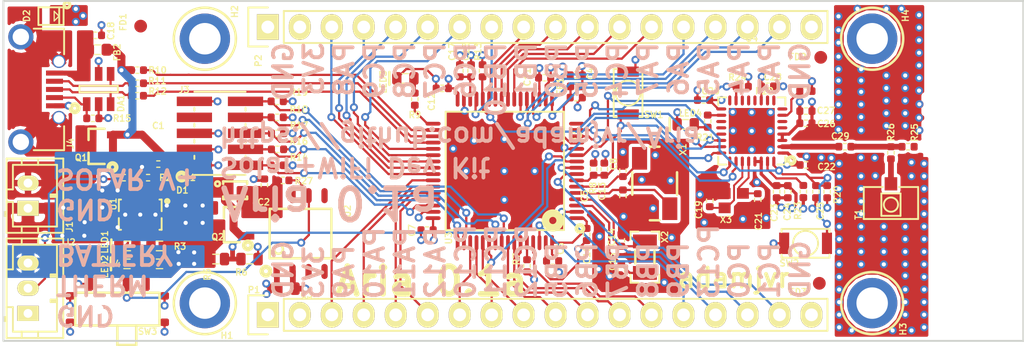
<source format=kicad_pcb>
(kicad_pcb (version 20171130) (host pcbnew "(5.1.12)-1")
  (layers (0 F.Cu signal) (1 In1.Cu power) (2 In2.Cu power) (31 B.Cu signal) (34 B.Paste user hide) (35 F.Paste user hide) (36 B.SilkS user hide) (37 F.SilkS user hide) (38 B.Mask user hide) (39 F.Mask user hide) (44 Edge.Cuts user))
  (net 0 "")
  (net 1 GND)
  (net 2 +3V3)
  (net 3 "Net-(C5-Pad1)")
  (net 4 "Net-(C8-Pad1)")
  (net 5 "Net-(C9-Pad1)")
  (net 6 /MCU_STM32F446RET6/ESP_ST_RST)
  (net 7 "Net-(C14-Pad1)")
  (net 8 "Net-(C15-Pad1)")
  (net 9 "Net-(C16-Pad1)")
  (net 10 "Net-(C18-Pad2)")
  (net 11 "Net-(C19-Pad1)")
  (net 12 "Net-(C21-Pad1)")
  (net 13 "Net-(D2-Pad1)")
  (net 14 "Net-(DA1-Pad4)")
  (net 15 "Net-(DA1-Pad1)")
  (net 16 "Net-(DA1-Pad3)")
  (net 17 /MCU_STM32F446RET6/VBUS)
  (net 18 "Net-(J1-Pad2)")
  (net 19 /Power/BAT)
  (net 20 /Power/THERM)
  (net 21 /MCU_STM32F446RET6/SWDIO_TMS)
  (net 22 /MCU_STM32F446RET6/SWCLK_TCK)
  (net 23 /MCU_STM32F446RET6/SWO_TDO)
  (net 24 "Net-(J3-Pad7)")
  (net 25 /MCU_STM32F446RET6/SWO_TDI)
  (net 26 /MCU_STM32F446RET6/NJTRST)
  (net 27 "Net-(LED1-Pad2)")
  (net 28 "Net-(LED1-Pad1)")
  (net 29 "Net-(LED2-Pad1)")
  (net 30 "Net-(LED2-Pad2)")
  (net 31 "Net-(LED3-Pad1)")
  (net 32 "Net-(LED4-Pad1)")
  (net 33 "Net-(R1-Pad1)")
  (net 34 "Net-(R2-Pad1)")
  (net 35 /MCU_STM32F446RET6/ESPTOST_BOOT0)
  (net 36 /MCU_STM32F446RET6/HEARTBEAT)
  (net 37 "Net-(R10-Pad1)")
  (net 38 "Net-(R11-Pad1)")
  (net 39 "Net-(R12-Pad1)")
  (net 40 /MCU_STM32F446RET6/ESPTOST_BOOT1)
  (net 41 "Net-(R22-Pad1)")
  (net 42 "Net-(U1-Pad9)")
  (net 43 /MCU_STM32F446RET6/ESP_PGM_MODE)
  (net 44 /MCU_STM32F446RET6/STM_ESP_RST)
  (net 45 /MCU_STM32F446RET6/ESP_URX)
  (net 46 /MCU_STM32F446RET6/ESP_UTX)
  (net 47 /MCU_STM32F446RET6/BAT_VOLT)
  (net 48 "Net-(U4-Pad5)")
  (net 49 "Net-(U4-Pad6)")
  (net 50 "Net-(U4-Pad8)")
  (net 51 "Net-(U4-Pad9)")
  (net 52 "Net-(U4-Pad10)")
  (net 53 "Net-(U4-Pad12)")
  (net 54 "Net-(U4-Pad13)")
  (net 55 "Net-(U4-Pad14)")
  (net 56 "Net-(U4-Pad19)")
  (net 57 "Net-(U4-Pad20)")
  (net 58 "Net-(R23-Pad2)")
  (net 59 "Net-(U4-Pad21)")
  (net 60 "Net-(H3-Pad1)")
  (net 61 "Net-(H1-Pad1)")
  (net 62 "Net-(H4-Pad1)")
  (net 63 "Net-(H2-Pad1)")
  (net 64 "Net-(FD3-Pad1)")
  (net 65 "Net-(FD2-Pad1)")
  (net 66 "Net-(FD1-Pad1)")
  (net 67 /MCU_STM32F446RET6/PB9)
  (net 68 /MCU_STM32F446RET6/PB8)
  (net 69 /MCU_STM32F446RET6/PB7)
  (net 70 /MCU_STM32F446RET6/PB6)
  (net 71 /MCU_STM32F446RET6/PB5)
  (net 72 /MCU_STM32F446RET6/PC12)
  (net 73 /MCU_STM32F446RET6/PC11)
  (net 74 /MCU_STM32F446RET6/PC10)
  (net 75 /MCU_STM32F446RET6/PA4)
  (net 76 /MCU_STM32F446RET6/PA5)
  (net 77 /MCU_STM32F446RET6/PA6)
  (net 78 /MCU_STM32F446RET6/PA7)
  (net 79 /MCU_STM32F446RET6/PC4)
  (net 80 /MCU_STM32F446RET6/PC5)
  (net 81 /MCU_STM32F446RET6/PA8)
  (net 82 /MCU_STM32F446RET6/PA9)
  (net 83 /MCU_STM32F446RET6/PA10)
  (net 84 /MCU_STM32F446RET6/PA11)
  (net 85 /MCU_STM32F446RET6/PA12)
  (net 86 /MCU_STM32F446RET6/PC8)
  (net 87 /MCU_STM32F446RET6/PC9)
  (net 88 /MCU_STM32F446RET6/PC6)
  (net 89 /MCU_STM32F446RET6/PC7)
  (net 90 /MCU_STM32F446RET6/PB10)
  (net 91 /MCU_STM32F446RET6/PC0)
  (net 92 /MCU_STM32F446RET6/PC1)
  (net 93 /MCU_STM32F446RET6/PC13)
  (net 94 /MCU_STM32F446RET6/PB0)
  (net 95 /MCU_STM32F446RET6/PB1)
  (net 96 "Net-(R7-Pad1)")
  (net 97 /WiFi-ESP8285/ANTENNA)
  (net 98 /MCU_STM32F446RET6/PA3)
  (net 99 /WiFi-ESP8285/ANT_F)
  (net 100 /WiFi-ESP8285/ANT_UM)
  (net 101 /WiFi-ESP8285/LNA)
  (net 102 "Net-(R21-Pad1)")
  (net 103 "Net-(U4-Pad16)")
  (net 104 /Power/LDO_VIN)
  (net 105 "Net-(U2-Pad7)")
  (net 106 "Net-(U2-Pad5)")
  (net 107 "Net-(U2-Pad3)")
  (net 108 "Net-(U2-Pad4)")
  (net 109 "Net-(SW3-Pad3)")
  (net 110 "Net-(R27-Pad2)")
  (module PCB_Footprints:R0402 (layer F.Cu) (at 167.065691 85.828953)
    (fp_text reference R27 (at 1.667 0.05) (layer F.SilkS) (effects (font (size 0.5 0.5) (thickness 0.1))))
    (fp_text value RC1005F103CS)
    (pad 2 smd roundrect (at 0.483 0) (size 0.559 0.61) (layers F.Cu F.Paste F.Mask) (net 110 "Net-(R27-Pad2)"))
    (pad 1 smd roundrect (at -0.483 0) (size 0.559 0.61) (layers F.Cu F.Paste F.Mask) (net 104 /Power/LDO_VIN))
  )
  (module PCB_Footprints:TC1265-3.3VOA (layer F.Cu) (at 168.473691 90.053953 90)
    (fp_text reference U2 (at 1.775 3.725 90) (layer F.SilkS) (effects (font (size 0.5 0.5) (thickness 0.1))))
    (fp_text value TC1265-3.3VOA)
    (pad 1 smd oval (at -3.01 -1.905 90) (size 1.2 0.5) (layers F.Cu F.Paste F.Mask) (net 2 +3V3))
    (pad 8 smd oval (at 3.01 -1.905 90) (size 1.2 0.5) (layers F.Cu F.Paste F.Mask) (net 104 /Power/LDO_VIN))
    (pad 7 smd oval (at 3.01 -0.635 90) (size 1.2 0.5) (layers F.Cu F.Paste F.Mask) (net 105 "Net-(U2-Pad7)"))
    (pad 2 smd oval (at -3.01 -0.635 90) (size 1.2 0.5) (layers F.Cu F.Paste F.Mask) (net 1 GND))
    (pad 6 smd oval (at 3.01 0.635 90) (size 1.2 0.5) (layers F.Cu F.Paste F.Mask) (net 110 "Net-(R27-Pad2)"))
    (pad 5 smd oval (at 3.01 1.905 90) (size 1.2 0.5) (layers F.Cu F.Paste F.Mask) (net 106 "Net-(U2-Pad5)"))
    (pad 3 smd oval (at -3.01 0.635 90) (size 1.2 0.5) (layers F.Cu F.Paste F.Mask) (net 107 "Net-(U2-Pad3)"))
    (pad 4 smd oval (at -3.01 1.905 90) (size 1.2 0.5) (layers F.Cu F.Paste F.Mask) (net 108 "Net-(U2-Pad4)"))
  )
  (module PCB_Footprints:CUS-12TB (layer F.Cu) (at 153.923691 96.053953)
    (fp_text reference SW3 (at 2.4 1.775) (layer F.SilkS) (effects (font (size 0.5 0.5) (thickness 0.1))))
    (fp_text value CUS-12TB)
    (pad 2 smd roundrect (at 0.75 -2) (size 0.65 1.1) (layers F.Cu F.Paste F.Mask) (net 110 "Net-(R27-Pad2)"))
    (pad 3 smd roundrect (at 2.25 -2) (size 0.65 1.1) (layers F.Cu F.Paste F.Mask) (net 109 "Net-(SW3-Pad3)"))
    (pad 1 smd roundrect (at -2.25 -2) (size 0.65 1.1) (layers F.Cu F.Paste F.Mask) (net 1 GND))
    (pad 4 smd roundrect (at -3.75 -1.05 90) (size 0.6 0.7) (layers F.Cu F.Paste F.Mask) (net 1 GND))
    (pad 4 smd roundrect (at -3.75 1.05 90) (size 0.6 0.7) (layers F.Cu F.Paste F.Mask) (net 1 GND))
    (pad 4 smd roundrect (at 3.75 -1.05 90) (size 0.6 0.7) (layers F.Cu F.Paste F.Mask) (net 1 GND))
    (pad 4 smd roundrect (at 3.75 1.05 90) (size 0.6 0.7) (layers F.Cu F.Paste F.Mask) (net 1 GND))
    (pad "" np_thru_hole circle (at -1.5 0 90) (size 0.8 0.8) (drill 0.8) (layers *.Cu *.Mask))
    (pad "" np_thru_hole circle (at 1.5 0 90) (size 0.8 0.8) (drill 0.8) (layers *.Cu *.Mask))
  )
  (module PCB_Footprints:ESP8285 (layer F.Cu) (at 204.31322 81.90744 180)
    (fp_text reference U4 (at 0 7.366 180) (layer F.SilkS) (effects (font (size 0.5 0.5) (thickness 0.1))))
    (fp_text value ESP8285)
    (pad 33 smd rect (at 0 0 180) (size 3.65 3.65) (layers F.Cu F.Paste F.Mask) (net 1 GND))
    (pad 8 smd oval (at -2.425 1.75 180) (size 0.8 0.25) (layers F.Cu F.Paste F.Mask) (net 50 "Net-(U4-Pad8)"))
    (pad 7 smd oval (at -2.425 1.25 180) (size 0.8 0.25) (layers F.Cu F.Paste F.Mask) (net 41 "Net-(R22-Pad1)"))
    (pad 6 smd oval (at -2.425 0.75 180) (size 0.8 0.25) (layers F.Cu F.Paste F.Mask) (net 49 "Net-(U4-Pad6)"))
    (pad 5 smd oval (at -2.425 0.25 180) (size 0.8 0.25) (layers F.Cu F.Paste F.Mask) (net 48 "Net-(U4-Pad5)"))
    (pad 4 smd oval (at -2.425 -0.25 180) (size 0.8 0.25) (layers F.Cu F.Paste F.Mask) (net 2 +3V3))
    (pad 3 smd oval (at -2.425 -0.75 180) (size 0.8 0.25) (layers F.Cu F.Paste F.Mask) (net 2 +3V3))
    (pad 2 smd oval (at -2.425 -1.25 180) (size 0.8 0.25) (layers F.Cu F.Paste F.Mask) (net 101 /WiFi-ESP8285/LNA))
    (pad 1 smd oval (at -2.425 -1.75 180) (size 0.8 0.25) (layers F.Cu F.Paste F.Mask) (net 2 +3V3))
    (pad 32 smd oval (at -1.75 -2.425 180) (size 0.25 0.8) (layers F.Cu F.Paste F.Mask) (net 44 /MCU_STM32F446RET6/STM_ESP_RST))
    (pad 31 smd oval (at -1.25 -2.425 180) (size 0.25 0.8) (layers F.Cu F.Paste F.Mask) (net 58 "Net-(R23-Pad2)"))
    (pad 30 smd oval (at -0.75 -2.425 180) (size 0.25 0.8) (layers F.Cu F.Paste F.Mask) (net 2 +3V3))
    (pad 29 smd oval (at -0.25 -2.425 180) (size 0.25 0.8) (layers F.Cu F.Paste F.Mask) (net 2 +3V3))
    (pad 28 smd oval (at 0.25 -2.425 180) (size 0.25 0.8) (layers F.Cu F.Paste F.Mask) (net 12 "Net-(C21-Pad1)"))
    (pad 27 smd oval (at 0.75 -2.425 180) (size 0.25 0.8) (layers F.Cu F.Paste F.Mask) (net 11 "Net-(C19-Pad1)"))
    (pad 26 smd oval (at 1.25 -2.425 180) (size 0.25 0.8) (layers F.Cu F.Paste F.Mask) (net 45 /MCU_STM32F446RET6/ESP_URX))
    (pad 25 smd oval (at 1.75 -2.425 180) (size 0.25 0.8) (layers F.Cu F.Paste F.Mask) (net 46 /MCU_STM32F446RET6/ESP_UTX))
    (pad 24 smd oval (at 2.425 -1.75 180) (size 0.8 0.25) (layers F.Cu F.Paste F.Mask) (net 6 /MCU_STM32F446RET6/ESP_ST_RST))
    (pad 23 smd oval (at 2.425 -1.25 180) (size 0.8 0.25) (layers F.Cu F.Paste F.Mask) (net 40 /MCU_STM32F446RET6/ESPTOST_BOOT1))
    (pad 22 smd oval (at 2.425 -0.75 180) (size 0.8 0.25) (layers F.Cu F.Paste F.Mask) (net 35 /MCU_STM32F446RET6/ESPTOST_BOOT0))
    (pad 21 smd oval (at 2.425 -0.25 180) (size 0.8 0.25) (layers F.Cu F.Paste F.Mask) (net 59 "Net-(U4-Pad21)"))
    (pad 20 smd oval (at 2.425 0.25 180) (size 0.8 0.25) (layers F.Cu F.Paste F.Mask) (net 57 "Net-(U4-Pad20)"))
    (pad 19 smd oval (at 2.425 0.75 180) (size 0.8 0.25) (layers F.Cu F.Paste F.Mask) (net 56 "Net-(U4-Pad19)"))
    (pad 18 smd oval (at 2.425 1.25 180) (size 0.8 0.25) (layers F.Cu F.Paste F.Mask) (net 102 "Net-(R21-Pad1)"))
    (pad 17 smd oval (at 2.425 1.75 180) (size 0.8 0.25) (layers F.Cu F.Paste F.Mask) (net 2 +3V3))
    (pad 16 smd oval (at 1.75 2.425 180) (size 0.25 0.8) (layers F.Cu F.Paste F.Mask) (net 103 "Net-(U4-Pad16)"))
    (pad 15 smd oval (at 1.25 2.425 180) (size 0.25 0.8) (layers F.Cu F.Paste F.Mask) (net 43 /MCU_STM32F446RET6/ESP_PGM_MODE))
    (pad 14 smd oval (at 0.75 2.425 180) (size 0.25 0.8) (layers F.Cu F.Paste F.Mask) (net 55 "Net-(U4-Pad14)"))
    (pad 13 smd oval (at 0.25 2.425 180) (size 0.25 0.8) (layers F.Cu F.Paste F.Mask) (net 54 "Net-(U4-Pad13)"))
    (pad 12 smd oval (at -0.25 2.425 180) (size 0.25 0.8) (layers F.Cu F.Paste F.Mask) (net 53 "Net-(U4-Pad12)"))
    (pad 11 smd oval (at -0.75 2.425 180) (size 0.25 0.8) (layers F.Cu F.Paste F.Mask) (net 2 +3V3))
    (pad 10 smd oval (at -1.25 2.425 180) (size 0.25 0.8) (layers F.Cu F.Paste F.Mask) (net 52 "Net-(U4-Pad10)"))
    (pad 9 smd oval (at -1.75 2.425 180) (size 0.25 0.8) (layers F.Cu F.Paste F.Mask) (net 51 "Net-(U4-Pad9)"))
  )
  (module PCB_Footprints:C0402 (layer F.Cu) (at 211.709 83.15452)
    (fp_text reference C29 (at -0.36576 -0.83312) (layer F.SilkS) (effects (font (size 0.5 0.5) (thickness 0.1))))
    (fp_text value 600L5R6BT200T)
    (pad 1 smd roundrect (at -0.483 0) (size 0.559 0.61) (layers F.Cu F.Paste F.Mask) (net 101 /WiFi-ESP8285/LNA))
    (pad 2 smd roundrect (at 0.483 0) (size 0.559 0.61) (layers F.Cu F.Paste F.Mask) (net 97 /WiFi-ESP8285/ANTENNA))
  )
  (module PCB_Footprints:R0402 (layer F.Cu) (at 215.365491 83.640053 270)
    (fp_text reference R26 (at -1.6256 0 270) (layer F.SilkS) (effects (font (size 0.5 0.5) (thickness 0.1))))
    (fp_text value ERJ-2GE0R00X)
    (pad 1 smd roundrect (at -0.483 0 270) (size 0.559 0.61) (layers F.Cu F.Paste F.Mask) (net 97 /WiFi-ESP8285/ANTENNA))
    (pad 2 smd roundrect (at 0.483 0 270) (size 0.559 0.61) (layers F.Cu F.Paste F.Mask) (net 100 /WiFi-ESP8285/ANT_UM))
  )
  (module PCB_Footprints:R0402 (layer F.Cu) (at 216.724391 83.157453)
    (fp_text reference R25 (at 0.523 -1.12 90) (layer F.SilkS) (effects (font (size 0.5 0.5) (thickness 0.1))))
    (fp_text value ERJ-2GE0R00X)
    (pad 2 smd roundrect (at 0.483 0) (size 0.559 0.61) (layers F.Cu F.Paste F.Mask) (net 99 /WiFi-ESP8285/ANT_F))
    (pad 1 smd roundrect (at -0.483 0) (size 0.559 0.61) (layers F.Cu F.Paste F.Mask) (net 97 /WiFi-ESP8285/ANTENNA))
  )
  (module PCB_Footprints:R0402 (layer F.Cu) (at 203.5556 78.3844 180)
    (fp_text reference R24 (at 0.381 0.7366 180) (layer F.SilkS) (effects (font (size 0.5 0.5) (thickness 0.1))))
    (fp_text value RC1005F103CS)
    (pad 1 smd roundrect (at -0.483 0 180) (size 0.559 0.61) (layers F.Cu F.Paste F.Mask) (net 2 +3V3))
    (pad 2 smd roundrect (at 0.483 0 180) (size 0.559 0.61) (layers F.Cu F.Paste F.Mask) (net 43 /MCU_STM32F446RET6/ESP_PGM_MODE))
  )
  (module Socket_Strips:Socket_Strip_Straight_1x18 (layer F.Cu) (at 165.873691 96.508953)
    (fp_text reference P1 (at -1.1 -1.98) (layer F.SilkS) (effects (font (size 0.5 0.5) (thickness 0.1))))
    (fp_text value CONN_01X18)
    (pad 1 thru_hole rect (at 0 0) (size 1.7272 2.032) (drill 1.016) (layers *.Cu *.Mask F.SilkS) (net 1 GND))
    (pad 2 thru_hole oval (at 2.54 0) (size 1.7272 2.032) (drill 1.016) (layers *.Cu *.Mask F.SilkS) (net 2 +3V3))
    (pad 3 thru_hole oval (at 5.08 0) (size 1.7272 2.032) (drill 1.016) (layers *.Cu *.Mask F.SilkS) (net 82 /MCU_STM32F446RET6/PA9))
    (pad 4 thru_hole oval (at 7.62 0) (size 1.7272 2.032) (drill 1.016) (layers *.Cu *.Mask F.SilkS) (net 83 /MCU_STM32F446RET6/PA10))
    (pad 5 thru_hole oval (at 10.16 0) (size 1.7272 2.032) (drill 1.016) (layers *.Cu *.Mask F.SilkS) (net 84 /MCU_STM32F446RET6/PA11))
    (pad 6 thru_hole oval (at 12.7 0) (size 1.7272 2.032) (drill 1.016) (layers *.Cu *.Mask F.SilkS) (net 85 /MCU_STM32F446RET6/PA12))
    (pad 7 thru_hole oval (at 15.24 0) (size 1.7272 2.032) (drill 1.016) (layers *.Cu *.Mask F.SilkS) (net 74 /MCU_STM32F446RET6/PC10))
    (pad 8 thru_hole oval (at 17.78 0) (size 1.7272 2.032) (drill 1.016) (layers *.Cu *.Mask F.SilkS) (net 73 /MCU_STM32F446RET6/PC11))
    (pad 9 thru_hole oval (at 20.32 0) (size 1.7272 2.032) (drill 1.016) (layers *.Cu *.Mask F.SilkS) (net 72 /MCU_STM32F446RET6/PC12))
    (pad 10 thru_hole oval (at 22.86 0) (size 1.7272 2.032) (drill 1.016) (layers *.Cu *.Mask F.SilkS) (net 71 /MCU_STM32F446RET6/PB5))
    (pad 11 thru_hole oval (at 25.4 0) (size 1.7272 2.032) (drill 1.016) (layers *.Cu *.Mask F.SilkS) (net 70 /MCU_STM32F446RET6/PB6))
    (pad 12 thru_hole oval (at 27.94 0) (size 1.7272 2.032) (drill 1.016) (layers *.Cu *.Mask F.SilkS) (net 69 /MCU_STM32F446RET6/PB7))
    (pad 13 thru_hole oval (at 30.48 0) (size 1.7272 2.032) (drill 1.016) (layers *.Cu *.Mask F.SilkS) (net 68 /MCU_STM32F446RET6/PB8))
    (pad 14 thru_hole oval (at 33.02 0) (size 1.7272 2.032) (drill 1.016) (layers *.Cu *.Mask F.SilkS) (net 67 /MCU_STM32F446RET6/PB9))
    (pad 15 thru_hole oval (at 35.56 0) (size 1.7272 2.032) (drill 1.016) (layers *.Cu *.Mask F.SilkS) (net 93 /MCU_STM32F446RET6/PC13))
    (pad 16 thru_hole oval (at 38.1 0) (size 1.7272 2.032) (drill 1.016) (layers *.Cu *.Mask F.SilkS) (net 91 /MCU_STM32F446RET6/PC0))
    (pad 17 thru_hole oval (at 40.64 0) (size 1.7272 2.032) (drill 1.016) (layers *.Cu *.Mask F.SilkS) (net 92 /MCU_STM32F446RET6/PC1))
    (pad 18 thru_hole oval (at 43.18 0) (size 1.7272 2.032) (drill 1.016) (layers *.Cu *.Mask F.SilkS) (net 1 GND))
  )
  (module Socket_Strips:Socket_Strip_Straight_1x18 (layer F.Cu) (at 165.873691 73.648953)
    (fp_text reference P2 (at -0.75 2.68 -270) (layer F.SilkS) (effects (font (size 0.5 0.5) (thickness 0.1))))
    (fp_text value CONN_01X18)
    (pad 18 thru_hole oval (at 43.18 0) (size 1.7272 2.032) (drill 1.016) (layers *.Cu *.Mask F.SilkS) (net 1 GND))
    (pad 17 thru_hole oval (at 40.64 0) (size 1.7272 2.032) (drill 1.016) (layers *.Cu *.Mask F.SilkS) (net 98 /MCU_STM32F446RET6/PA3))
    (pad 16 thru_hole oval (at 38.1 0) (size 1.7272 2.032) (drill 1.016) (layers *.Cu *.Mask F.SilkS) (net 75 /MCU_STM32F446RET6/PA4))
    (pad 15 thru_hole oval (at 35.56 0) (size 1.7272 2.032) (drill 1.016) (layers *.Cu *.Mask F.SilkS) (net 76 /MCU_STM32F446RET6/PA5))
    (pad 14 thru_hole oval (at 33.02 0) (size 1.7272 2.032) (drill 1.016) (layers *.Cu *.Mask F.SilkS) (net 77 /MCU_STM32F446RET6/PA6))
    (pad 13 thru_hole oval (at 30.48 0) (size 1.7272 2.032) (drill 1.016) (layers *.Cu *.Mask F.SilkS) (net 78 /MCU_STM32F446RET6/PA7))
    (pad 12 thru_hole oval (at 27.94 0) (size 1.7272 2.032) (drill 1.016) (layers *.Cu *.Mask F.SilkS) (net 79 /MCU_STM32F446RET6/PC4))
    (pad 11 thru_hole oval (at 25.4 0) (size 1.7272 2.032) (drill 1.016) (layers *.Cu *.Mask F.SilkS) (net 80 /MCU_STM32F446RET6/PC5))
    (pad 10 thru_hole oval (at 22.86 0) (size 1.7272 2.032) (drill 1.016) (layers *.Cu *.Mask F.SilkS) (net 94 /MCU_STM32F446RET6/PB0))
    (pad 9 thru_hole oval (at 20.32 0) (size 1.7272 2.032) (drill 1.016) (layers *.Cu *.Mask F.SilkS) (net 95 /MCU_STM32F446RET6/PB1))
    (pad 8 thru_hole oval (at 17.78 0) (size 1.7272 2.032) (drill 1.016) (layers *.Cu *.Mask F.SilkS) (net 90 /MCU_STM32F446RET6/PB10))
    (pad 7 thru_hole oval (at 15.24 0) (size 1.7272 2.032) (drill 1.016) (layers *.Cu *.Mask F.SilkS) (net 88 /MCU_STM32F446RET6/PC6))
    (pad 6 thru_hole oval (at 12.7 0) (size 1.7272 2.032) (drill 1.016) (layers *.Cu *.Mask F.SilkS) (net 89 /MCU_STM32F446RET6/PC7))
    (pad 5 thru_hole oval (at 10.16 0) (size 1.7272 2.032) (drill 1.016) (layers *.Cu *.Mask F.SilkS) (net 86 /MCU_STM32F446RET6/PC8))
    (pad 4 thru_hole oval (at 7.62 0) (size 1.7272 2.032) (drill 1.016) (layers *.Cu *.Mask F.SilkS) (net 87 /MCU_STM32F446RET6/PC9))
    (pad 3 thru_hole oval (at 5.08 0) (size 1.7272 2.032) (drill 1.016) (layers *.Cu *.Mask F.SilkS) (net 81 /MCU_STM32F446RET6/PA8))
    (pad 2 thru_hole oval (at 2.54 0) (size 1.7272 2.032) (drill 1.016) (layers *.Cu *.Mask F.SilkS) (net 2 +3V3))
    (pad 1 thru_hole rect (at 0 0) (size 1.7272 2.032) (drill 1.016) (layers *.Cu *.Mask F.SilkS) (net 1 GND))
  )
  (module PCB_Footprints:BQ24210 (layer F.Cu) (at 155.727998 88.62761 270)
    (fp_text reference U1 (at -0.916657 2.133107 270) (layer F.SilkS) (effects (font (size 0.5 0.5) (thickness 0.1))))
    (fp_text value BQ24210DQCT)
    (pad 10 smd oval (at 0.924843 -1.013193 180) (size 0.3 0.7) (layers F.Cu F.Paste F.Mask) (net 19 /Power/BAT))
    (pad 9 smd oval (at 0.924843 -0.513193 180) (size 0.3 0.7) (layers F.Cu F.Paste F.Mask) (net 42 "Net-(U1-Pad9)"))
    (pad 8 smd oval (at 0.924843 -0.013193 180) (size 0.3 0.7) (layers F.Cu F.Paste F.Mask) (net 27 "Net-(LED1-Pad2)"))
    (pad 7 smd oval (at 0.924843 0.486807 180) (size 0.3 0.7) (layers F.Cu F.Paste F.Mask) (net 30 "Net-(LED2-Pad2)"))
    (pad 6 smd oval (at 0.924843 0.986807 180) (size 0.3 0.7) (layers F.Cu F.Paste F.Mask) (net 30 "Net-(LED2-Pad2)"))
    (pad 11 smd rect (at -0.075157 -0.013193 180) (size 2.4 0.75) (layers F.Cu F.Paste F.Mask) (net 1 GND))
    (pad 1 smd oval (at -1.075157 -1.013193 180) (size 0.3 0.7) (layers F.Cu F.Paste F.Mask) (net 17 /MCU_STM32F446RET6/VBUS))
    (pad 2 smd oval (at -1.075157 -0.513193 180) (size 0.3 0.7) (layers F.Cu F.Paste F.Mask) (net 33 "Net-(R1-Pad1)"))
    (pad 3 smd oval (at -1.075157 -0.013193 180) (size 0.3 0.7) (layers F.Cu F.Paste F.Mask) (net 1 GND))
    (pad 4 smd oval (at -1.075157 0.486807 180) (size 0.3 0.7) (layers F.Cu F.Paste F.Mask) (net 34 "Net-(R2-Pad1)"))
    (pad 5 smd oval (at -1.075157 0.986807 180) (size 0.3 0.7) (layers F.Cu F.Paste F.Mask) (net 20 /Power/THERM))
  )
  (module PCB_Footprints:BAT20JFILM (layer F.Cu) (at 163.277691 86.611453)
    (fp_text reference D1 (at -4.191 0) (layer F.SilkS) (effects (font (size 0.5 0.5) (thickness 0.1))))
    (fp_text value BAT20JFILM)
    (pad 2 smd rect (at 0.8 0) (size 1.3 0.4) (layers F.Cu F.Paste F.Mask) (net 104 /Power/LDO_VIN))
    (pad 1 smd rect (at -0.8 0) (size 1.3 0.4) (layers F.Cu F.Paste F.Mask) (net 17 /MCU_STM32F446RET6/VBUS))
  )
  (module PCB_Footprints:DMG2307L-7 (layer F.Cu) (at 152.398691 83.128953 180)
    (fp_text reference Q1 (at 1.35 -0.9 180) (layer F.SilkS) (effects (font (size 0.5 0.5) (thickness 0.1))))
    (fp_text value DMG2307L-7)
    (pad 3 smd rect (at 1.175 0 180) (size 0.95 0.55) (layers F.Cu F.Paste F.Mask) (net 18 "Net-(J1-Pad2)"))
    (pad 1 smd rect (at -1.175 -0.915 180) (size 0.95 0.55) (layers F.Cu F.Paste F.Mask) (net 17 /MCU_STM32F446RET6/VBUS))
    (pad 2 smd rect (at -1.175 0.915 180) (size 0.95 0.55) (layers F.Cu F.Paste F.Mask) (net 17 /MCU_STM32F446RET6/VBUS))
  )
  (module PCB_Footprints:DMG2307L-7 (layer F.Cu) (at 163.150691 89.341953 180)
    (fp_text reference Q2 (at 1.252 -0.987 180) (layer F.SilkS) (effects (font (size 0.5 0.5) (thickness 0.1))))
    (fp_text value DMG2307L-7)
    (pad 3 smd rect (at 1.175 0 180) (size 0.95 0.55) (layers F.Cu F.Paste F.Mask) (net 19 /Power/BAT))
    (pad 1 smd rect (at -1.175 -0.915 180) (size 0.95 0.55) (layers F.Cu F.Paste F.Mask) (net 17 /MCU_STM32F446RET6/VBUS))
    (pad 2 smd rect (at -1.175 0.915 180) (size 0.95 0.55) (layers F.Cu F.Paste F.Mask) (net 104 /Power/LDO_VIN))
  )
  (module PCB_Footprints:ABS07-32.768KHZ-9-T (layer F.Cu) (at 195.823691 91.928953 270)
    (fp_text reference X2 (at -1.609 -1.579 270) (layer F.SilkS) (effects (font (size 0.5 0.5) (thickness 0.1))))
    (fp_text value ABS07-32.768KHZ-9-T)
    (pad 2 smd rect (at 1.25 0 270) (size 1.1 1.9) (layers F.Cu F.Paste F.Mask) (net 8 "Net-(C15-Pad1)"))
    (pad 1 smd rect (at -1.25 0 270) (size 1.1 1.9) (layers F.Cu F.Paste F.Mask) (net 7 "Net-(C14-Pad1)"))
  )
  (module PCB_Footprints:RSB39VTE-17 (layer F.Cu) (at 148.653291 72.785353 180)
    (fp_text reference D2 (at 1.9296 0.0256 270) (layer F.SilkS) (effects (font (size 0.5 0.5) (thickness 0.1))))
    (fp_text value RSB39VTE-17)
    (pad 1 smd rect (at 1.1 0 270) (size 0.61 0.61) (layers F.Cu F.Paste F.Mask) (net 13 "Net-(D2-Pad1)"))
    (pad 2 smd rect (at -1.1 0 270) (size 0.61 0.61) (layers F.Cu F.Paste F.Mask) (net 1 GND))
  )
  (module PCB_Footprints:ESDA6V1BC6 (layer F.Cu) (at 152.437891 78.576553 90)
    (fp_text reference DA1 (at -1.1274 1.77 90) (layer F.SilkS) (effects (font (size 0.5 0.5) (thickness 0.1))))
    (fp_text value ESDA6V1BC6)
    (pad 4 smd rect (at 1.2 0.95 90) (size 1.1 0.6) (layers F.Cu F.Paste F.Mask) (net 14 "Net-(DA1-Pad4)"))
    (pad 5 smd rect (at 1.2 0 90) (size 1.1 0.6) (layers F.Cu F.Paste F.Mask) (net 1 GND))
    (pad 6 smd rect (at 1.2 -0.95 90) (size 1.1 0.6) (layers F.Cu F.Paste F.Mask) (net 10 "Net-(C18-Pad2)"))
    (pad 1 smd rect (at -1.2 -0.95 90) (size 1.1 0.6) (layers F.Cu F.Paste F.Mask) (net 15 "Net-(DA1-Pad1)"))
    (pad 2 smd rect (at -1.2 0 90) (size 1.1 0.6) (layers F.Cu F.Paste F.Mask) (net 1 GND))
    (pad 3 smd rect (at -1.2 0.95 90) (size 1.1 0.6) (layers F.Cu F.Paste F.Mask) (net 16 "Net-(DA1-Pad3)"))
  )
  (module PCB_Footprints:ABM3B8.000MHZB2T (layer F.Cu) (at 196.598691 86.078953 90)
    (fp_text reference X1 (at 2.705 2.256 90) (layer F.SilkS) (effects (font (size 0.5 0.5) (thickness 0.1))))
    (fp_text value ABM3B8.000MHZB2T)
    (pad 4 smd rect (at -2 -1.2 90) (size 1.8 1.2) (layers F.Cu F.Paste F.Mask) (net 1 GND))
    (pad 2 smd rect (at 2 1.2 90) (size 1.8 1.2) (layers F.Cu F.Paste F.Mask) (net 1 GND))
    (pad 3 smd rect (at 2 -1.2 90) (size 1.8 1.2) (layers F.Cu F.Paste F.Mask) (net 4 "Net-(C8-Pad1)"))
    (pad 1 smd rect (at -2 1.2 90) (size 1.8 1.2) (layers F.Cu F.Paste F.Mask) (net 3 "Net-(C5-Pad1)"))
  )
  (module PCB_Footprints:FIDUCIAL (layer F.Cu) (at 155.773691 73.578953 90)
    (fp_text reference FD1 (at 0.312 -1.398 90) (layer F.SilkS) (effects (font (size 0.5 0.5) (thickness 0.1))))
    (fp_text value FIDUCIAL)
    (pad 1 smd circle (at 0 0 90) (size 1.016 1.016) (layers F.Cu F.Mask) (net 66 "Net-(FD1-Pad1)"))
  )
  (module PCB_Footprints:FIDUCIAL (layer F.Cu) (at 209.790191 76.058153 90)
    (fp_text reference FD2 (at 0.035953 -1.840391 180) (layer F.SilkS) (effects (font (size 0.5 0.5) (thickness 0.1))))
    (fp_text value FIDUCIAL)
    (pad 1 smd circle (at 0 0 90) (size 1.016 1.016) (layers F.Cu F.Mask) (net 65 "Net-(FD2-Pad1)"))
  )
  (module PCB_Footprints:FIDUCIAL (layer F.Cu) (at 209.677 94.0054 90)
    (fp_text reference FD3 (at -0.6858 -1.6764 180) (layer F.SilkS) (effects (font (size 0.5 0.5) (thickness 0.1))))
    (fp_text value FIDUCIAL)
    (pad 1 smd circle (at 0 0 90) (size 1.016 1.016) (layers F.Cu F.Mask) (net 64 "Net-(FD3-Pad1)"))
  )
  (module PCB_Footprints:M2.5_HOLE (layer F.Cu) (at 160.873691 74.578953 90)
    (fp_text reference H2 (at 2.1516 2.371 90) (layer F.SilkS) (effects (font (size 0.5 0.5) (thickness 0.1))))
    (fp_text value M2.5_Hole)
    (pad 1 thru_hole circle (at 0 0 90) (size 4 4) (drill 2.5) (layers *.Cu *.Mask) (net 63 "Net-(H2-Pad1)"))
  )
  (module PCB_Footprints:M2.5_HOLE (layer F.Cu) (at 213.873691 74.578953 90)
    (fp_text reference H4 (at 1.8355 2.6475 90) (layer F.SilkS) (effects (font (size 0.5 0.5) (thickness 0.1))))
    (fp_text value M2.5_Hole)
    (pad 1 thru_hole circle (at 0 0 90) (size 4 4) (drill 2.5) (layers *.Cu *.Mask) (net 62 "Net-(H4-Pad1)"))
  )
  (module PCB_Footprints:M2.5_HOLE (layer F.Cu) (at 160.873691 95.578953 90)
    (fp_text reference H1 (at -2.575 1.75 180) (layer F.SilkS) (effects (font (size 0.5 0.5) (thickness 0.1))))
    (fp_text value M2.5_Hole)
    (pad 1 thru_hole circle (at 0 0 90) (size 4 4) (drill 2.5) (layers *.Cu *.Mask) (net 61 "Net-(H1-Pad1)"))
  )
  (module PCB_Footprints:M2.5_HOLE (layer F.Cu) (at 213.873691 95.578953 90)
    (fp_text reference H3 (at -2.0678 2.457 90) (layer F.SilkS) (effects (font (size 0.5 0.5) (thickness 0.1))))
    (fp_text value M2.5_Hole)
    (pad 1 thru_hole circle (at 0 0 90) (size 4 4) (drill 2.5) (layers *.Cu *.Mask) (net 60 "Net-(H3-Pad1)"))
  )
  (module PCB_Footprints:STM32F446RET6 (layer F.Cu) (at 184.698691 85.078953 180)
    (fp_text reference U3 (at 4.46 -5.3302 270) (layer F.SilkS) (effects (font (size 0.5 0.5) (thickness 0.1))))
    (fp_text value STM32F446RET6_-_TQFP64)
    (pad 64 smd oval (at -3.75 -5.7 180) (size 0.3 1.2) (layers F.Cu F.Paste F.Mask) (net 2 +3V3))
    (pad 63 smd oval (at -3.25 -5.7 180) (size 0.3 1.2) (layers F.Cu F.Paste F.Mask) (net 1 GND))
    (pad 62 smd oval (at -2.75 -5.7 180) (size 0.3 1.2) (layers F.Cu F.Paste F.Mask) (net 67 /MCU_STM32F446RET6/PB9))
    (pad 61 smd oval (at -2.25 -5.7 180) (size 0.3 1.2) (layers F.Cu F.Paste F.Mask) (net 68 /MCU_STM32F446RET6/PB8))
    (pad 60 smd oval (at -1.75 -5.7 180) (size 0.3 1.2) (layers F.Cu F.Paste F.Mask) (net 96 "Net-(R7-Pad1)"))
    (pad 59 smd oval (at -1.25 -5.7 180) (size 0.3 1.2) (layers F.Cu F.Paste F.Mask) (net 69 /MCU_STM32F446RET6/PB7))
    (pad 58 smd oval (at -0.75 -5.7 180) (size 0.3 1.2) (layers F.Cu F.Paste F.Mask) (net 70 /MCU_STM32F446RET6/PB6))
    (pad 57 smd oval (at -0.25 -5.7 180) (size 0.3 1.2) (layers F.Cu F.Paste F.Mask) (net 71 /MCU_STM32F446RET6/PB5))
    (pad 56 smd oval (at 0.25 -5.7 180) (size 0.3 1.2) (layers F.Cu F.Paste F.Mask) (net 26 /MCU_STM32F446RET6/NJTRST))
    (pad 55 smd oval (at 0.75 -5.7 180) (size 0.3 1.2) (layers F.Cu F.Paste F.Mask) (net 23 /MCU_STM32F446RET6/SWO_TDO))
    (pad 54 smd oval (at 1.25 -5.7 180) (size 0.3 1.2) (layers F.Cu F.Paste F.Mask) (net 35 /MCU_STM32F446RET6/ESPTOST_BOOT0))
    (pad 53 smd oval (at 1.75 -5.7 180) (size 0.3 1.2) (layers F.Cu F.Paste F.Mask) (net 72 /MCU_STM32F446RET6/PC12))
    (pad 52 smd oval (at 2.25 -5.7 180) (size 0.3 1.2) (layers F.Cu F.Paste F.Mask) (net 73 /MCU_STM32F446RET6/PC11))
    (pad 51 smd oval (at 2.75 -5.7 180) (size 0.3 1.2) (layers F.Cu F.Paste F.Mask) (net 74 /MCU_STM32F446RET6/PC10))
    (pad 50 smd oval (at 3.25 -5.7 180) (size 0.3 1.2) (layers F.Cu F.Paste F.Mask) (net 25 /MCU_STM32F446RET6/SWO_TDI))
    (pad 49 smd oval (at 3.75 -5.7 180) (size 0.3 1.2) (layers F.Cu F.Paste F.Mask) (net 22 /MCU_STM32F446RET6/SWCLK_TCK))
    (pad 48 smd oval (at 5.7 -3.75 270) (size 0.3 1.2) (layers F.Cu F.Paste F.Mask) (net 2 +3V3))
    (pad 47 smd oval (at 5.7 -3.25 270) (size 0.3 1.2) (layers F.Cu F.Paste F.Mask) (net 1 GND))
    (pad 46 smd oval (at 5.7 -2.75 270) (size 0.3 1.2) (layers F.Cu F.Paste F.Mask) (net 21 /MCU_STM32F446RET6/SWDIO_TMS))
    (pad 45 smd oval (at 5.7 -2.25 270) (size 0.3 1.2) (layers F.Cu F.Paste F.Mask) (net 85 /MCU_STM32F446RET6/PA12))
    (pad 44 smd oval (at 5.7 -1.75 270) (size 0.3 1.2) (layers F.Cu F.Paste F.Mask) (net 84 /MCU_STM32F446RET6/PA11))
    (pad 43 smd oval (at 5.7 -1.25 270) (size 0.3 1.2) (layers F.Cu F.Paste F.Mask) (net 83 /MCU_STM32F446RET6/PA10))
    (pad 42 smd oval (at 5.7 -0.75 270) (size 0.3 1.2) (layers F.Cu F.Paste F.Mask) (net 82 /MCU_STM32F446RET6/PA9))
    (pad 41 smd oval (at 5.7 -0.25 270) (size 0.3 1.2) (layers F.Cu F.Paste F.Mask) (net 81 /MCU_STM32F446RET6/PA8))
    (pad 40 smd oval (at 5.7 0.25 270) (size 0.3 1.2) (layers F.Cu F.Paste F.Mask) (net 87 /MCU_STM32F446RET6/PC9))
    (pad 39 smd oval (at 5.7 0.75 270) (size 0.3 1.2) (layers F.Cu F.Paste F.Mask) (net 86 /MCU_STM32F446RET6/PC8))
    (pad 38 smd oval (at 5.7 1.25 270) (size 0.3 1.2) (layers F.Cu F.Paste F.Mask) (net 89 /MCU_STM32F446RET6/PC7))
    (pad 37 smd oval (at 5.7 1.75 270) (size 0.3 1.2) (layers F.Cu F.Paste F.Mask) (net 88 /MCU_STM32F446RET6/PC6))
    (pad 36 smd oval (at 5.7 2.25 270) (size 0.3 1.2) (layers F.Cu F.Paste F.Mask) (net 39 "Net-(R12-Pad1)"))
    (pad 35 smd oval (at 5.7 2.75 270) (size 0.3 1.2) (layers F.Cu F.Paste F.Mask) (net 38 "Net-(R11-Pad1)"))
    (pad 34 smd oval (at 5.7 3.25 270) (size 0.3 1.2) (layers F.Cu F.Paste F.Mask) (net 37 "Net-(R10-Pad1)"))
    (pad 33 smd oval (at 5.7 3.75 270) (size 0.3 1.2) (layers F.Cu F.Paste F.Mask) (net 36 /MCU_STM32F446RET6/HEARTBEAT))
    (pad 32 smd oval (at 3.75 5.7 180) (size 0.3 1.2) (layers F.Cu F.Paste F.Mask) (net 2 +3V3))
    (pad 31 smd oval (at 3.25 5.7 180) (size 0.3 1.2) (layers F.Cu F.Paste F.Mask) (net 1 GND))
    (pad 30 smd oval (at 2.75 5.7 180) (size 0.3 1.2) (layers F.Cu F.Paste F.Mask) (net 9 "Net-(C16-Pad1)"))
    (pad 29 smd oval (at 2.25 5.7 180) (size 0.3 1.2) (layers F.Cu F.Paste F.Mask) (net 90 /MCU_STM32F446RET6/PB10))
    (pad 28 smd oval (at 1.75 5.7 180) (size 0.3 1.2) (layers F.Cu F.Paste F.Mask) (net 40 /MCU_STM32F446RET6/ESPTOST_BOOT1))
    (pad 27 smd oval (at 1.25 5.7 180) (size 0.3 1.2) (layers F.Cu F.Paste F.Mask) (net 95 /MCU_STM32F446RET6/PB1))
    (pad 26 smd oval (at 0.75 5.7 180) (size 0.3 1.2) (layers F.Cu F.Paste F.Mask) (net 94 /MCU_STM32F446RET6/PB0))
    (pad 25 smd oval (at 0.25 5.7 180) (size 0.3 1.2) (layers F.Cu F.Paste F.Mask) (net 80 /MCU_STM32F446RET6/PC5))
    (pad 24 smd oval (at -0.25 5.7 180) (size 0.3 1.2) (layers F.Cu F.Paste F.Mask) (net 79 /MCU_STM32F446RET6/PC4))
    (pad 23 smd oval (at -0.75 5.7 180) (size 0.3 1.2) (layers F.Cu F.Paste F.Mask) (net 78 /MCU_STM32F446RET6/PA7))
    (pad 22 smd oval (at -1.25 5.7 180) (size 0.3 1.2) (layers F.Cu F.Paste F.Mask) (net 77 /MCU_STM32F446RET6/PA6))
    (pad 21 smd oval (at -1.75 5.7 180) (size 0.3 1.2) (layers F.Cu F.Paste F.Mask) (net 76 /MCU_STM32F446RET6/PA5))
    (pad 20 smd oval (at -2.25 5.7 180) (size 0.3 1.2) (layers F.Cu F.Paste F.Mask) (net 75 /MCU_STM32F446RET6/PA4))
    (pad 19 smd oval (at -2.75 5.7 180) (size 0.3 1.2) (layers F.Cu F.Paste F.Mask) (net 2 +3V3))
    (pad 18 smd oval (at -3.25 5.7 180) (size 0.3 1.2) (layers F.Cu F.Paste F.Mask) (net 1 GND))
    (pad 17 smd oval (at -3.75 5.7 180) (size 0.3 1.2) (layers F.Cu F.Paste F.Mask) (net 98 /MCU_STM32F446RET6/PA3))
    (pad 16 smd oval (at -5.7 3.75 270) (size 0.3 1.2) (layers F.Cu F.Paste F.Mask) (net 44 /MCU_STM32F446RET6/STM_ESP_RST))
    (pad 15 smd oval (at -5.7 3.25 270) (size 0.3 1.2) (layers F.Cu F.Paste F.Mask) (net 46 /MCU_STM32F446RET6/ESP_UTX))
    (pad 14 smd oval (at -5.7 2.75 270) (size 0.3 1.2) (layers F.Cu F.Paste F.Mask) (net 45 /MCU_STM32F446RET6/ESP_URX))
    (pad 13 smd oval (at -5.7 2.25 270) (size 0.3 1.2) (layers F.Cu F.Paste F.Mask) (net 5 "Net-(C9-Pad1)"))
    (pad 12 smd oval (at -5.7 1.75 270) (size 0.3 1.2) (layers F.Cu F.Paste F.Mask) (net 1 GND))
    (pad 11 smd oval (at -5.7 1.25 270) (size 0.3 1.2) (layers F.Cu F.Paste F.Mask) (net 43 /MCU_STM32F446RET6/ESP_PGM_MODE))
    (pad 10 smd oval (at -5.7 0.75 270) (size 0.3 1.2) (layers F.Cu F.Paste F.Mask) (net 47 /MCU_STM32F446RET6/BAT_VOLT))
    (pad 9 smd oval (at -5.7 0.25 270) (size 0.3 1.2) (layers F.Cu F.Paste F.Mask) (net 92 /MCU_STM32F446RET6/PC1))
    (pad 8 smd oval (at -5.7 -0.25 270) (size 0.3 1.2) (layers F.Cu F.Paste F.Mask) (net 91 /MCU_STM32F446RET6/PC0))
    (pad 7 smd oval (at -5.7 -0.75 270) (size 0.3 1.2) (layers F.Cu F.Paste F.Mask) (net 6 /MCU_STM32F446RET6/ESP_ST_RST))
    (pad 6 smd oval (at -5.7 -1.25 270) (size 0.3 1.2) (layers F.Cu F.Paste F.Mask) (net 4 "Net-(C8-Pad1)"))
    (pad 5 smd oval (at -5.7 -1.75 270) (size 0.3 1.2) (layers F.Cu F.Paste F.Mask) (net 3 "Net-(C5-Pad1)"))
    (pad 4 smd oval (at -5.7 -2.25 270) (size 0.3 1.2) (layers F.Cu F.Paste F.Mask) (net 7 "Net-(C14-Pad1)"))
    (pad 3 smd oval (at -5.7 -2.75 270) (size 0.3 1.2) (layers F.Cu F.Paste F.Mask) (net 8 "Net-(C15-Pad1)"))
    (pad 2 smd oval (at -5.7 -3.25 270) (size 0.3 1.2) (layers F.Cu F.Paste F.Mask) (net 93 /MCU_STM32F446RET6/PC13))
    (pad 1 smd oval (at -5.7 -3.75 270) (size 0.3 1.2) (layers F.Cu F.Paste F.Mask) (net 2 +3V3))
  )
  (module PCB_Footprints:C0402 (layer F.Cu) (at 157.176691 84.535953 180)
    (fp_text reference C1 (at 0 3.048 180) (layer F.SilkS) (effects (font (size 0.5 0.5) (thickness 0.1))))
    (fp_text value CL05A105KA5NQNC)
    (pad 2 smd roundrect (at 0.483 0 180) (size 0.559 0.61) (layers F.Cu F.Paste F.Mask) (net 1 GND))
    (pad 1 smd roundrect (at -0.483 0 180) (size 0.559 0.61) (layers F.Cu F.Paste F.Mask) (net 17 /MCU_STM32F446RET6/VBUS))
  )
  (module PCB_Footprints:C0402 (layer F.Cu) (at 165.598691 86.203953 90)
    (fp_text reference C2 (at -1.35 -0.05 180) (layer F.SilkS) (effects (font (size 0.5 0.5) (thickness 0.1))))
    (fp_text value CL05A105KA5NQNC)
    (pad 2 smd roundrect (at 0.483 0 90) (size 0.559 0.61) (layers F.Cu F.Paste F.Mask) (net 1 GND))
    (pad 1 smd roundrect (at -0.483 0 90) (size 0.559 0.61) (layers F.Cu F.Paste F.Mask) (net 104 /Power/LDO_VIN))
  )
  (module PCB_Footprints:C0603 (layer F.Cu) (at 167.353691 94.428953)
    (fp_text reference C3 (at 1.595 0.475) (layer F.SilkS) (effects (font (size 0.5 0.5) (thickness 0.1))))
    (fp_text value CL10A106KQ8NNNC)
    (pad 2 smd roundrect (at 0.68 0) (size 0.74 1) (layers F.Cu F.Paste F.Mask) (net 1 GND))
    (pad 1 smd roundrect (at -0.68 0) (size 0.74 1) (layers F.Cu F.Paste F.Mask) (net 2 +3V3))
  )
  (module PCB_Footprints:C0402 (layer F.Cu) (at 190.373291 77.477353 180)
    (fp_text reference C4 (at -1.143 0.127 270) (layer F.SilkS) (effects (font (size 0.5 0.5) (thickness 0.1))))
    (fp_text value CL05B104JP5NNNC)
    (pad 2 smd roundrect (at 0.483 0 180) (size 0.559 0.61) (layers F.Cu F.Paste F.Mask) (net 1 GND))
    (pad 1 smd roundrect (at -0.483 0 180) (size 0.559 0.61) (layers F.Cu F.Paste F.Mask) (net 2 +3V3))
  )
  (module PCB_Footprints:C0402 (layer F.Cu) (at 194.079691 87.074953 270)
    (fp_text reference C5 (at 0 3.048 270) (layer F.SilkS) (effects (font (size 0.5 0.5) (thickness 0.1))))
    (fp_text value CL05C090CB5NNNC)
    (pad 2 smd roundrect (at 0.483 0 270) (size 0.559 0.61) (layers F.Cu F.Paste F.Mask) (net 1 GND))
    (pad 1 smd roundrect (at -0.483 0 270) (size 0.559 0.61) (layers F.Cu F.Paste F.Mask) (net 3 "Net-(C5-Pad1)"))
  )
  (module PCB_Footprints:C0402 (layer F.Cu) (at 188.493691 92.233953 180)
    (fp_text reference C6 (at -0.6336 0.9866 270) (layer F.SilkS) (effects (font (size 0.5 0.5) (thickness 0.1))))
    (fp_text value CL05B104JP5NNNC)
    (pad 2 smd roundrect (at 0.483 0 180) (size 0.559 0.61) (layers F.Cu F.Paste F.Mask) (net 1 GND))
    (pad 1 smd roundrect (at -0.483 0 180) (size 0.559 0.61) (layers F.Cu F.Paste F.Mask) (net 2 +3V3))
  )
  (module PCB_Footprints:C0402 (layer F.Cu) (at 178.523691 89.778953 180)
    (fp_text reference C7 (at 1.2 -0.025 270) (layer F.SilkS) (effects (font (size 0.5 0.5) (thickness 0.1))))
    (fp_text value CL05B104JP5NNNC)
    (pad 2 smd roundrect (at 0.483 0 180) (size 0.559 0.61) (layers F.Cu F.Paste F.Mask) (net 1 GND))
    (pad 1 smd roundrect (at -0.483 0 180) (size 0.559 0.61) (layers F.Cu F.Paste F.Mask) (net 2 +3V3))
  )
  (module PCB_Footprints:C0402 (layer F.Cu) (at 194.079691 85.042953 90)
    (fp_text reference C8 (at 0.514 -0.731 90) (layer F.SilkS) (effects (font (size 0.5 0.5) (thickness 0.1))))
    (fp_text value CL05C090CB5NNNC)
    (pad 2 smd roundrect (at 0.483 0 90) (size 0.559 0.61) (layers F.Cu F.Paste F.Mask) (net 1 GND))
    (pad 1 smd roundrect (at -0.483 0 90) (size 0.559 0.61) (layers F.Cu F.Paste F.Mask) (net 4 "Net-(C8-Pad1)"))
  )
  (module PCB_Footprints:C0402 (layer F.Cu) (at 190.373291 79.255353)
    (fp_text reference C9 (at 0 3.048) (layer F.SilkS) (effects (font (size 0.5 0.5) (thickness 0.1))))
    (fp_text value CL05B104JP5NNNC)
    (pad 2 smd roundrect (at 0.483 0) (size 0.559 0.61) (layers F.Cu F.Paste F.Mask) (net 1 GND))
    (pad 1 smd roundrect (at -0.483 0) (size 0.559 0.61) (layers F.Cu F.Paste F.Mask) (net 5 "Net-(C9-Pad1)"))
  )
  (module PCB_Footprints:C0402 (layer F.Cu) (at 191.200691 90.128953 270)
    (fp_text reference C10 (at 1.625 -0.025 270) (layer F.SilkS) (effects (font (size 0.5 0.5) (thickness 0.1))))
    (fp_text value CL05B104JP5NNNC)
    (pad 2 smd roundrect (at 0.483 0 270) (size 0.559 0.61) (layers F.Cu F.Paste F.Mask) (net 1 GND))
    (pad 1 smd roundrect (at -0.483 0 270) (size 0.559 0.61) (layers F.Cu F.Paste F.Mask) (net 2 +3V3))
  )
  (module PCB_Footprints:C0402 (layer F.Cu) (at 187.858691 77.678953)
    (fp_text reference C11 (at -1.373 -0.054 -270) (layer F.SilkS) (effects (font (size 0.5 0.5) (thickness 0.1))))
    (fp_text value CL05B104JP5NNNC)
    (pad 2 smd roundrect (at 0.483 0) (size 0.559 0.61) (layers F.Cu F.Paste F.Mask) (net 1 GND))
    (pad 1 smd roundrect (at -0.483 0) (size 0.559 0.61) (layers F.Cu F.Paste F.Mask) (net 2 +3V3))
  )
  (module PCB_Footprints:C0402 (layer F.Cu) (at 179.730691 78.521953 180)
    (fp_text reference C12 (at 0.857 -1.057 270) (layer F.SilkS) (effects (font (size 0.5 0.5) (thickness 0.1))))
    (fp_text value CL05B104JP5NNNC)
    (pad 2 smd roundrect (at 0.483 0 180) (size 0.559 0.61) (layers F.Cu F.Paste F.Mask) (net 1 GND))
    (pad 1 smd roundrect (at -0.483 0 180) (size 0.559 0.61) (layers F.Cu F.Paste F.Mask) (net 2 +3V3))
  )
  (module PCB_Footprints:C0402 (layer F.Cu) (at 192.600691 84.940953 90)
    (fp_text reference C13 (at -1.752 -0.184 90) (layer F.SilkS) (effects (font (size 0.5 0.5) (thickness 0.1))))
    (fp_text value CL05B104JP5NNNC)
    (pad 2 smd roundrect (at 0.483 0 90) (size 0.559 0.61) (layers F.Cu F.Paste F.Mask) (net 1 GND))
    (pad 1 smd roundrect (at -0.483 0 90) (size 0.559 0.61) (layers F.Cu F.Paste F.Mask) (net 6 /MCU_STM32F446RET6/ESP_ST_RST))
  )
  (module PCB_Footprints:C0402 (layer F.Cu) (at 193.950691 90.578953 90)
    (fp_text reference C14 (at 0.246 -0.762 90) (layer F.SilkS) (effects (font (size 0.5 0.5) (thickness 0.1))))
    (fp_text value CL05C180GB5NCNC)
    (pad 2 smd roundrect (at 0.483 0 90) (size 0.559 0.61) (layers F.Cu F.Paste F.Mask) (net 1 GND))
    (pad 1 smd roundrect (at -0.483 0 90) (size 0.559 0.61) (layers F.Cu F.Paste F.Mask) (net 7 "Net-(C14-Pad1)"))
  )
  (module PCB_Footprints:C0402 (layer F.Cu) (at 193.950691 92.987953 270)
    (fp_text reference C15 (at -0.709 0.7 90) (layer F.SilkS) (effects (font (size 0.5 0.5) (thickness 0.1))))
    (fp_text value CL05C180GB5NCNC)
    (pad 2 smd roundrect (at 0.483 0 270) (size 0.559 0.61) (layers F.Cu F.Paste F.Mask) (net 1 GND))
    (pad 1 smd roundrect (at -0.483 0 270) (size 0.559 0.61) (layers F.Cu F.Paste F.Mask) (net 8 "Net-(C15-Pad1)"))
  )
  (module PCB_Footprints:C0402 (layer F.Cu) (at 182.016691 77.124953 90)
    (fp_text reference C16 (at 1.524 -0.393 90) (layer F.SilkS) (effects (font (size 0.5 0.5) (thickness 0.1))))
    (fp_text value CL05A475KQ5NRNC)
    (pad 2 smd roundrect (at 0.483 0 90) (size 0.559 0.61) (layers F.Cu F.Paste F.Mask) (net 1 GND))
    (pad 1 smd roundrect (at -0.483 0 90) (size 0.559 0.61) (layers F.Cu F.Paste F.Mask) (net 9 "Net-(C16-Pad1)"))
  )
  (module PCB_Footprints:C0402 (layer F.Cu) (at 181.127691 77.124953 90)
    (fp_text reference C17 (at 1.524 -0.611 90) (layer F.SilkS) (effects (font (size 0.5 0.5) (thickness 0.1))))
    (fp_text value CL05B104JP5NNNC)
    (pad 2 smd roundrect (at 0.483 0 90) (size 0.559 0.61) (layers F.Cu F.Paste F.Mask) (net 1 GND))
    (pad 1 smd roundrect (at -0.483 0 90) (size 0.559 0.61) (layers F.Cu F.Paste F.Mask) (net 9 "Net-(C16-Pad1)"))
  )
  (module PCB_Footprints:C0402 (layer F.Cu) (at 152.183891 74.309353 180)
    (fp_text reference C18 (at -1.224 0.3496 270) (layer F.SilkS) (effects (font (size 0.5 0.5) (thickness 0.1))))
    (fp_text value CL05B104JP5NNNC)
    (pad 2 smd roundrect (at 0.483 0 180) (size 0.559 0.61) (layers F.Cu F.Paste F.Mask) (net 10 "Net-(C18-Pad2)"))
    (pad 1 smd roundrect (at -0.483 0 180) (size 0.559 0.61) (layers F.Cu F.Paste F.Mask) (net 1 GND))
  )
  (module PCB_Footprints:C0402 (layer F.Cu) (at 200.977627 87.437106 90)
    (fp_text reference C19 (at -0.726294 -0.876427 270) (layer F.SilkS) (effects (font (size 0.5 0.5) (thickness 0.1))))
    (fp_text value CL05C090CB5NNNC)
    (pad 2 smd roundrect (at 0.483 0 90) (size 0.559 0.61) (layers F.Cu F.Paste F.Mask) (net 1 GND))
    (pad 1 smd roundrect (at -0.483 0 90) (size 0.559 0.61) (layers F.Cu F.Paste F.Mask) (net 11 "Net-(C19-Pad1)"))
  )
  (module PCB_Footprints:C0402 (layer F.Cu) (at 200.4822 79.4512 180)
    (fp_text reference C20 (at -0.5588 0.7112 180) (layer F.SilkS) (effects (font (size 0.5 0.5) (thickness 0.1))))
    (fp_text value CL05B104JP5NNNC)
    (pad 2 smd roundrect (at 0.483 0 180) (size 0.559 0.61) (layers F.Cu F.Paste F.Mask) (net 1 GND))
    (pad 1 smd roundrect (at -0.483 0 180) (size 0.559 0.61) (layers F.Cu F.Paste F.Mask) (net 2 +3V3))
  )
  (module PCB_Footprints:C0402 (layer F.Cu) (at 204.787627 87.373606 270)
    (fp_text reference C21 (at 1.704194 -0.063373 90) (layer F.SilkS) (effects (font (size 0.5 0.5) (thickness 0.1))))
    (fp_text value CL05C090CB5NNNC)
    (pad 2 smd roundrect (at 0.483 0 270) (size 0.559 0.61) (layers F.Cu F.Paste F.Mask) (net 1 GND))
    (pad 1 smd roundrect (at -0.483 0 270) (size 0.559 0.61) (layers F.Cu F.Paste F.Mask) (net 12 "Net-(C21-Pad1)"))
  )
  (module PCB_Footprints:C0402 (layer F.Cu) (at 208.6356 84.6074)
    (fp_text reference C22 (at 1.6144 0.1426 -180) (layer F.SilkS) (effects (font (size 0.5 0.5) (thickness 0.1))))
    (fp_text value CL05B104JP5NNNC)
    (pad 2 smd roundrect (at 0.483 0) (size 0.559 0.61) (layers F.Cu F.Paste F.Mask) (net 1 GND))
    (pad 1 smd roundrect (at -0.483 0) (size 0.559 0.61) (layers F.Cu F.Paste F.Mask) (net 2 +3V3))
  )
  (module PCB_Footprints:C0402 (layer F.Cu) (at 206.2861 86.7283 270)
    (fp_text reference C23 (at 1.6637 0.1905 270) (layer F.SilkS) (effects (font (size 0.5 0.5) (thickness 0.1))))
    (fp_text value CL05B104JP5NNNC)
    (pad 2 smd roundrect (at 0.483 0 270) (size 0.559 0.61) (layers F.Cu F.Paste F.Mask) (net 1 GND))
    (pad 1 smd roundrect (at -0.483 0 270) (size 0.559 0.61) (layers F.Cu F.Paste F.Mask) (net 2 +3V3))
  )
  (module PCB_Footprints:C0402 (layer F.Cu) (at 207.1751 86.7283 270)
    (fp_text reference C24 (at 1.5875 0.0381 270) (layer F.SilkS) (effects (font (size 0.5 0.5) (thickness 0.1))))
    (fp_text value CL05B104JP5NNNC)
    (pad 2 smd roundrect (at 0.483 0 270) (size 0.559 0.61) (layers F.Cu F.Paste F.Mask) (net 1 GND))
    (pad 1 smd roundrect (at -0.483 0 270) (size 0.559 0.61) (layers F.Cu F.Paste F.Mask) (net 2 +3V3))
  )
  (module PCB_Footprints:C0402 (layer F.Cu) (at 209.4103 86.7283 270)
    (fp_text reference C25 (at 1.5367 -0.3429 270) (layer F.SilkS) (effects (font (size 0.5 0.5) (thickness 0.1))))
    (fp_text value CL05B104JP5NNNC)
    (pad 2 smd roundrect (at 0.483 0 270) (size 0.559 0.61) (layers F.Cu F.Paste F.Mask) (net 1 GND))
    (pad 1 smd roundrect (at -0.483 0 270) (size 0.559 0.61) (layers F.Cu F.Paste F.Mask) (net 44 /MCU_STM32F446RET6/STM_ESP_RST))
  )
  (module PCB_Footprints:C0402 (layer F.Cu) (at 208.610327 81.292846)
    (fp_text reference C26 (at 1.625473 0.037954 -180) (layer F.SilkS) (effects (font (size 0.5 0.5) (thickness 0.1))))
    (fp_text value CL05B104JP5NNNC)
    (pad 2 smd roundrect (at 0.483 0) (size 0.559 0.61) (layers F.Cu F.Paste F.Mask) (net 1 GND))
    (pad 1 smd roundrect (at -0.483 0) (size 0.559 0.61) (layers F.Cu F.Paste F.Mask) (net 2 +3V3))
  )
  (module PCB_Footprints:C0402 (layer F.Cu) (at 208.610327 80.327646)
    (fp_text reference C27 (at 1.600073 -0.038246 -180) (layer F.SilkS) (effects (font (size 0.5 0.5) (thickness 0.1))))
    (fp_text value CL05B104JP5NNNC)
    (pad 2 smd roundrect (at 0.483 0) (size 0.559 0.61) (layers F.Cu F.Paste F.Mask) (net 1 GND))
    (pad 1 smd roundrect (at -0.483 0) (size 0.559 0.61) (layers F.Cu F.Paste F.Mask) (net 2 +3V3))
  )
  (module PCB_Footprints:C0402 (layer F.Cu) (at 205.5622 78.359)
    (fp_text reference C28 (at 0.4064 -0.7366 -180) (layer F.SilkS) (effects (font (size 0.5 0.5) (thickness 0.1))))
    (fp_text value CL05B104JP5NNNC)
    (pad 2 smd roundrect (at 0.483 0) (size 0.559 0.61) (layers F.Cu F.Paste F.Mask) (net 1 GND))
    (pad 1 smd roundrect (at -0.483 0) (size 0.559 0.61) (layers F.Cu F.Paste F.Mask) (net 2 +3V3))
  )
  (module PCB_Footprints:BLM15HG601SN1D (layer F.Cu) (at 190.373291 78.366353 180)
    (fp_text reference FB1 (at 1.27 0 270) (layer F.SilkS) (effects (font (size 0.5 0.5) (thickness 0.1))))
    (fp_text value BLM15HG601SN1D)
    (pad 1 smd roundrect (at -0.455 0 180) (size 0.59 0.62) (layers F.Cu F.Paste F.Mask) (net 2 +3V3))
    (pad 2 smd roundrect (at 0.455 0 180) (size 0.59 0.62) (layers F.Cu F.Paste F.Mask) (net 5 "Net-(C9-Pad1)"))
  )
  (module PCB_Footprints:MI0603K300R-10 (layer F.Cu) (at 152.372891 75.452353 180)
    (fp_text reference FB2 (at -1.535 -0.2074 270) (layer F.SilkS) (effects (font (size 0.5 0.5) (thickness 0.1))))
    (fp_text value MI0603K300R-10)
    (pad 2 smd roundrect (at 0.7 0 180) (size 0.8 0.95) (layers F.Cu F.Paste F.Mask) (net 10 "Net-(C18-Pad2)"))
    (pad 1 smd roundrect (at -0.7 0 180) (size 0.8 0.95) (layers F.Cu F.Paste F.Mask) (net 17 /MCU_STM32F446RET6/VBUS))
  )
  (module "PCB_Footprints:B2B-PH-K-S(LF)(SN)" (layer F.Cu) (at 146.827691 88.046953 90)
    (fp_text reference J1 (at -1.475 3.292 90) (layer F.SilkS) (effects (font (size 0.5 0.5) (thickness 0.1))))
    (fp_text value "B2B-PH-K-S(LF)(SN)")
    (pad 2 thru_hole oval (at 2 0 90) (size 1.2 1.7) (drill 0.7) (layers *.Cu *.Mask F.SilkS) (net 18 "Net-(J1-Pad2)"))
    (pad 1 thru_hole rect (at 0 0 90) (size 1.2 1.7) (drill 0.7) (layers *.Cu *.Mask F.SilkS) (net 1 GND))
  )
  (module "PCB_Footprints:B3B-PH-K-S(LF)(SN)" (layer F.Cu) (at 146.827691 96.396953 90)
    (fp_text reference J2 (at 5.646953 3.347309 180) (layer F.SilkS) (effects (font (size 0.5 0.5) (thickness 0.1))))
    (fp_text value "B3B-PH-K-S(LF)(SN)")
    (pad 3 thru_hole oval (at 4 0 90) (size 1.2 1.7) (drill 0.7) (layers *.Cu *.Mask F.SilkS) (net 19 /Power/BAT))
    (pad 2 thru_hole oval (at 2 0 90) (size 1.2 1.7) (drill 0.7) (layers *.Cu *.Mask F.SilkS) (net 20 /Power/THERM))
    (pad 1 thru_hole rect (at 0 0 90) (size 1.2 1.7) (drill 0.7) (layers *.Cu *.Mask F.SilkS) (net 1 GND))
  )
  (module PCB_Footprints:20021121-00010C4LF (layer F.Cu) (at 162.072905 82.094127 270)
    (fp_text reference J3 (at -3.465174 2.849214) (layer F.SilkS) (effects (font (size 0.5 0.5) (thickness 0.1))))
    (fp_text value 20021121-00010C4LF)
    (pad 1 smd rect (at 2.54 2.03 270) (size 0.75 2.8) (layers F.Cu F.Paste F.Mask) (net 2 +3V3))
    (pad 2 smd rect (at 2.54 -2.03 270) (size 0.75 2.8) (layers F.Cu F.Paste F.Mask) (net 21 /MCU_STM32F446RET6/SWDIO_TMS))
    (pad 3 smd rect (at 1.27 2.03 270) (size 0.75 2.8) (layers F.Cu F.Paste F.Mask) (net 1 GND))
    (pad 4 smd rect (at 1.27 -2.03 270) (size 0.75 2.8) (layers F.Cu F.Paste F.Mask) (net 22 /MCU_STM32F446RET6/SWCLK_TCK))
    (pad 5 smd rect (at 0 2.03 270) (size 0.75 2.8) (layers F.Cu F.Paste F.Mask) (net 1 GND))
    (pad 6 smd rect (at 0 -2.03 270) (size 0.75 2.8) (layers F.Cu F.Paste F.Mask) (net 23 /MCU_STM32F446RET6/SWO_TDO))
    (pad 7 smd rect (at -1.27 2.03 270) (size 0.75 2.8) (layers F.Cu F.Paste F.Mask) (net 24 "Net-(J3-Pad7)"))
    (pad 8 smd rect (at -1.27 -2.03 270) (size 0.75 2.8) (layers F.Cu F.Paste F.Mask) (net 25 /MCU_STM32F446RET6/SWO_TDI))
    (pad 9 smd rect (at -2.54 2.03 270) (size 0.75 2.8) (layers F.Cu F.Paste F.Mask) (net 1 GND))
    (pad 10 smd rect (at -2.54 -2.03 270) (size 0.75 2.8) (layers F.Cu F.Paste F.Mask) (net 26 /MCU_STM32F446RET6/NJTRST))
  )
  (module PCB_Footprints:0475890001 (layer F.Cu) (at 148.932691 78.606553 90)
    (fp_text reference J4 (at -4.3034 1.266 90) (layer F.SilkS) (effects (font (size 0.5 0.5) (thickness 0.1))))
    (fp_text value 0475890001-MicroUSBPort)
    (pad 6 thru_hole circle (at -2.225 0.35 90) (size 1.041 1.041) (drill 0.838) (layers *.Cu *.Mask) (net 13 "Net-(D2-Pad1)"))
    (pad 5 smd rect (at -1.3 0 90) (size 0.4 1.35) (layers F.Cu F.Paste F.Mask) (net 1 GND))
    (pad 8 smd rect (at -1.15 -2.675 90) (size 1.8 1.9) (layers F.Cu F.Paste F.Mask) (net 13 "Net-(D2-Pad1)"))
    (pad 4 smd rect (at -0.65 0 90) (size 0.4 1.35) (layers F.Cu F.Paste F.Mask) (net 15 "Net-(DA1-Pad1)"))
    (pad 3 smd rect (at 0 0 90) (size 0.4 1.35) (layers F.Cu F.Paste F.Mask) (net 16 "Net-(DA1-Pad3)"))
    (pad 2 smd rect (at 0.65 0 90) (size 0.4 1.35) (layers F.Cu F.Paste F.Mask) (net 14 "Net-(DA1-Pad4)"))
    (pad 1 smd rect (at 1.3 0 90) (size 0.4 1.35) (layers F.Cu F.Paste F.Mask) (net 10 "Net-(C18-Pad2)"))
    (pad 7 thru_hole circle (at 2.225 0.35 90) (size 1.041 1.041) (drill 0.838) (layers *.Cu *.Mask) (net 13 "Net-(D2-Pad1)"))
    (pad 9 smd rect (at 1.15 -2.675 90) (size 1.8 1.9) (layers F.Cu F.Paste F.Mask) (net 13 "Net-(D2-Pad1)"))
    (pad 10 thru_hole circle (at -4.175 -2.675 90) (size 2 2) (drill 1.3) (layers *.Cu *.Mask) (net 13 "Net-(D2-Pad1)"))
    (pad 11 thru_hole circle (at 4.175 -2.675 90) (size 2 2) (drill 1.3) (layers *.Cu *.Mask) (net 13 "Net-(D2-Pad1)"))
  )
  (module PCB_Footprints:LED0603 (layer F.Cu) (at 154.717891 91.038053 180)
    (fp_text reference LED1 (at 1.792891 0.313053 270) (layer F.SilkS) (effects (font (size 0.5 0.5) (thickness 0.1))))
    (fp_text value LTST-C191KGKT)
    (pad 2 smd roundrect (at 0.68 0 180) (size 0.74 1) (layers F.Cu F.Paste F.Mask) (net 27 "Net-(LED1-Pad2)"))
    (pad 1 smd roundrect (at -0.68 0 180) (size 0.74 1) (layers F.Cu F.Paste F.Mask) (net 28 "Net-(LED1-Pad1)"))
  )
  (module PCB_Footprints:LED0603 (layer F.Cu) (at 154.686691 92.460453 180)
    (fp_text reference LED2 (at 1.761691 -0.214547 270) (layer F.SilkS) (effects (font (size 0.5 0.5) (thickness 0.1))))
    (fp_text value LTST-C191KFKT)
    (pad 2 smd roundrect (at 0.68 0 180) (size 0.74 1) (layers F.Cu F.Paste F.Mask) (net 30 "Net-(LED2-Pad2)"))
    (pad 1 smd roundrect (at -0.68 0 180) (size 0.74 1) (layers F.Cu F.Paste F.Mask) (net 29 "Net-(LED2-Pad1)"))
  )
  (module PCB_Footprints:LED0603 (layer F.Cu) (at 176.798691 77.728953 180)
    (fp_text reference LED3 (at 1.75 -0.285 90) (layer F.SilkS) (effects (font (size 0.5 0.5) (thickness 0.1))))
    (fp_text value LTST-C193TBKT-5A)
    (pad 2 smd roundrect (at 0.68 0 180) (size 0.74 1) (layers F.Cu F.Paste F.Mask) (net 1 GND))
    (pad 1 smd roundrect (at -0.68 0 180) (size 0.74 1) (layers F.Cu F.Paste F.Mask) (net 31 "Net-(LED3-Pad1)"))
  )
  (module PCB_Footprints:LED0603 (layer F.Cu) (at 199.0656 81.3816 180)
    (fp_text reference LED4 (at -0.3752 0.889) (layer F.SilkS) (effects (font (size 0.5 0.5) (thickness 0.1))))
    (fp_text value LTST-C193TBKT-5A)
    (pad 2 smd roundrect (at 0.68 0 180) (size 0.74 1) (layers F.Cu F.Paste F.Mask) (net 1 GND))
    (pad 1 smd roundrect (at -0.68 0 180) (size 0.74 1) (layers F.Cu F.Paste F.Mask) (net 32 "Net-(LED4-Pad1)"))
  )
  (module PCB_Footprints:R0402 (layer F.Cu) (at 156.363891 85.615453 180)
    (fp_text reference R1 (at -3.302 0 180) (layer F.SilkS) (effects (font (size 0.5 0.5) (thickness 0.1))))
    (fp_text value RC1005F4870CS)
    (pad 1 smd roundrect (at -0.483 0 180) (size 0.559 0.61) (layers F.Cu F.Paste F.Mask) (net 33 "Net-(R1-Pad1)"))
    (pad 2 smd roundrect (at 0.483 0 180) (size 0.559 0.61) (layers F.Cu F.Paste F.Mask) (net 1 GND))
  )
  (module PCB_Footprints:R0402 (layer F.Cu) (at 154.432691 85.615453 180)
    (fp_text reference R2 (at -3.302 0 180) (layer F.SilkS) (effects (font (size 0.5 0.5) (thickness 0.1))))
    (fp_text value RC1005F102CS)
    (pad 1 smd roundrect (at -0.483 0 180) (size 0.559 0.61) (layers F.Cu F.Paste F.Mask) (net 34 "Net-(R2-Pad1)"))
    (pad 2 smd roundrect (at 0.483 0 180) (size 0.559 0.61) (layers F.Cu F.Paste F.Mask) (net 20 /Power/THERM))
  )
  (module PCB_Footprints:R0603 (layer F.Cu) (at 157.271691 91.038053)
    (fp_text reference R3 (at 1.628309 0.036947) (layer F.SilkS) (effects (font (size 0.5 0.5) (thickness 0.1))))
    (fp_text value RC1608J202CS)
    (pad 2 smd roundrect (at 0.68 0) (size 0.74 1) (layers F.Cu F.Paste F.Mask) (net 19 /Power/BAT))
    (pad 1 smd roundrect (at -0.68 0) (size 0.74 1) (layers F.Cu F.Paste F.Mask) (net 28 "Net-(LED1-Pad1)"))
  )
  (module PCB_Footprints:R0603 (layer F.Cu) (at 157.271691 92.460453)
    (fp_text reference R4 (at -3.556 0) (layer F.SilkS) (effects (font (size 0.5 0.5) (thickness 0.1))))
    (fp_text value RC1608J202CS)
    (pad 2 smd roundrect (at 0.68 0) (size 0.74 1) (layers F.Cu F.Paste F.Mask) (net 19 /Power/BAT))
    (pad 1 smd roundrect (at -0.68 0) (size 0.74 1) (layers F.Cu F.Paste F.Mask) (net 29 "Net-(LED2-Pad1)"))
  )
  (module PCB_Footprints:R0603 (layer F.Cu) (at 161.753691 92.080453)
    (fp_text reference R5 (at -0.68 1.2235 -270) (layer F.SilkS) (effects (font (size 0.5 0.5) (thickness 0.1))))
    (fp_text value ERA-3AEB3741V)
    (pad 2 smd roundrect (at 0.68 0) (size 0.74 1) (layers F.Cu F.Paste F.Mask) (net 47 /MCU_STM32F446RET6/BAT_VOLT))
    (pad 1 smd roundrect (at -0.68 0) (size 0.74 1) (layers F.Cu F.Paste F.Mask) (net 19 /Power/BAT))
  )
  (module PCB_Footprints:R0603 (layer F.Cu) (at 164.420691 92.080453)
    (fp_text reference R6 (at -0.647 1.0485 -180) (layer F.SilkS) (effects (font (size 0.5 0.5) (thickness 0.1))))
    (fp_text value ERA-3AEB3741V)
    (pad 2 smd roundrect (at 0.68 0) (size 0.74 1) (layers F.Cu F.Paste F.Mask) (net 1 GND))
    (pad 1 smd roundrect (at -0.68 0) (size 0.74 1) (layers F.Cu F.Paste F.Mask) (net 47 /MCU_STM32F446RET6/BAT_VOLT))
  )
  (module PCB_Footprints:R0402 (layer F.Cu) (at 186.461691 92.614953 270)
    (fp_text reference R7 (at -0.536 0.838 270) (layer F.SilkS) (effects (font (size 0.5 0.5) (thickness 0.1))))
    (fp_text value RC1005F103CS)
    (pad 1 smd roundrect (at -0.483 0 270) (size 0.559 0.61) (layers F.Cu F.Paste F.Mask) (net 96 "Net-(R7-Pad1)"))
    (pad 2 smd roundrect (at 0.483 0 270) (size 0.559 0.61) (layers F.Cu F.Paste F.Mask) (net 1 GND))
  )
  (module PCB_Footprints:R0402 (layer F.Cu) (at 191.750691 84.940953 270)
    (fp_text reference R8 (at 1.502 0.045 90) (layer F.SilkS) (effects (font (size 0.5 0.5) (thickness 0.1))))
    (fp_text value RC1005F102CS)
    (pad 1 smd roundrect (at -0.483 0 270) (size 0.559 0.61) (layers F.Cu F.Paste F.Mask) (net 2 +3V3))
    (pad 2 smd roundrect (at 0.483 0 270) (size 0.559 0.61) (layers F.Cu F.Paste F.Mask) (net 6 /MCU_STM32F446RET6/ESP_ST_RST))
  )
  (module PCB_Footprints:R0402 (layer F.Cu) (at 177.548691 79.378953 90)
    (fp_text reference R9 (at -1.2512 0 180) (layer F.SilkS) (effects (font (size 0.5 0.5) (thickness 0.1))))
    (fp_text value RC1005F102CS)
    (pad 1 smd roundrect (at -0.483 0 90) (size 0.559 0.61) (layers F.Cu F.Paste F.Mask) (net 36 /MCU_STM32F446RET6/HEARTBEAT))
    (pad 2 smd roundrect (at 0.483 0 90) (size 0.559 0.61) (layers F.Cu F.Paste F.Mask) (net 31 "Net-(LED3-Pad1)"))
  )
  (module PCB_Footprints:R0402 (layer F.Cu) (at 155.515291 77.075553 180)
    (fp_text reference R10 (at -1.6002 0 180) (layer F.SilkS) (effects (font (size 0.5 0.5) (thickness 0.1))))
    (fp_text value RC1005F103CS)
    (pad 1 smd roundrect (at -0.483 0 180) (size 0.559 0.61) (layers F.Cu F.Paste F.Mask) (net 37 "Net-(R10-Pad1)"))
    (pad 2 smd roundrect (at 0.483 0 180) (size 0.559 0.61) (layers F.Cu F.Paste F.Mask) (net 17 /MCU_STM32F446RET6/VBUS))
  )
  (module PCB_Footprints:R0402 (layer F.Cu) (at 155.515291 78.116953 180)
    (fp_text reference R11 (at -1.5834 0.188 180) (layer F.SilkS) (effects (font (size 0.5 0.5) (thickness 0.1))))
    (fp_text value CPF0402B22RE1)
    (pad 1 smd roundrect (at -0.483 0 180) (size 0.559 0.61) (layers F.Cu F.Paste F.Mask) (net 38 "Net-(R11-Pad1)"))
    (pad 2 smd roundrect (at 0.483 0 180) (size 0.559 0.61) (layers F.Cu F.Paste F.Mask) (net 14 "Net-(DA1-Pad4)"))
  )
  (module PCB_Footprints:R0402 (layer F.Cu) (at 155.512091 79.107553 180)
    (fp_text reference R12 (at -1.6116 0.3536 180) (layer F.SilkS) (effects (font (size 0.5 0.5) (thickness 0.1))))
    (fp_text value CPF0402B22RE1)
    (pad 1 smd roundrect (at -0.483 0 180) (size 0.559 0.61) (layers F.Cu F.Paste F.Mask) (net 39 "Net-(R12-Pad1)"))
    (pad 2 smd roundrect (at 0.483 0 180) (size 0.559 0.61) (layers F.Cu F.Paste F.Mask) (net 16 "Net-(DA1-Pad3)"))
  )
  (module PCB_Footprints:R0402 (layer F.Cu) (at 182.929691 77.124953 270)
    (fp_text reference R13 (at -1.524 0.357 270) (layer F.SilkS) (effects (font (size 0.5 0.5) (thickness 0.1))))
    (fp_text value RC1005F103CS)
    (pad 1 smd roundrect (at -0.483 0 270) (size 0.559 0.61) (layers F.Cu F.Paste F.Mask) (net 2 +3V3))
    (pad 2 smd roundrect (at 0.483 0 270) (size 0.559 0.61) (layers F.Cu F.Paste F.Mask) (net 40 /MCU_STM32F446RET6/ESPTOST_BOOT1))
  )
  (module PCB_Footprints:R0402 (layer F.Cu) (at 166.619905 84.634127 180)
    (fp_text reference R14 (at -1.734186 0.634174 180) (layer F.SilkS) (effects (font (size 0.5 0.5) (thickness 0.1))))
    (fp_text value RC1005F102CS)
    (pad 1 smd roundrect (at -0.483 0 180) (size 0.559 0.61) (layers F.Cu F.Paste F.Mask) (net 2 +3V3))
    (pad 2 smd roundrect (at 0.483 0 180) (size 0.559 0.61) (layers F.Cu F.Paste F.Mask) (net 21 /MCU_STM32F446RET6/SWDIO_TMS))
  )
  (module PCB_Footprints:R0402 (layer F.Cu) (at 151.973691 80.903953)
    (fp_text reference R15 (at 2.325 0) (layer F.SilkS) (effects (font (size 0.5 0.5) (thickness 0.1))))
    (fp_text value RC1005J473CS)
    (pad 1 smd roundrect (at -0.483 0) (size 0.559 0.61) (layers F.Cu F.Paste F.Mask) (net 15 "Net-(DA1-Pad1)"))
    (pad 2 smd roundrect (at 0.483 0) (size 0.559 0.61) (layers F.Cu F.Paste F.Mask) (net 1 GND))
  )
  (module PCB_Footprints:R0402 (layer F.Cu) (at 166.644905 83.364127 180)
    (fp_text reference R16 (at -1.690186 0.634174 180) (layer F.SilkS) (effects (font (size 0.5 0.5) (thickness 0.1))))
    (fp_text value RC1005F102CS)
    (pad 1 smd roundrect (at -0.483 0 180) (size 0.559 0.61) (layers F.Cu F.Paste F.Mask) (net 2 +3V3))
    (pad 2 smd roundrect (at 0.483 0 180) (size 0.559 0.61) (layers F.Cu F.Paste F.Mask) (net 22 /MCU_STM32F446RET6/SWCLK_TCK))
  )
  (module PCB_Footprints:R0402 (layer F.Cu) (at 166.644905 82.094127 180)
    (fp_text reference R17 (at -1.709186 0.634174 180) (layer F.SilkS) (effects (font (size 0.5 0.5) (thickness 0.1))))
    (fp_text value RC1005F102CS)
    (pad 1 smd roundrect (at -0.483 0 180) (size 0.559 0.61) (layers F.Cu F.Paste F.Mask) (net 2 +3V3))
    (pad 2 smd roundrect (at 0.483 0 180) (size 0.559 0.61) (layers F.Cu F.Paste F.Mask) (net 23 /MCU_STM32F446RET6/SWO_TDO))
  )
  (module PCB_Footprints:R0402 (layer F.Cu) (at 166.619905 80.824127 180)
    (fp_text reference R18 (at -1.715186 0.634174 180) (layer F.SilkS) (effects (font (size 0.5 0.5) (thickness 0.1))))
    (fp_text value RC1005F102CS)
    (pad 1 smd roundrect (at -0.483 0 180) (size 0.559 0.61) (layers F.Cu F.Paste F.Mask) (net 2 +3V3))
    (pad 2 smd roundrect (at 0.483 0 180) (size 0.559 0.61) (layers F.Cu F.Paste F.Mask) (net 25 /MCU_STM32F446RET6/SWO_TDI))
  )
  (module PCB_Footprints:R0402 (layer F.Cu) (at 166.619905 79.554127 180)
    (fp_text reference R19 (at -1.715186 0.720174 180) (layer F.SilkS) (effects (font (size 0.5 0.5) (thickness 0.1))))
    (fp_text value RC1005F102CS)
    (pad 1 smd roundrect (at -0.483 0 180) (size 0.559 0.61) (layers F.Cu F.Paste F.Mask) (net 2 +3V3))
    (pad 2 smd roundrect (at 0.483 0 180) (size 0.559 0.61) (layers F.Cu F.Paste F.Mask) (net 26 /MCU_STM32F446RET6/NJTRST))
  )
  (module PCB_Footprints:R0402 (layer F.Cu) (at 210.2993 86.7283 270)
    (fp_text reference R20 (at 0.2413 -0.8001 270) (layer F.SilkS) (effects (font (size 0.5 0.5) (thickness 0.1))))
    (fp_text value RC1005F102CS)
    (pad 1 smd roundrect (at -0.483 0 270) (size 0.559 0.61) (layers F.Cu F.Paste F.Mask) (net 44 /MCU_STM32F446RET6/STM_ESP_RST))
    (pad 2 smd roundrect (at 0.483 0 270) (size 0.559 0.61) (layers F.Cu F.Paste F.Mask) (net 2 +3V3))
  )
  (module PCB_Footprints:R0402 (layer F.Cu) (at 200.8124 81.1272 270)
    (fp_text reference R21 (at 1.2954 0.2032 180) (layer F.SilkS) (effects (font (size 0.5 0.5) (thickness 0.1))))
    (fp_text value RC1005F102CS)
    (pad 1 smd roundrect (at -0.483 0 270) (size 0.559 0.61) (layers F.Cu F.Paste F.Mask) (net 102 "Net-(R21-Pad1)"))
    (pad 2 smd roundrect (at 0.483 0 270) (size 0.559 0.61) (layers F.Cu F.Paste F.Mask) (net 32 "Net-(LED4-Pad1)"))
  )
  (module PCB_Footprints:R0402 (layer F.Cu) (at 208.6102 78.74)
    (fp_text reference R22 (at -3.302 0) (layer F.SilkS) (effects (font (size 0.5 0.5) (thickness 0.1))))
    (fp_text value RC1005F123CS)
    (pad 1 smd roundrect (at -0.483 0) (size 0.559 0.61) (layers F.Cu F.Paste F.Mask) (net 41 "Net-(R22-Pad1)"))
    (pad 2 smd roundrect (at 0.483 0) (size 0.559 0.61) (layers F.Cu F.Paste F.Mask) (net 2 +3V3))
  )
  (module PCB_Footprints:B3U-1000P (layer F.Cu) (at 194.4878 78.8924 90)
    (fp_text reference SW1 (at -1.7272 2.032 180) (layer F.SilkS) (effects (font (size 0.5 0.5) (thickness 0.1))))
    (fp_text value B3U-1000P)
    (pad 1 smd rect (at -1.7 0 90) (size 0.8 1.7) (layers F.Cu F.Paste F.Mask) (net 6 /MCU_STM32F446RET6/ESP_ST_RST))
    (pad 2 smd rect (at 1.7 0 90) (size 0.8 1.7) (layers F.Cu F.Paste F.Mask) (net 1 GND))
  )
  (module PCB_Footprints:B3U-1000P (layer F.Cu) (at 208.5848 90.8304)
    (fp_text reference SW2 (at -1.2954 1.5748 180) (layer F.SilkS) (effects (font (size 0.5 0.5) (thickness 0.1))))
    (fp_text value B3U-1000P)
    (pad 1 smd rect (at -1.7 0) (size 0.8 1.7) (layers F.Cu F.Paste F.Mask) (net 1 GND))
    (pad 2 smd rect (at 1.7 0) (size 0.8 1.7) (layers F.Cu F.Paste F.Mask) (net 44 /MCU_STM32F446RET6/STM_ESP_RST))
  )
  (module PCB_Footprints:1909763-1 (layer F.Cu) (at 215.365491 87.628853)
    (fp_text reference T1 (at -2.58 0.9 90) (layer F.SilkS) (effects (font (size 0.5 0.5) (thickness 0.1))))
    (fp_text value 1909763-1)
    (pad 1 smd rect (at 0 -1.525) (size 1 1.05) (layers F.Cu F.Paste F.Mask) (net 100 /WiFi-ESP8285/ANT_UM))
    (pad 2 smd rect (at 1.475 0) (size 1.05 2.2) (layers F.Cu F.Paste F.Mask) (net 1 GND))
    (pad 2 smd rect (at -1.475 0) (size 1.05 2.2) (layers F.Cu F.Paste F.Mask) (net 1 GND))
  )
  (module PCB_Footprints:FA-128_26.0000MF10Z-AC3 (layer F.Cu) (at 202.882627 87.437106)
    (fp_text reference X3 (at -0.622427 1.513694 180) (layer F.SilkS) (effects (font (size 0.5 0.5) (thickness 0.1))))
    (fp_text value FA-128_26.0000MF10Z-AC3)
    (pad 1 smd rect (at -0.725 0.575) (size 0.95 0.85) (layers F.Cu F.Paste F.Mask) (net 11 "Net-(C19-Pad1)"))
    (pad 3 smd rect (at 0.725 -0.575) (size 0.95 0.85) (layers F.Cu F.Paste F.Mask) (net 12 "Net-(C21-Pad1)"))
    (pad 2 smd rect (at 0.725 0.575) (size 0.95 0.85) (layers F.Cu F.Paste F.Mask) (net 1 GND))
    (pad 4 smd rect (at -0.725 -0.575) (size 0.95 0.85) (layers F.Cu F.Paste F.Mask) (net 1 GND))
  )
  (module PCB_Footprints:R0402 (layer F.Cu) (at 208.407 86.7156 90)
    (fp_text reference R23 (at -1.524 -0.4318 270) (layer F.SilkS) (effects (font (size 0.5 0.5) (thickness 0.1))))
    (fp_text value RC1005F123CS)
    (pad 1 smd roundrect (at -0.483 0 90) (size 0.559 0.61) (layers F.Cu F.Paste F.Mask) (net 1 GND))
    (pad 2 smd roundrect (at 0.483 0 90) (size 0.559 0.61) (layers F.Cu F.Paste F.Mask) (net 58 "Net-(R23-Pad2)"))
  )
  (gr_text "Solar+WiFi Dev Kit\nhttps://github.com/adamjvr/Aria" (at 161.873691 83.578953 180) (layer B.SilkS) (effects (font (size 1.5 1.5) (thickness 0.3)) (justify left mirror)))
  (gr_text "Aria 0.1a" (at 161.873691 87.578953 180) (layer B.SilkS) (effects (font (size 2.5 2.5) (thickness 0.45)) (justify left mirror)))
  (gr_text "GND\nSOLAR V+" (at 148.893691 86.903953 180) (layer B.SilkS) (effects (font (size 1.5 1.5) (thickness 0.3)) (justify left mirror)))
  (gr_text "GND\nTHERM\nBATTERY" (at 148.893691 94.142953 180) (layer B.SilkS) (effects (font (size 1.5 1.5) (thickness 0.3)) (justify left mirror)))
  (gr_text adamjvr (at 202.873691 93.578953) (layer F.SilkS) (effects (font (size 1.5 1.5) (thickness 0.3))))
  (gr_text "Aria 0.1a" (at 178.85 93.85) (layer F.SilkS) (effects (font (size 2.2 2.2) (thickness 0.45))))
  (gr_text "GND\n3V3\nPA9\nPA10\nPA11\nPA12\nPC10\nPC11\nPC12\nPB5\nPB6\nPB7\nPB8\nPB9\nPC13\nPC0\nPC1\nGND" (at 187.628691 95.412953 90) (layer B.SilkS) (effects (font (size 1.5 1.5) (thickness 0.3)) (justify right mirror)))
  (gr_text "GND\n3V3\nPA8\nPC9\nPC8\nPC7\nPC6\nPB10\nPB1\nPB0\nPC5\nPC4\nPA7\nPA6\nPA5\nPA4\nPA3\nGND" (at 187.628691 74.711953 90) (layer B.SilkS) (effects (font (size 1.5 1.5) (thickness 0.3)) (justify left mirror)))
  (gr_line (start 225.873691 98.578953) (end 225.873691 71.578953) (layer Edge.Cuts) (width 0.15))
  (gr_line (start 144.873691 71.578953) (end 144.873691 98.578953) (layer Edge.Cuts) (width 0.15))
  (gr_line (start 144.873691 71.578953) (end 225.873691 71.578953) (layer Edge.Cuts) (width 0.15))
  (gr_line (start 144.873691 98.578953) (end 225.873691 98.578953) (layer Edge.Cuts) (width 0.15))
  (segment (start 157.673691 95.003953) (end 157.673691 95.778953) (width 0.1778) (layer F.Cu) (net 1))
  (via (at 157.673691 95.778953) (size 0.635) (drill 0.3302) (layers F.Cu B.Cu) (net 1))
  (segment (start 157.673691 97.103953) (end 157.673691 97.853953) (width 0.1778) (layer F.Cu) (net 1))
  (via (at 157.673691 97.853953) (size 0.635) (drill 0.3302) (layers F.Cu B.Cu) (net 1))
  (segment (start 150.173691 95.003953) (end 150.173691 95.753953) (width 0.1778) (layer F.Cu) (net 1))
  (segment (start 150.173691 95.753953) (end 150.148691 95.778953) (width 0.1778) (layer F.Cu) (net 1))
  (via (at 150.148691 95.778953) (size 0.635) (drill 0.3302) (layers F.Cu B.Cu) (net 1))
  (segment (start 151.673691 94.053953) (end 150.823691 94.053953) (width 0.1778) (layer F.Cu) (net 1))
  (via (at 150.823691 94.053953) (size 0.635) (drill 0.3302) (layers F.Cu B.Cu) (net 1))
  (segment (start 150.173691 97.103953) (end 150.173691 97.853953) (width 0.1778) (layer F.Cu) (net 1))
  (via (at 150.173691 97.853953) (size 0.635) (drill 0.3302) (layers F.Cu B.Cu) (net 1))
  (segment (start 165.598691 85.720953) (end 164.756691 85.720953) (width 0.4572) (layer F.Cu) (net 1))
  (segment (start 164.756691 85.720953) (end 164.748691 85.728953) (width 0.4572) (layer F.Cu) (net 1))
  (via (at 164.748691 85.728953) (size 0.635) (drill 0.3302) (layers F.Cu B.Cu) (net 1))
  (segment (start 168.033691 94.428953) (end 168.873691 94.428953) (width 0.4572) (layer F.Cu) (net 1))
  (via (at 168.873691 94.428953) (size 0.635) (drill 0.3302) (layers F.Cu B.Cu) (net 1))
  (segment (start 167.863691 93.038953) (end 167.863691 94.258953) (width 0.4572) (layer F.Cu) (net 1))
  (segment (start 167.863691 94.258953) (end 168.033691 94.428953) (width 0.4572) (layer F.Cu) (net 1))
  (segment (start 149.548691 90.228953) (end 150.248691 90.228953) (width 0.1778) (layer F.Cu) (net 1))
  (segment (start 150.248691 90.228953) (end 151.323691 89.153953) (width 0.1778) (layer F.Cu) (net 1))
  (segment (start 151.616188 89.911454) (end 151.298689 90.228953) (width 0.1778) (layer F.Cu) (net 1))
  (segment (start 151.973689 89.553953) (end 151.616188 89.911454) (width 0.1778) (layer F.Cu) (net 1))
  (segment (start 153.948691 89.553953) (end 151.973689 89.553953) (width 0.1778) (layer F.Cu) (net 1))
  (segment (start 149.548691 90.228953) (end 151.298689 90.228953) (width 0.1778) (layer F.Cu) (net 1))
  (via (at 151.298689 90.228953) (size 0.635) (drill 0.3302) (layers F.Cu B.Cu) (net 1))
  (segment (start 149.498691 90.178953) (end 149.548691 90.228953) (width 0.1778) (layer F.Cu) (net 1))
  (via (at 149.548691 90.228953) (size 0.635) (drill 0.3302) (layers F.Cu B.Cu) (net 1))
  (segment (start 152.723691 87.978953) (end 152.723691 89.103953) (width 0.1778) (layer F.Cu) (net 1))
  (segment (start 152.723691 89.103953) (end 152.698691 89.128953) (width 0.1778) (layer F.Cu) (net 1))
  (segment (start 152.723691 86.628953) (end 152.723691 87.978953) (width 0.1778) (layer F.Cu) (net 1))
  (via (at 152.723691 87.978953) (size 0.635) (drill 0.3302) (layers F.Cu B.Cu) (net 1))
  (via (at 151.323691 89.153953) (size 0.635) (drill 0.3302) (layers F.Cu B.Cu) (net 1))
  (segment (start 154.548691 88.553953) (end 154.548691 88.953953) (width 0.1778) (layer F.Cu) (net 1))
  (segment (start 154.548691 88.953953) (end 153.948691 89.553953) (width 0.1778) (layer F.Cu) (net 1))
  (via (at 153.948691 89.553953) (size 0.635) (drill 0.3302) (layers F.Cu B.Cu) (net 1))
  (segment (start 151.323691 87.978953) (end 149.648691 87.978953) (width 0.1778) (layer F.Cu) (net 1))
  (segment (start 149.648691 87.978953) (end 149.623691 88.003953) (width 0.1778) (layer F.Cu) (net 1))
  (via (at 149.623691 88.003953) (size 0.635) (drill 0.3302) (layers F.Cu B.Cu) (net 1))
  (segment (start 152.723691 86.628953) (end 151.373691 87.978953) (width 0.1778) (layer F.Cu) (net 1))
  (segment (start 151.373691 87.978953) (end 151.323691 87.978953) (width 0.1778) (layer F.Cu) (net 1))
  (segment (start 153.948691 86.628953) (end 152.723691 86.628953) (width 0.1778) (layer F.Cu) (net 1))
  (via (at 152.723691 86.628953) (size 0.635) (drill 0.3302) (layers F.Cu B.Cu) (net 1))
  (segment (start 154.548691 88.553953) (end 153.923691 87.928953) (width 0.1778) (layer F.Cu) (net 1))
  (segment (start 153.923691 87.928953) (end 153.923691 86.653953) (width 0.1778) (layer F.Cu) (net 1))
  (segment (start 153.923691 86.653953) (end 153.948691 86.628953) (width 0.1778) (layer F.Cu) (net 1))
  (via (at 153.948691 86.628953) (size 0.635) (drill 0.3302) (layers F.Cu B.Cu) (net 1))
  (segment (start 157.873691 89.203953) (end 159.348691 89.203953) (width 0.1778) (layer F.Cu) (net 1))
  (segment (start 159.348691 89.203953) (end 160.698691 89.203953) (width 0.1778) (layer F.Cu) (net 1))
  (via (at 159.348691 89.203953) (size 0.635) (drill 0.3302) (layers F.Cu B.Cu) (net 1))
  (segment (start 159.323691 87.828953) (end 159.323691 89.178953) (width 0.1778) (layer F.Cu) (net 1))
  (segment (start 159.323691 89.178953) (end 159.348691 89.203953) (width 0.1778) (layer F.Cu) (net 1))
  (segment (start 160.698691 87.828953) (end 159.323691 87.828953) (width 0.1778) (layer F.Cu) (net 1))
  (segment (start 157.848691 87.828953) (end 159.323691 87.828953) (width 0.1778) (layer F.Cu) (net 1))
  (via (at 159.323691 87.828953) (size 0.635) (drill 0.3302) (layers F.Cu B.Cu) (net 1))
  (via (at 157.848691 87.828953) (size 0.635) (drill 0.3302) (layers F.Cu B.Cu) (net 1))
  (segment (start 160.698691 89.203953) (end 160.698691 87.828953) (width 0.1778) (layer F.Cu) (net 1))
  (via (at 160.698691 87.828953) (size 0.635) (drill 0.3302) (layers F.Cu B.Cu) (net 1))
  (via (at 160.698691 89.203953) (size 0.635) (drill 0.3302) (layers F.Cu B.Cu) (net 1))
  (segment (start 156.948691 88.553953) (end 157.223691 88.553953) (width 0.1778) (layer F.Cu) (net 1))
  (segment (start 157.223691 88.553953) (end 157.873691 89.203953) (width 0.1778) (layer F.Cu) (net 1))
  (segment (start 178.040691 89.778953) (end 178.040691 90.570953) (width 0.1778) (layer F.Cu) (net 1))
  (via (at 178.048691 90.578953) (size 0.635) (drill 0.3302) (layers F.Cu B.Cu) (net 1))
  (segment (start 178.040691 90.570953) (end 178.048691 90.578953) (width 0.1778) (layer F.Cu) (net 1))
  (segment (start 155.741191 88.552453) (end 156.947191 88.552453) (width 0.1778) (layer F.Cu) (net 1))
  (segment (start 156.947191 88.552453) (end 156.948691 88.553953) (width 0.1778) (layer F.Cu) (net 1))
  (via (at 156.948691 88.553953) (size 0.635) (drill 0.3302) (layers F.Cu B.Cu) (net 1))
  (segment (start 155.741191 88.552453) (end 154.550191 88.552453) (width 0.1778) (layer F.Cu) (net 1))
  (segment (start 154.550191 88.552453) (end 154.548691 88.553953) (width 0.1778) (layer F.Cu) (net 1))
  (via (at 154.548691 88.553953) (size 0.635) (drill 0.3302) (layers F.Cu B.Cu) (net 1))
  (via (at 155.741191 88.552453) (size 0.635) (drill 0.3302) (layers F.Cu B.Cu) (net 1))
  (segment (start 152.456691 80.903953) (end 153.173691 80.903953) (width 0.1778) (layer F.Cu) (net 1))
  (segment (start 153.173691 80.903953) (end 153.198691 80.878953) (width 0.1778) (layer F.Cu) (net 1))
  (via (at 153.198691 80.878953) (size 0.635) (drill 0.3302) (layers F.Cu B.Cu) (net 1))
  (segment (start 152.437891 79.776553) (end 152.437891 80.885153) (width 0.1778) (layer F.Cu) (net 1))
  (segment (start 152.437891 80.885153) (end 152.456691 80.903953) (width 0.1778) (layer F.Cu) (net 1))
  (segment (start 181.508691 81.940691) (end 182.245 82.677) (width 0.635) (layer F.Cu) (net 1))
  (segment (start 182.245 82.677) (end 184.658 85.09) (width 0.635) (layer F.Cu) (net 1))
  (segment (start 180.594 83.312) (end 181.61 83.312) (width 0.635) (layer F.Cu) (net 1))
  (segment (start 181.61 83.312) (end 182.245 82.677) (width 0.635) (layer F.Cu) (net 1))
  (via (at 182.245 82.677) (size 0.635) (drill 0.3302) (layers F.Cu B.Cu) (net 1))
  (segment (start 181.61 85.09) (end 181.61 84.328) (width 0.635) (layer F.Cu) (net 1))
  (segment (start 181.61 84.328) (end 180.594 83.312) (width 0.635) (layer F.Cu) (net 1))
  (via (at 180.594 83.312) (size 0.635) (drill 0.3302) (layers F.Cu B.Cu) (net 1))
  (segment (start 184.658 85.09) (end 181.61 85.09) (width 0.635) (layer F.Cu) (net 1))
  (via (at 181.61 85.09) (size 0.635) (drill 0.3302) (layers F.Cu B.Cu) (net 1))
  (segment (start 184.658 85.09) (end 184.658 87.376) (width 0.635) (layer F.Cu) (net 1))
  (via (at 184.658 87.376) (size 0.635) (drill 0.3302) (layers F.Cu B.Cu) (net 1))
  (segment (start 184.658 85.09) (end 184.658 82.55) (width 0.635) (layer F.Cu) (net 1))
  (via (at 184.658 82.55) (size 0.635) (drill 0.3302) (layers F.Cu B.Cu) (net 1))
  (segment (start 184.658 85.09) (end 187.071 85.09) (width 0.635) (layer F.Cu) (net 1))
  (via (at 187.071 85.09) (size 0.635) (drill 0.3302) (layers F.Cu B.Cu) (net 1))
  (segment (start 181.508691 80.299953) (end 181.508691 81.940691) (width 0.635) (layer F.Cu) (net 1))
  (via (at 184.658 85.09) (size 0.635) (drill 0.3302) (layers F.Cu B.Cu) (net 1))
  (segment (start 208.973308 84.254823) (end 208.655809 83.937324) (width 0.1778) (layer F.Cu) (net 1))
  (segment (start 211.25 84.5) (end 209.218485 84.5) (width 0.1778) (layer F.Cu) (net 1))
  (segment (start 209.218485 84.5) (end 208.973308 84.254823) (width 0.1778) (layer F.Cu) (net 1))
  (segment (start 208.740756 84.022271) (end 208.655809 83.937324) (width 0.1778) (layer F.Cu) (net 1))
  (segment (start 209.832452 84.022271) (end 208.740756 84.022271) (width 0.1778) (layer F.Cu) (net 1))
  (via (at 208.655809 83.937324) (size 0.635) (drill 0.3302) (layers F.Cu B.Cu) (net 1))
  (segment (start 216.5 77.5) (end 217.4 77.5) (width 0.1778) (layer F.Cu) (net 1))
  (segment (start 217.4 77.5) (end 217.6 77.7) (width 0.1778) (layer F.Cu) (net 1))
  (segment (start 215 77.5) (end 216.5 77.5) (width 0.1778) (layer F.Cu) (net 1))
  (segment (start 216.5 80.5) (end 216.5 81.5) (width 0.1778) (layer F.Cu) (net 1))
  (segment (start 215 80.5) (end 215 81.5) (width 0.1778) (layer F.Cu) (net 1))
  (segment (start 215 79.5) (end 216.5 79.5) (width 0.1778) (layer F.Cu) (net 1))
  (segment (start 215 79) (end 215 79.5) (width 0.1778) (layer F.Cu) (net 1))
  (segment (start 215 78.5) (end 215 79) (width 0.1778) (layer F.Cu) (net 1))
  (segment (start 216.5 79.5) (end 216.5 78.5) (width 0.1778) (layer F.Cu) (net 1))
  (segment (start 217.623691 79.778953) (end 216.778953 79.778953) (width 0.1778) (layer F.Cu) (net 1))
  (segment (start 216.778953 79.778953) (end 216.5 79.5) (width 0.1778) (layer F.Cu) (net 1))
  (segment (start 216.5 81.5) (end 217.269738 81.5) (width 0.1778) (layer F.Cu) (net 1))
  (segment (start 217.269738 81.5) (end 217.623691 81.853953) (width 0.1778) (layer F.Cu) (net 1))
  (via (at 216.5 81.5) (size 0.635) (drill 0.3302) (layers F.Cu B.Cu) (net 1))
  (segment (start 216.5 79.5) (end 216.5 80.5) (width 0.1778) (layer F.Cu) (net 1))
  (via (at 216.5 80.5) (size 0.635) (drill 0.3302) (layers F.Cu B.Cu) (net 1))
  (via (at 216.5 79.5) (size 0.635) (drill 0.3302) (layers F.Cu B.Cu) (net 1))
  (segment (start 216.5 77.5) (end 216.5 78.5) (width 0.1778) (layer F.Cu) (net 1))
  (via (at 216.5 78.5) (size 0.635) (drill 0.3302) (layers F.Cu B.Cu) (net 1))
  (via (at 216.5 77.5) (size 0.635) (drill 0.3302) (layers F.Cu B.Cu) (net 1))
  (segment (start 215 78.5) (end 215 77.5) (width 0.1778) (layer F.Cu) (net 1))
  (via (at 215 77.5) (size 0.635) (drill 0.3302) (layers F.Cu B.Cu) (net 1))
  (via (at 215 78.5) (size 0.635) (drill 0.3302) (layers F.Cu B.Cu) (net 1))
  (segment (start 215 80.5) (end 215 79.5) (width 0.1778) (layer F.Cu) (net 1))
  (via (at 215 79.5) (size 0.635) (drill 0.3302) (layers F.Cu B.Cu) (net 1))
  (via (at 215 80.5) (size 0.635) (drill 0.3302) (layers F.Cu B.Cu) (net 1))
  (segment (start 213 81.853953) (end 214.646047 81.853953) (width 0.1778) (layer F.Cu) (net 1))
  (via (at 215 81.5) (size 0.635) (drill 0.3302) (layers F.Cu B.Cu) (net 1))
  (segment (start 214.646047 81.853953) (end 215 81.5) (width 0.1778) (layer F.Cu) (net 1))
  (segment (start 213.890491 87.628853) (end 213.890491 85.702509) (width 0.1778) (layer F.Cu) (net 1))
  (segment (start 213.890491 85.702509) (end 214.122 85.471) (width 0.1778) (layer F.Cu) (net 1))
  (via (at 214.122 85.471) (size 0.635) (drill 0.3302) (layers F.Cu B.Cu) (net 1))
  (segment (start 217.623691 81.853953) (end 215.2 81.853953) (width 0.1778) (layer F.Cu) (net 1))
  (segment (start 212.982939 84.019242) (end 210.666191 84.019242) (width 0.1778) (layer F.Cu) (net 1))
  (segment (start 210.666191 84.019242) (end 210.633842 84.051591) (width 0.1778) (layer F.Cu) (net 1))
  (segment (start 211.25 85.5) (end 211.25 84.5) (width 0.1778) (layer F.Cu) (net 1))
  (segment (start 211.25 87.5) (end 211.25 86.5) (width 0.1778) (layer F.Cu) (net 1))
  (segment (start 218 92.5) (end 218 93.5) (width 0.1778) (layer F.Cu) (net 1))
  (segment (start 216.5 93.4) (end 216.5 92.5) (width 0.1778) (layer F.Cu) (net 1))
  (segment (start 216.5 94.5) (end 216.5 95.5) (width 0.1778) (layer F.Cu) (net 1))
  (segment (start 218 95.5) (end 218 94.5) (width 0.1778) (layer F.Cu) (net 1))
  (segment (start 218 97.5) (end 218 96.5) (width 0.1778) (layer F.Cu) (net 1))
  (segment (start 215.5 97.75) (end 217 97.75) (width 0.1778) (layer F.Cu) (net 1))
  (segment (start 211.25 96.5) (end 211.25 97.5) (width 0.1778) (layer F.Cu) (net 1))
  (segment (start 211.25 94.5) (end 211.25 95.5) (width 0.1778) (layer F.Cu) (net 1))
  (segment (start 211.25 92.5) (end 211.25 93.5) (width 0.1778) (layer F.Cu) (net 1))
  (segment (start 214.8 92.5) (end 213 92.5) (width 0.1778) (layer F.Cu) (net 1))
  (segment (start 218 90.5) (end 218 91.5) (width 0.1778) (layer F.Cu) (net 1))
  (segment (start 216.5 90.5) (end 216.5 91.5) (width 0.1778) (layer F.Cu) (net 1))
  (segment (start 214.8 90.5) (end 214.8 91.5) (width 0.1778) (layer F.Cu) (net 1))
  (segment (start 213 91.5) (end 213 90.5) (width 0.1778) (layer F.Cu) (net 1))
  (segment (start 211.25 90.5) (end 211.25 91.5) (width 0.1778) (layer F.Cu) (net 1))
  (segment (start 211.25 88.5) (end 211.25 89.5) (width 0.1778) (layer F.Cu) (net 1))
  (segment (start 213 88.5) (end 213 89.5) (width 0.1778) (layer F.Cu) (net 1))
  (segment (start 212.994563 86.506811) (end 212.994563 87.494563) (width 0.1778) (layer F.Cu) (net 1))
  (segment (start 212.994563 87.494563) (end 213 87.5) (width 0.1778) (layer F.Cu) (net 1))
  (segment (start 211.25 86.5) (end 212.987752 86.5) (width 0.1778) (layer F.Cu) (net 1))
  (segment (start 212.987752 86.5) (end 212.994563 86.506811) (width 0.1778) (layer F.Cu) (net 1))
  (segment (start 213 85.5) (end 211.25 85.5) (width 0.1778) (layer F.Cu) (net 1))
  (segment (start 217 85.5) (end 217 84.4) (width 0.1778) (layer F.Cu) (net 1))
  (segment (start 218 85.5) (end 217 85.5) (width 0.1778) (layer F.Cu) (net 1))
  (segment (start 218 84.5) (end 218 85.5) (width 0.1778) (layer F.Cu) (net 1))
  (segment (start 218 87.5) (end 218 86.5) (width 0.1778) (layer F.Cu) (net 1))
  (segment (start 218 89.5) (end 218 88.5) (width 0.1778) (layer F.Cu) (net 1))
  (segment (start 214.8 89.5) (end 216.5 89.5) (width 0.1778) (layer F.Cu) (net 1))
  (segment (start 211.2 73.9) (end 211.2 72.8) (width 0.1778) (layer F.Cu) (net 1))
  (segment (start 211.2 76) (end 211.2 74.9) (width 0.1778) (layer F.Cu) (net 1))
  (segment (start 211.2 77.9) (end 211.2 77) (width 0.1778) (layer F.Cu) (net 1))
  (segment (start 211.2 79.8) (end 211.2 78.8) (width 0.1778) (layer F.Cu) (net 1))
  (segment (start 211.2 81.8) (end 211.2 80.8) (width 0.1778) (layer F.Cu) (net 1))
  (segment (start 211.2 81.8) (end 212.946047 81.8) (width 0.1778) (layer F.Cu) (net 1))
  (segment (start 212.946047 81.8) (end 213 81.853953) (width 0.1778) (layer F.Cu) (net 1))
  (segment (start 213 78.8) (end 213 77.9) (width 0.1778) (layer F.Cu) (net 1))
  (segment (start 213 80.8) (end 213 79.8) (width 0.1778) (layer F.Cu) (net 1))
  (segment (start 217.597626 80.856429) (end 217.597626 78.702374) (width 0.1778) (layer F.Cu) (net 1))
  (segment (start 217.597626 78.702374) (end 217.6 78.7) (width 0.1778) (layer F.Cu) (net 1))
  (segment (start 217.6 78.7) (end 217.6 79.755262) (width 0.1778) (layer F.Cu) (net 1))
  (segment (start 217.6 79.755262) (end 217.623691 79.778953) (width 0.1778) (layer F.Cu) (net 1))
  (segment (start 217.6 76.7) (end 217.6 77.7) (width 0.1778) (layer F.Cu) (net 1))
  (segment (start 217.6 74.7) (end 217.6 75.7) (width 0.1778) (layer F.Cu) (net 1))
  (segment (start 217.6 72.7) (end 217.6 73.7) (width 0.1778) (layer F.Cu) (net 1))
  (segment (start 212.7 72.2) (end 215 72.2) (width 0.1778) (layer F.Cu) (net 1))
  (segment (start 213 77.9) (end 213 77) (width 0.1778) (layer F.Cu) (net 1))
  (via (at 213 77) (size 0.635) (drill 0.3302) (layers F.Cu B.Cu) (net 1))
  (via (at 213 77.9) (size 0.635) (drill 0.3302) (layers F.Cu B.Cu) (net 1))
  (segment (start 213 79.8) (end 213 78.8) (width 0.1778) (layer F.Cu) (net 1))
  (via (at 213 78.8) (size 0.635) (drill 0.3302) (layers F.Cu B.Cu) (net 1))
  (via (at 213 79.8) (size 0.635) (drill 0.3302) (layers F.Cu B.Cu) (net 1))
  (segment (start 213 81.853953) (end 213 80.8) (width 0.1778) (layer F.Cu) (net 1))
  (via (at 213 80.8) (size 0.635) (drill 0.3302) (layers F.Cu B.Cu) (net 1))
  (via (at 213 81.853953) (size 0.635) (drill 0.3302) (layers F.Cu B.Cu) (net 1))
  (via (at 217.597626 80.856429) (size 0.635) (drill 0.3302) (layers F.Cu B.Cu) (net 1))
  (segment (start 217.6 77.7) (end 217.6 78.7) (width 0.1778) (layer F.Cu) (net 1))
  (via (at 217.6 78.7) (size 0.635) (drill 0.3302) (layers F.Cu B.Cu) (net 1))
  (via (at 217.6 77.7) (size 0.635) (drill 0.3302) (layers F.Cu B.Cu) (net 1))
  (segment (start 217.6 75.7) (end 217.6 76.7) (width 0.1778) (layer F.Cu) (net 1))
  (via (at 217.6 76.7) (size 0.635) (drill 0.3302) (layers F.Cu B.Cu) (net 1))
  (via (at 217.6 75.7) (size 0.635) (drill 0.3302) (layers F.Cu B.Cu) (net 1))
  (segment (start 217.6 73.7) (end 217.6 74.7) (width 0.1778) (layer F.Cu) (net 1))
  (via (at 217.6 74.7) (size 0.635) (drill 0.3302) (layers F.Cu B.Cu) (net 1))
  (via (at 217.6 73.7) (size 0.635) (drill 0.3302) (layers F.Cu B.Cu) (net 1))
  (segment (start 216.2 72.2) (end 217.1 72.2) (width 0.1778) (layer F.Cu) (net 1))
  (segment (start 217.1 72.2) (end 217.6 72.7) (width 0.1778) (layer F.Cu) (net 1))
  (via (at 217.6 72.7) (size 0.635) (drill 0.3302) (layers F.Cu B.Cu) (net 1))
  (segment (start 215 72.2) (end 216.2 72.2) (width 0.1778) (layer F.Cu) (net 1))
  (via (at 216.2 72.2) (size 0.635) (drill 0.3302) (layers F.Cu B.Cu) (net 1))
  (via (at 215 72.2) (size 0.635) (drill 0.3302) (layers F.Cu B.Cu) (net 1))
  (segment (start 211.2 72.8) (end 212.1 72.8) (width 0.1778) (layer F.Cu) (net 1))
  (segment (start 212.1 72.8) (end 212.7 72.2) (width 0.1778) (layer F.Cu) (net 1))
  (via (at 212.7 72.2) (size 0.635) (drill 0.3302) (layers F.Cu B.Cu) (net 1))
  (via (at 211.2 72.8) (size 0.635) (drill 0.3302) (layers F.Cu B.Cu) (net 1))
  (segment (start 211.2 74.9) (end 211.2 73.9) (width 0.1778) (layer F.Cu) (net 1))
  (via (at 211.2 73.9) (size 0.635) (drill 0.3302) (layers F.Cu B.Cu) (net 1))
  (via (at 211.2 74.9) (size 0.635) (drill 0.3302) (layers F.Cu B.Cu) (net 1))
  (segment (start 211.2 77) (end 211.2 76) (width 0.1778) (layer F.Cu) (net 1))
  (via (at 211.2 76) (size 0.635) (drill 0.3302) (layers F.Cu B.Cu) (net 1))
  (via (at 211.2 77) (size 0.635) (drill 0.3302) (layers F.Cu B.Cu) (net 1))
  (segment (start 211.2 78.8) (end 211.2 77.9) (width 0.1778) (layer F.Cu) (net 1))
  (via (at 211.2 77.9) (size 0.635) (drill 0.3302) (layers F.Cu B.Cu) (net 1))
  (via (at 211.2 78.8) (size 0.635) (drill 0.3302) (layers F.Cu B.Cu) (net 1))
  (segment (start 211.2 80.8) (end 211.2 79.8) (width 0.1778) (layer F.Cu) (net 1))
  (via (at 211.2 79.8) (size 0.635) (drill 0.3302) (layers F.Cu B.Cu) (net 1))
  (via (at 211.2 80.8) (size 0.635) (drill 0.3302) (layers F.Cu B.Cu) (net 1))
  (via (at 211.2 81.8) (size 0.635) (drill 0.3302) (layers F.Cu B.Cu) (net 1))
  (via (at 217 84.4) (size 0.635) (drill 0.3302) (layers F.Cu B.Cu) (net 1))
  (segment (start 216.840491 85.659509) (end 217 85.5) (width 0.1778) (layer F.Cu) (net 1))
  (segment (start 217 85.5) (end 218 84.5) (width 0.1778) (layer F.Cu) (net 1))
  (via (at 217 85.5) (size 0.635) (drill 0.3302) (layers F.Cu B.Cu) (net 1))
  (segment (start 216.5 95.5) (end 216.5 96.5) (width 0.1778) (layer F.Cu) (net 1))
  (via (at 216.5 96.5) (size 0.635) (drill 0.3302) (layers F.Cu B.Cu) (net 1))
  (via (at 216.5 95.5) (size 0.635) (drill 0.3302) (layers F.Cu B.Cu) (net 1))
  (segment (start 216.5 93.4) (end 216.5 94.5) (width 0.1778) (layer F.Cu) (net 1))
  (via (at 216.5 94.5) (size 0.635) (drill 0.3302) (layers F.Cu B.Cu) (net 1))
  (via (at 216.5 93.4) (size 0.635) (drill 0.3302) (layers F.Cu B.Cu) (net 1))
  (segment (start 216.5 91.5) (end 216.5 92.5) (width 0.1778) (layer F.Cu) (net 1))
  (via (at 216.5 92.5) (size 0.635) (drill 0.3302) (layers F.Cu B.Cu) (net 1))
  (via (at 216.5 91.5) (size 0.635) (drill 0.3302) (layers F.Cu B.Cu) (net 1))
  (segment (start 216.5 89.5) (end 216.5 90.5) (width 0.1778) (layer F.Cu) (net 1))
  (via (at 216.5 90.5) (size 0.635) (drill 0.3302) (layers F.Cu B.Cu) (net 1))
  (via (at 216.5 89.5) (size 0.635) (drill 0.3302) (layers F.Cu B.Cu) (net 1))
  (segment (start 214.8 90.5) (end 214.8 89.5) (width 0.1778) (layer F.Cu) (net 1))
  (via (at 214.8 89.5) (size 0.635) (drill 0.3302) (layers F.Cu B.Cu) (net 1))
  (via (at 214.8 90.5) (size 0.635) (drill 0.3302) (layers F.Cu B.Cu) (net 1))
  (segment (start 214.8 92.5) (end 214.8 91.5) (width 0.1778) (layer F.Cu) (net 1))
  (via (at 214.8 91.5) (size 0.635) (drill 0.3302) (layers F.Cu B.Cu) (net 1))
  (via (at 214.8 92.5) (size 0.635) (drill 0.3302) (layers F.Cu B.Cu) (net 1))
  (segment (start 213 91.5) (end 213 92.5) (width 0.1778) (layer F.Cu) (net 1))
  (via (at 213 92.5) (size 0.635) (drill 0.3302) (layers F.Cu B.Cu) (net 1))
  (via (at 213 91.5) (size 0.635) (drill 0.3302) (layers F.Cu B.Cu) (net 1))
  (segment (start 213 89.5) (end 213 90.5) (width 0.1778) (layer F.Cu) (net 1))
  (via (at 213 90.5) (size 0.635) (drill 0.3302) (layers F.Cu B.Cu) (net 1))
  (via (at 213 89.5) (size 0.635) (drill 0.3302) (layers F.Cu B.Cu) (net 1))
  (segment (start 213 87.5) (end 213 88.5) (width 0.1778) (layer F.Cu) (net 1))
  (via (at 213 88.5) (size 0.635) (drill 0.3302) (layers F.Cu B.Cu) (net 1))
  (via (at 213 87.5) (size 0.635) (drill 0.3302) (layers F.Cu B.Cu) (net 1))
  (via (at 212.994563 86.506811) (size 0.635) (drill 0.3302) (layers F.Cu B.Cu) (net 1))
  (via (at 213 85.5) (size 0.635) (drill 0.3302) (layers F.Cu B.Cu) (net 1))
  (segment (start 210.633842 84.051591) (end 209.861772 84.051591) (width 0.1778) (layer F.Cu) (net 1))
  (segment (start 209.861772 84.051591) (end 209.832452 84.022271) (width 0.1778) (layer F.Cu) (net 1))
  (via (at 209.832452 84.022271) (size 0.635) (drill 0.3302) (layers F.Cu B.Cu) (net 1))
  (via (at 210.633842 84.051591) (size 0.635) (drill 0.3302) (layers F.Cu B.Cu) (net 1))
  (segment (start 214.060163 84.019242) (end 214.079658 84.038737) (width 0.1778) (layer F.Cu) (net 1))
  (segment (start 212.982939 84.019242) (end 214.060163 84.019242) (width 0.1778) (layer F.Cu) (net 1))
  (via (at 214.079658 84.038737) (size 0.635) (drill 0.3302) (layers F.Cu B.Cu) (net 1))
  (via (at 212.982939 84.019242) (size 0.635) (drill 0.3302) (layers F.Cu B.Cu) (net 1))
  (via (at 211.25 84.5) (size 0.635) (drill 0.3302) (layers F.Cu B.Cu) (net 1))
  (segment (start 211.25 86.5) (end 211.25 85.5) (width 0.1778) (layer F.Cu) (net 1))
  (via (at 211.25 85.5) (size 0.635) (drill 0.3302) (layers F.Cu B.Cu) (net 1))
  (via (at 211.25 86.5) (size 0.635) (drill 0.3302) (layers F.Cu B.Cu) (net 1))
  (segment (start 211.25 88.5) (end 211.25 87.5) (width 0.1778) (layer F.Cu) (net 1))
  (via (at 211.25 87.5) (size 0.635) (drill 0.3302) (layers F.Cu B.Cu) (net 1))
  (via (at 211.25 88.5) (size 0.635) (drill 0.3302) (layers F.Cu B.Cu) (net 1))
  (segment (start 211.25 90.5) (end 211.25 89.5) (width 0.1778) (layer F.Cu) (net 1))
  (via (at 211.25 89.5) (size 0.635) (drill 0.3302) (layers F.Cu B.Cu) (net 1))
  (via (at 211.25 90.5) (size 0.635) (drill 0.3302) (layers F.Cu B.Cu) (net 1))
  (segment (start 211.25 92.5) (end 211.25 91.5) (width 0.1778) (layer F.Cu) (net 1))
  (via (at 211.25 91.5) (size 0.635) (drill 0.3302) (layers F.Cu B.Cu) (net 1))
  (via (at 211.25 92.5) (size 0.635) (drill 0.3302) (layers F.Cu B.Cu) (net 1))
  (segment (start 211.25 94.5) (end 211.25 93.5) (width 0.1778) (layer F.Cu) (net 1))
  (via (at 211.25 93.5) (size 0.635) (drill 0.3302) (layers F.Cu B.Cu) (net 1))
  (via (at 211.25 94.5) (size 0.635) (drill 0.3302) (layers F.Cu B.Cu) (net 1))
  (segment (start 211.25 96.5) (end 211.25 95.5) (width 0.1778) (layer F.Cu) (net 1))
  (via (at 211.25 95.5) (size 0.635) (drill 0.3302) (layers F.Cu B.Cu) (net 1))
  (via (at 211.25 96.5) (size 0.635) (drill 0.3302) (layers F.Cu B.Cu) (net 1))
  (segment (start 212.25 97.75) (end 211.5 97.75) (width 0.1778) (layer F.Cu) (net 1))
  (segment (start 211.5 97.75) (end 211.25 97.5) (width 0.1778) (layer F.Cu) (net 1))
  (via (at 211.25 97.5) (size 0.635) (drill 0.3302) (layers F.Cu B.Cu) (net 1))
  (segment (start 215.5 97.75) (end 215.182501 98.067499) (width 0.1778) (layer F.Cu) (net 1))
  (segment (start 215.182501 98.067499) (end 212.567499 98.067499) (width 0.1778) (layer F.Cu) (net 1))
  (segment (start 212.567499 98.067499) (end 212.25 97.75) (width 0.1778) (layer F.Cu) (net 1))
  (via (at 212.25 97.75) (size 0.635) (drill 0.3302) (layers F.Cu B.Cu) (net 1))
  (via (at 215.5 97.75) (size 0.635) (drill 0.3302) (layers F.Cu B.Cu) (net 1))
  (segment (start 218 97.5) (end 217.25 97.5) (width 0.1778) (layer F.Cu) (net 1))
  (segment (start 217.25 97.5) (end 217 97.75) (width 0.1778) (layer F.Cu) (net 1))
  (via (at 217 97.75) (size 0.635) (drill 0.3302) (layers F.Cu B.Cu) (net 1))
  (via (at 218 97.5) (size 0.635) (drill 0.3302) (layers F.Cu B.Cu) (net 1))
  (segment (start 218 95.5) (end 218 96.5) (width 0.1778) (layer F.Cu) (net 1))
  (via (at 218 96.5) (size 0.635) (drill 0.3302) (layers F.Cu B.Cu) (net 1))
  (via (at 218 95.5) (size 0.635) (drill 0.3302) (layers F.Cu B.Cu) (net 1))
  (segment (start 218 93.5) (end 218 94.5) (width 0.1778) (layer F.Cu) (net 1))
  (via (at 218 94.5) (size 0.635) (drill 0.3302) (layers F.Cu B.Cu) (net 1))
  (via (at 218 93.5) (size 0.635) (drill 0.3302) (layers F.Cu B.Cu) (net 1))
  (segment (start 218 91.5) (end 218 92.5) (width 0.1778) (layer F.Cu) (net 1))
  (via (at 218 92.5) (size 0.635) (drill 0.3302) (layers F.Cu B.Cu) (net 1))
  (via (at 218 91.5) (size 0.635) (drill 0.3302) (layers F.Cu B.Cu) (net 1))
  (segment (start 218 89.5) (end 218 90.5) (width 0.1778) (layer F.Cu) (net 1))
  (via (at 218 90.5) (size 0.635) (drill 0.3302) (layers F.Cu B.Cu) (net 1))
  (via (at 218 89.5) (size 0.635) (drill 0.3302) (layers F.Cu B.Cu) (net 1))
  (segment (start 218 87.5) (end 218 88.5) (width 0.1778) (layer F.Cu) (net 1))
  (via (at 218 88.5) (size 0.635) (drill 0.3302) (layers F.Cu B.Cu) (net 1))
  (via (at 218 87.5) (size 0.635) (drill 0.3302) (layers F.Cu B.Cu) (net 1))
  (segment (start 218 85.5) (end 218 86.5) (width 0.1778) (layer F.Cu) (net 1))
  (via (at 218 86.5) (size 0.635) (drill 0.3302) (layers F.Cu B.Cu) (net 1))
  (via (at 218 85.5) (size 0.635) (drill 0.3302) (layers F.Cu B.Cu) (net 1))
  (segment (start 216.840491 87.628853) (end 216.840491 85.659509) (width 0.1778) (layer F.Cu) (net 1))
  (via (at 218 84.5) (size 0.635) (drill 0.3302) (layers F.Cu B.Cu) (net 1))
  (segment (start 205.4606 88.8238) (end 205.581064 88.703336) (width 0.1778) (layer F.Cu) (net 1))
  (segment (start 205.581064 88.703336) (end 205.581064 86.572575) (width 0.1778) (layer F.Cu) (net 1))
  (segment (start 205.581064 86.572575) (end 204.987489 85.979) (width 0.1778) (layer F.Cu) (net 1))
  (segment (start 204.987489 85.979) (end 204.724 85.979) (width 0.1778) (layer F.Cu) (net 1))
  (via (at 204.724 85.979) (size 0.635) (drill 0.3302) (layers F.Cu B.Cu) (net 1))
  (segment (start 204.787627 87.856606) (end 204.787627 88.150827) (width 0.1778) (layer F.Cu) (net 1))
  (segment (start 204.787627 88.150827) (end 205.4606 88.8238) (width 0.1778) (layer F.Cu) (net 1))
  (via (at 205.4606 88.8238) (size 0.635) (drill 0.3302) (layers F.Cu B.Cu) (net 1))
  (segment (start 203.607627 88.898773) (end 200.813627 88.898773) (width 0.1778) (layer F.Cu) (net 1))
  (via (at 200.533 89.1794) (size 0.635) (drill 0.3302) (layers F.Cu B.Cu) (net 1))
  (segment (start 200.813627 88.898773) (end 200.533 89.1794) (width 0.1778) (layer F.Cu) (net 1))
  (segment (start 208.407 88.074768) (end 208.404442 88.077326) (width 0.1778) (layer F.Cu) (net 1))
  (segment (start 208.407 87.1986) (end 208.407 88.074768) (width 0.254) (layer F.Cu) (net 1))
  (via (at 208.404442 88.077326) (size 0.635) (drill 0.3302) (layers F.Cu B.Cu) (net 1))
  (segment (start 209.4103 87.779186) (end 209.116611 88.072875) (width 0.254) (layer F.Cu) (net 1))
  (segment (start 209.4103 87.2113) (end 209.4103 87.779186) (width 0.254) (layer F.Cu) (net 1))
  (via (at 209.116611 88.072875) (size 0.635) (drill 0.3302) (layers F.Cu B.Cu) (net 1))
  (via (at 200.187306 86.954106) (size 0.635) (drill 0.3302) (layers F.Cu B.Cu) (net 1))
  (segment (start 207.1751 87.2113) (end 206.2861 87.2113) (width 0.254) (layer F.Cu) (net 1))
  (segment (start 206.2861 87.2113) (end 206.2861 87.6173) (width 0.254) (layer F.Cu) (net 1))
  (segment (start 206.2861 87.6173) (end 206.6544 87.9856) (width 0.254) (layer F.Cu) (net 1))
  (via (at 206.6544 87.9856) (size 0.635) (drill 0.3302) (layers F.Cu B.Cu) (net 1))
  (segment (start 194.4878 77.1924) (end 195.072 77.1924) (width 0.1778) (layer F.Cu) (net 1))
  (segment (start 195.072 77.1924) (end 195.072 76.2508) (width 0.1778) (layer F.Cu) (net 1))
  (via (at 195.072 76.2508) (size 0.635) (drill 0.3302) (layers F.Cu B.Cu) (net 1))
  (segment (start 198.3856 81.3816) (end 198.3856 80.4302) (width 0.1778) (layer F.Cu) (net 1))
  (segment (start 198.3856 80.4302) (end 198.3994 80.4164) (width 0.1778) (layer F.Cu) (net 1))
  (via (at 198.3994 80.4164) (size 0.635) (drill 0.3302) (layers F.Cu B.Cu) (net 1))
  (segment (start 194.079691 84.559953) (end 194.079691 83.584953) (width 0.1778) (layer F.Cu) (net 1))
  (segment (start 194.079691 83.584953) (end 194.073691 83.578953) (width 0.1778) (layer F.Cu) (net 1))
  (via (at 194.073691 83.578953) (size 0.635) (drill 0.3302) (layers F.Cu B.Cu) (net 1))
  (segment (start 197.798691 84.078953) (end 196.898691 84.078953) (width 0.1778) (layer F.Cu) (net 1))
  (segment (start 196.898691 84.078953) (end 196.648691 83.828953) (width 0.1778) (layer F.Cu) (net 1))
  (via (at 196.648691 83.828953) (size 0.635) (drill 0.3302) (layers F.Cu B.Cu) (net 1))
  (segment (start 199.9992 79.4512) (end 199.9992 78.6642) (width 0.1778) (layer F.Cu) (net 1))
  (segment (start 199.9992 78.6642) (end 199.9996 78.6638) (width 0.1778) (layer F.Cu) (net 1))
  (via (at 199.9996 78.6638) (size 0.635) (drill 0.3302) (layers F.Cu B.Cu) (net 1))
  (segment (start 206.0452 78.359) (end 206.8068 78.359) (width 0.1778) (layer F.Cu) (net 1))
  (via (at 206.8068 78.359) (size 0.635) (drill 0.3302) (layers F.Cu B.Cu) (net 1))
  (segment (start 206.8848 90.8304) (end 206.0448 90.8304) (width 0.1778) (layer F.Cu) (net 1))
  (via (at 206.0448 90.8304) (size 0.635) (drill 0.3302) (layers F.Cu B.Cu) (net 1))
  (via (at 203.607627 88.898773) (size 0.635) (drill 0.3302) (layers F.Cu B.Cu) (net 1))
  (segment (start 203.607627 88.012106) (end 203.607627 88.898773) (width 0.1524) (layer F.Cu) (net 1))
  (segment (start 203.607627 88.898773) (end 203.6064 88.9) (width 0.1524) (layer F.Cu) (net 1))
  (segment (start 204.787627 87.856606) (end 203.763127 87.856606) (width 0.1524) (layer F.Cu) (net 1))
  (segment (start 203.763127 87.856606) (end 203.607627 88.012106) (width 0.1524) (layer F.Cu) (net 1))
  (segment (start 200.977627 86.954106) (end 200.187306 86.954106) (width 0.1524) (layer F.Cu) (net 1))
  (segment (start 200.187306 86.954106) (end 200.1774 86.9442) (width 0.1524) (layer F.Cu) (net 1))
  (segment (start 202.157627 86.862106) (end 201.069627 86.862106) (width 0.1524) (layer F.Cu) (net 1))
  (segment (start 201.069627 86.862106) (end 200.977627 86.954106) (width 0.1524) (layer F.Cu) (net 1))
  (segment (start 204.316477 82.942291) (end 204.316477 83.391303) (width 0.254) (layer F.Cu) (net 1))
  (segment (start 204.316477 81.910697) (end 204.316477 82.942291) (width 0.254) (layer F.Cu) (net 1))
  (segment (start 204.31322 81.90744) (end 204.316477 81.910697) (width 0.254) (layer F.Cu) (net 1))
  (via (at 204.316477 83.391303) (size 0.635) (drill 0.3302) (layers F.Cu B.Cu) (net 1))
  (segment (start 203.133908 83.08214) (end 202.816409 83.399639) (width 0.254) (layer F.Cu) (net 1))
  (segment (start 204.308608 81.90744) (end 203.133908 83.08214) (width 0.254) (layer F.Cu) (net 1))
  (segment (start 204.31322 81.90744) (end 204.308608 81.90744) (width 0.254) (layer F.Cu) (net 1))
  (via (at 202.816409 83.399639) (size 0.635) (drill 0.3302) (layers F.Cu B.Cu) (net 1))
  (segment (start 205.799204 81.93307) (end 205.781256 81.915122) (width 0.254) (layer F.Cu) (net 1))
  (segment (start 205.799204 83.388032) (end 205.799204 81.93307) (width 0.254) (layer F.Cu) (net 1))
  (via (at 205.781256 81.915122) (size 0.635) (drill 0.3302) (layers F.Cu B.Cu) (net 1))
  (segment (start 202.799989 81.867123) (end 202.821322 81.888456) (width 0.254) (layer F.Cu) (net 1))
  (segment (start 202.799989 80.395156) (end 202.799989 81.867123) (width 0.254) (layer F.Cu) (net 1))
  (via (at 202.821322 81.888456) (size 0.635) (drill 0.3302) (layers F.Cu B.Cu) (net 1))
  (segment (start 203.117488 80.712655) (end 202.799989 80.395156) (width 0.254) (layer F.Cu) (net 1))
  (segment (start 204.312273 81.90744) (end 203.117488 80.712655) (width 0.254) (layer F.Cu) (net 1))
  (segment (start 202.826655 80.421822) (end 202.799989 80.395156) (width 0.254) (layer F.Cu) (net 1))
  (segment (start 204.309289 80.421822) (end 202.826655 80.421822) (width 0.254) (layer F.Cu) (net 1))
  (segment (start 204.31322 81.90744) (end 204.312273 81.90744) (width 0.254) (layer F.Cu) (net 1))
  (via (at 202.799989 80.395156) (size 0.635) (drill 0.3302) (layers F.Cu B.Cu) (net 1))
  (via (at 204.309289 80.421822) (size 0.635) (drill 0.3302) (layers F.Cu B.Cu) (net 1))
  (segment (start 205.490424 80.739321) (end 205.807923 80.421822) (width 0.254) (layer F.Cu) (net 1))
  (segment (start 204.322305 81.90744) (end 205.490424 80.739321) (width 0.254) (layer F.Cu) (net 1))
  (segment (start 204.31322 81.90744) (end 204.322305 81.90744) (width 0.254) (layer F.Cu) (net 1))
  (via (at 205.807923 80.421822) (size 0.635) (drill 0.3302) (layers F.Cu B.Cu) (net 1))
  (segment (start 204.31322 81.90744) (end 204.318612 81.90744) (width 0.254) (layer F.Cu) (net 1))
  (segment (start 204.318612 81.90744) (end 205.481705 83.070533) (width 0.254) (layer F.Cu) (net 1))
  (segment (start 205.481705 83.070533) (end 205.799204 83.388032) (width 0.254) (layer F.Cu) (net 1))
  (via (at 205.799204 83.388032) (size 0.635) (drill 0.3302) (layers F.Cu B.Cu) (net 1))
  (via (at 204.31322 81.90744) (size 0.635) (drill 0.3302) (layers F.Cu B.Cu) (net 1))
  (segment (start 209.093327 81.292846) (end 209.093327 80.327646) (width 0.254) (layer F.Cu) (net 1))
  (segment (start 209.093327 80.327646) (end 209.093327 79.578727) (width 0.254) (layer F.Cu) (net 1))
  (segment (start 209.093327 79.578727) (end 209.0928 79.5782) (width 0.254) (layer F.Cu) (net 1))
  (via (at 209.0928 79.5782) (size 0.635) (drill 0.3302) (layers F.Cu B.Cu) (net 1))
  (segment (start 217.634391 79.789653) (end 217.623691 79.778953) (width 0.635) (layer F.Cu) (net 1))
  (via (at 217.623691 79.778953) (size 0.635) (drill 0.3302) (layers F.Cu B.Cu) (net 1))
  (via (at 217.623691 81.853953) (size 0.635) (drill 0.3302) (layers F.Cu B.Cu) (net 1))
  (segment (start 188.341691 77.678953) (end 188.341691 76.872753) (width 0.1778) (layer F.Cu) (net 1))
  (segment (start 188.341691 76.872753) (end 188.339891 76.870953) (width 0.1778) (layer F.Cu) (net 1))
  (via (at 188.339891 76.870953) (size 0.635) (drill 0.3302) (layers F.Cu B.Cu) (net 1))
  (segment (start 190.478276 79.633368) (end 190.478276 80.029504) (width 0.1778) (layer F.Cu) (net 1))
  (via (at 190.478276 80.029504) (size 0.635) (drill 0.3302) (layers F.Cu B.Cu) (net 1))
  (segment (start 190.856291 79.255353) (end 190.478276 79.633368) (width 0.1778) (layer F.Cu) (net 1))
  (segment (start 189.293885 76.880947) (end 189.293885 76.793016) (width 0.1778) (layer F.Cu) (net 1))
  (segment (start 189.890291 77.477353) (end 189.293885 76.880947) (width 0.1778) (layer F.Cu) (net 1))
  (via (at 189.293885 76.793016) (size 0.635) (drill 0.3302) (layers F.Cu B.Cu) (net 1))
  (segment (start 192.148691 92.878953) (end 192.448691 92.878953) (width 0.1778) (layer F.Cu) (net 1))
  (segment (start 192.448691 92.878953) (end 193.023691 93.453953) (width 0.1778) (layer F.Cu) (net 1))
  (segment (start 197.873691 85.853953) (end 197.873691 84.153953) (width 0.1778) (layer F.Cu) (net 1))
  (segment (start 197.873691 84.153953) (end 197.798691 84.078953) (width 0.1778) (layer F.Cu) (net 1))
  (segment (start 196.473691 88.053953) (end 195.423691 88.053953) (width 0.1778) (layer F.Cu) (net 1))
  (segment (start 195.423691 88.053953) (end 195.398691 88.078953) (width 0.1778) (layer F.Cu) (net 1))
  (segment (start 197.948691 90.378953) (end 196.473691 88.903953) (width 0.1778) (layer F.Cu) (net 1))
  (segment (start 196.473691 88.903953) (end 196.473691 88.053953) (width 0.1778) (layer F.Cu) (net 1))
  (segment (start 197.948691 90.378953) (end 197.948691 93.353953) (width 0.1778) (layer F.Cu) (net 1))
  (segment (start 197.948691 93.353953) (end 197.364148 93.938496) (width 0.1778) (layer F.Cu) (net 1))
  (via (at 197.364148 93.938496) (size 0.635) (drill 0.3302) (layers F.Cu B.Cu) (net 1))
  (via (at 197.948691 90.378953) (size 0.635) (drill 0.3302) (layers F.Cu B.Cu) (net 1))
  (segment (start 197.873691 85.853953) (end 195.648691 85.853953) (width 0.1778) (layer F.Cu) (net 1))
  (segment (start 195.648691 85.853953) (end 195.573691 85.778953) (width 0.1778) (layer F.Cu) (net 1))
  (via (at 195.573691 85.778953) (size 0.635) (drill 0.3302) (layers F.Cu B.Cu) (net 1))
  (via (at 197.873691 85.853953) (size 0.635) (drill 0.3302) (layers F.Cu B.Cu) (net 1))
  (via (at 196.473691 88.053953) (size 0.635) (drill 0.3302) (layers F.Cu B.Cu) (net 1))
  (segment (start 194.079691 87.557953) (end 194.079691 88.659953) (width 0.1778) (layer F.Cu) (net 1))
  (segment (start 194.079691 88.659953) (end 194.123691 88.703953) (width 0.1778) (layer F.Cu) (net 1))
  (via (at 194.123691 88.703953) (size 0.635) (drill 0.3302) (layers F.Cu B.Cu) (net 1))
  (segment (start 192.148691 92.878953) (end 192.148691 90.353953) (width 0.1778) (layer F.Cu) (net 1))
  (segment (start 192.148691 90.353953) (end 192.223691 90.278953) (width 0.1778) (layer F.Cu) (net 1))
  (via (at 192.223691 90.278953) (size 0.635) (drill 0.3302) (layers F.Cu B.Cu) (net 1))
  (via (at 192.148691 92.878953) (size 0.635) (drill 0.3302) (layers F.Cu B.Cu) (net 1))
  (segment (start 193.950691 93.470953) (end 193.040691 93.470953) (width 0.1778) (layer F.Cu) (net 1))
  (segment (start 193.040691 93.470953) (end 193.023691 93.453953) (width 0.1778) (layer F.Cu) (net 1))
  (via (at 193.023691 93.453953) (size 0.635) (drill 0.3302) (layers F.Cu B.Cu) (net 1))
  (segment (start 151.198691 72.759953) (end 151.098691 72.759953) (width 0.1778) (layer F.Cu) (net 1))
  (segment (start 151.098691 72.759953) (end 150.623691 73.234953) (width 0.1778) (layer F.Cu) (net 1))
  (segment (start 151.198691 72.759953) (end 151.173691 72.759953) (width 0.1778) (layer F.Cu) (net 1))
  (segment (start 151.173691 72.759953) (end 150.623691 72.209953) (width 0.1778) (layer F.Cu) (net 1))
  (segment (start 150.623691 73.234953) (end 150.623691 72.209953) (width 0.1778) (layer F.Cu) (net 1))
  (via (at 151.198691 72.759953) (size 0.635) (drill 0.3302) (layers F.Cu B.Cu) (net 1))
  (via (at 150.623691 72.209953) (size 0.635) (drill 0.3302) (layers F.Cu B.Cu) (net 1))
  (segment (start 149.753291 72.785353) (end 150.174091 72.785353) (width 0.1778) (layer F.Cu) (net 1))
  (segment (start 150.174091 72.785353) (end 150.623691 73.234953) (width 0.1778) (layer F.Cu) (net 1))
  (via (at 150.623691 73.234953) (size 0.635) (drill 0.3302) (layers F.Cu B.Cu) (net 1))
  (segment (start 155.742691 88.553953) (end 155.741191 88.552453) (width 0.381) (layer F.Cu) (net 1))
  (segment (start 192.696273 84.387771) (end 192.696273 84.170063) (width 0.1778) (layer F.Cu) (net 1))
  (segment (start 192.696273 84.170063) (end 192.696273 83.721051) (width 0.1778) (layer F.Cu) (net 1))
  (segment (start 192.626091 84.457953) (end 192.696273 84.387771) (width 0.1778) (layer F.Cu) (net 1))
  (via (at 192.696273 83.721051) (size 0.635) (drill 0.3302) (layers F.Cu B.Cu) (net 1))
  (segment (start 190.398691 83.328953) (end 189.540412 83.328953) (width 0.1778) (layer F.Cu) (net 1))
  (via (at 189.441469 83.23001) (size 0.635) (drill 0.3302) (layers F.Cu B.Cu) (net 1))
  (segment (start 189.540412 83.328953) (end 189.441469 83.23001) (width 0.1778) (layer F.Cu) (net 1))
  (segment (start 177.853499 88.696345) (end 177.853499 88.780199) (width 0.1778) (layer F.Cu) (net 1))
  (segment (start 178.220891 88.328953) (end 177.853499 88.696345) (width 0.1778) (layer F.Cu) (net 1))
  (via (at 177.853499 88.780199) (size 0.635) (drill 0.3302) (layers F.Cu B.Cu) (net 1))
  (segment (start 178.998691 88.328953) (end 178.220891 88.328953) (width 0.1778) (layer F.Cu) (net 1))
  (segment (start 187.019047 93.655309) (end 187.019047 93.698248) (width 0.1778) (layer F.Cu) (net 1))
  (segment (start 186.461691 93.097953) (end 187.019047 93.655309) (width 0.1778) (layer F.Cu) (net 1))
  (via (at 187.019047 93.698248) (size 0.635) (drill 0.3302) (layers F.Cu B.Cu) (net 1))
  (segment (start 152.663641 73.497304) (end 152.663641 74.306103) (width 0.1778) (layer F.Cu) (net 1))
  (segment (start 152.663641 74.306103) (end 152.666891 74.309353) (width 0.1778) (layer F.Cu) (net 1))
  (via (at 152.663641 73.497304) (size 0.635) (drill 0.3302) (layers F.Cu B.Cu) (net 1))
  (segment (start 148.932691 79.906553) (end 150.049891 79.906553) (width 0.381) (layer F.Cu) (net 1))
  (segment (start 150.049891 79.906553) (end 150.053491 79.902953) (width 0.381) (layer F.Cu) (net 1))
  (via (at 150.053491 79.902953) (size 0.635) (drill 0.3302) (layers F.Cu B.Cu) (net 1))
  (segment (start 179.247691 78.521953) (end 179.247691 77.784953) (width 0.1778) (layer F.Cu) (net 1))
  (segment (start 179.247691 77.784953) (end 179.222691 77.759953) (width 0.1778) (layer F.Cu) (net 1))
  (via (at 179.222691 77.759953) (size 0.635) (drill 0.3302) (layers F.Cu B.Cu) (net 1))
  (segment (start 188.010691 92.233953) (end 187.992868 92.21613) (width 0.1778) (layer F.Cu) (net 1))
  (segment (start 178.998691 88.359953) (end 179.030918 88.327726) (width 0.1778) (layer F.Cu) (net 1))
  (segment (start 155.888091 84.764553) (end 156.116691 84.535953) (width 0.1778) (layer F.Cu) (net 1))
  (segment (start 156.116691 84.535953) (end 156.693691 84.535953) (width 0.1778) (layer F.Cu) (net 1))
  (segment (start 155.880891 84.764553) (end 155.888091 84.764553) (width 0.1778) (layer F.Cu) (net 1))
  (segment (start 192.350691 89.378953) (end 192.350691 92.603953) (width 0.1778) (layer F.Cu) (net 1))
  (segment (start 192.350691 92.603953) (end 193.200691 93.453953) (width 0.1778) (layer F.Cu) (net 1))
  (segment (start 191.995842 89.024104) (end 192.350691 89.378953) (width 0.1778) (layer F.Cu) (net 1))
  (segment (start 191.673039 88.706605) (end 191.990538 89.024104) (width 0.1778) (layer F.Cu) (net 1))
  (segment (start 191.990538 89.024104) (end 191.995842 89.024104) (width 0.1778) (layer F.Cu) (net 1))
  (segment (start 191.192691 90.611953) (end 190.525691 91.278953) (width 0.1778) (layer F.Cu) (net 1))
  (via (at 190.525691 91.278953) (size 0.635) (drill 0.3302) (layers F.Cu B.Cu) (net 1))
  (segment (start 193.950691 93.470953) (end 193.217691 93.470953) (width 0.1778) (layer F.Cu) (net 1))
  (segment (start 193.217691 93.470953) (end 193.200691 93.453953) (width 0.1778) (layer F.Cu) (net 1))
  (segment (start 193.950691 93.470953) (end 193.38129 93.470953) (width 0.1778) (layer F.Cu) (net 1))
  (segment (start 191.863965 88.706605) (end 191.673039 88.706605) (width 0.1778) (layer F.Cu) (net 1))
  (via (at 182.004455 75.889533) (size 0.635) (drill 0.3302) (layers F.Cu B.Cu) (net 1))
  (segment (start 181.127691 76.641953) (end 181.127691 75.897055) (width 0.1778) (layer F.Cu) (net 1))
  (segment (start 182.016691 75.901769) (end 182.004455 75.889533) (width 0.1778) (layer F.Cu) (net 1))
  (segment (start 182.016691 76.641953) (end 182.016691 75.901769) (width 0.1778) (layer F.Cu) (net 1))
  (via (at 181.135213 75.889533) (size 0.635) (drill 0.3302) (layers F.Cu B.Cu) (net 1))
  (segment (start 181.127691 75.897055) (end 181.135213 75.889533) (width 0.1778) (layer F.Cu) (net 1))
  (segment (start 165.100691 92.080453) (end 165.100691 91.130953) (width 0.1778) (layer F.Cu) (net 1))
  (segment (start 165.100691 91.130953) (end 165.073691 91.103953) (width 0.1778) (layer F.Cu) (net 1))
  (via (at 165.073691 91.103953) (size 0.635) (drill 0.3302) (layers F.Cu B.Cu) (net 1))
  (segment (start 152.437891 77.376553) (end 152.437891 76.341353) (width 0.1778) (layer F.Cu) (net 1))
  (via (at 152.437891 76.341353) (size 0.635) (drill 0.3302) (layers F.Cu B.Cu) (net 1))
  (segment (start 155.880891 85.615453) (end 155.880891 84.764553) (width 0.1778) (layer F.Cu) (net 1))
  (via (at 155.880891 84.764553) (size 0.635) (drill 0.3302) (layers F.Cu B.Cu) (net 1))
  (segment (start 155.741191 87.552453) (end 155.741191 88.552453) (width 0.1778) (layer F.Cu) (net 1))
  (segment (start 155.741191 87.552453) (end 155.741191 85.755153) (width 0.1778) (layer F.Cu) (net 1))
  (segment (start 155.741191 85.755153) (end 155.880891 85.615453) (width 0.1778) (layer F.Cu) (net 1))
  (segment (start 160.042905 83.364127) (end 161.934734 83.364127) (width 0.1778) (layer F.Cu) (net 1))
  (segment (start 188.191863 77.581348) (end 188.200109 77.589594) (width 0.1778) (layer F.Cu) (net 1))
  (segment (start 188.200109 77.589594) (end 188.200109 78.022479) (width 0.1778) (layer F.Cu) (net 1))
  (segment (start 188.200109 78.022479) (end 187.948691 78.273897) (width 0.1778) (layer F.Cu) (net 1))
  (segment (start 187.948691 78.273897) (end 187.948691 79.159953) (width 0.1778) (layer F.Cu) (net 1))
  (segment (start 187.948691 90.809953) (end 187.948691 92.171953) (width 0.1778) (layer F.Cu) (net 1))
  (segment (start 187.948691 92.171953) (end 188.010691 92.233953) (width 0.1778) (layer F.Cu) (net 1))
  (segment (start 181.448691 79.159953) (end 181.448691 80.239953) (width 0.1778) (layer F.Cu) (net 1))
  (segment (start 181.448691 80.239953) (end 181.508691 80.299953) (width 0.1778) (layer F.Cu) (net 1))
  (via (at 181.508691 80.299953) (size 0.635) (drill 0.3302) (layers F.Cu B.Cu) (net 1))
  (segment (start 161.934734 83.364127) (end 161.947697 83.37709) (width 0.1778) (layer F.Cu) (net 1))
  (via (at 161.947697 83.37709) (size 0.635) (drill 0.3302) (layers F.Cu B.Cu) (net 1))
  (segment (start 160.042905 82.094127) (end 161.939765 82.094127) (width 0.1778) (layer F.Cu) (net 1))
  (segment (start 161.939765 82.094127) (end 161.940591 82.094953) (width 0.1778) (layer F.Cu) (net 1))
  (via (at 161.940591 82.094953) (size 0.635) (drill 0.3302) (layers F.Cu B.Cu) (net 1))
  (segment (start 160.042905 79.554127) (end 161.876265 79.554127) (width 0.1778) (layer F.Cu) (net 1))
  (segment (start 161.876265 79.554127) (end 161.877091 79.554953) (width 0.1778) (layer F.Cu) (net 1))
  (via (at 161.877091 79.554953) (size 0.635) (drill 0.3302) (layers F.Cu B.Cu) (net 1))
  (segment (start 158.829091 79.280553) (end 158.987091 79.438553) (width 0.1778) (layer F.Cu) (net 1))
  (segment (start 178.450381 76.987643) (end 179.222691 77.759953) (width 0.1778) (layer F.Cu) (net 1))
  (segment (start 176.860001 76.987643) (end 178.450381 76.987643) (width 0.1778) (layer F.Cu) (net 1))
  (segment (start 176.118691 77.728953) (end 176.860001 76.987643) (width 0.1778) (layer F.Cu) (net 1))
  (segment (start 190.525691 92.425979) (end 190.525691 91.278953) (width 0.1778) (layer F.Cu) (net 1))
  (segment (start 189.269916 93.681754) (end 190.525691 92.425979) (width 0.1778) (layer F.Cu) (net 1))
  (segment (start 188.334157 93.681754) (end 189.269916 93.681754) (width 0.1778) (layer F.Cu) (net 1))
  (segment (start 188.010691 93.358288) (end 188.334157 93.681754) (width 0.1778) (layer F.Cu) (net 1))
  (segment (start 188.010691 92.233953) (end 188.010691 93.358288) (width 0.1778) (layer F.Cu) (net 1))
  (segment (start 166.673691 94.428953) (end 166.198691 94.428953) (width 0.4572) (layer F.Cu) (net 2))
  (segment (start 166.198691 94.428953) (end 165.773691 94.853953) (width 0.4572) (layer F.Cu) (net 2))
  (via (at 165.773691 94.853953) (size 0.635) (drill 0.3302) (layers F.Cu B.Cu) (net 2))
  (segment (start 166.673691 94.428953) (end 166.148691 94.428953) (width 0.4572) (layer F.Cu) (net 2))
  (segment (start 166.148691 94.428953) (end 165.748691 94.028953) (width 0.4572) (layer F.Cu) (net 2))
  (via (at 165.748691 94.028953) (size 0.635) (drill 0.3302) (layers F.Cu B.Cu) (net 2))
  (segment (start 166.593691 93.038953) (end 166.593691 94.348953) (width 0.4572) (layer F.Cu) (net 2))
  (segment (start 166.593691 94.348953) (end 166.673691 94.428953) (width 0.4572) (layer F.Cu) (net 2))
  (segment (start 179.006691 89.778953) (end 179.006691 90.524443) (width 0.1778) (layer F.Cu) (net 2))
  (segment (start 179.006691 90.524443) (end 179.05529 90.573042) (width 0.1778) (layer F.Cu) (net 2))
  (via (at 179.05529 90.573042) (size 0.635) (drill 0.3302) (layers F.Cu B.Cu) (net 2))
  (segment (start 207.15304 83.65744) (end 208.1022 84.6066) (width 0.254) (layer F.Cu) (net 2))
  (segment (start 206.73822 83.65744) (end 207.15304 83.65744) (width 0.254) (layer F.Cu) (net 2))
  (segment (start 206.73822 82.15744) (end 206.74025 82.15541) (width 0.254) (layer F.Cu) (net 2))
  (segment (start 206.74025 82.15541) (end 207.264763 82.15541) (width 0.254) (layer F.Cu) (net 2))
  (segment (start 207.264763 82.15541) (end 208.114804 81.305369) (width 0.254) (layer F.Cu) (net 2))
  (segment (start 208.114804 81.305369) (end 208.127327 81.292846) (width 0.254) (layer F.Cu) (net 2))
  (segment (start 207.82259 87.50321) (end 207.82259 87.73181) (width 0.254) (layer F.Cu) (net 2))
  (segment (start 207.82259 87.73181) (end 207.518 88.0364) (width 0.254) (layer F.Cu) (net 2))
  (via (at 207.518 88.0364) (size 0.635) (drill 0.3302) (layers F.Cu B.Cu) (net 2))
  (segment (start 207.1751 86.2453) (end 207.82259 86.89279) (width 0.254) (layer F.Cu) (net 2))
  (segment (start 207.82259 86.89279) (end 207.82259 87.50321) (width 0.254) (layer F.Cu) (net 2))
  (segment (start 206.600653 86.260947) (end 206.6163 86.2453) (width 0.254) (layer F.Cu) (net 2))
  (segment (start 206.6163 86.2453) (end 207.1751 86.2453) (width 0.254) (layer F.Cu) (net 2))
  (segment (start 205.06322 84.33244) (end 205.06322 85.323936) (width 0.254) (layer F.Cu) (net 2))
  (segment (start 205.06322 85.323936) (end 206.000231 86.260947) (width 0.254) (layer F.Cu) (net 2))
  (segment (start 206.000231 86.260947) (end 206.600653 86.260947) (width 0.254) (layer F.Cu) (net 2))
  (segment (start 208.1526 84.6074) (end 207.137 84.6074) (width 0.254) (layer F.Cu) (net 2))
  (segment (start 207.137 84.6074) (end 207.1116 84.582) (width 0.1778) (layer F.Cu) (net 2))
  (via (at 207.1116 84.582) (size 0.635) (drill 0.3302) (layers F.Cu B.Cu) (net 2))
  (segment (start 210.2993 87.2113) (end 210.2993 87.9983) (width 0.1778) (layer F.Cu) (net 2))
  (segment (start 210.2993 87.9983) (end 210.312 88.011) (width 0.1778) (layer F.Cu) (net 2))
  (via (at 210.312 88.011) (size 0.635) (drill 0.3302) (layers F.Cu B.Cu) (net 2))
  (segment (start 209.0932 78.74) (end 209.0932 77.953) (width 0.1778) (layer F.Cu) (net 2))
  (segment (start 209.0932 77.953) (end 209.0928 77.9526) (width 0.1778) (layer F.Cu) (net 2))
  (via (at 209.0928 77.9526) (size 0.635) (drill 0.3302) (layers F.Cu B.Cu) (net 2))
  (segment (start 205.0792 78.359) (end 205.0792 77.6228) (width 0.1778) (layer F.Cu) (net 2))
  (segment (start 205.0792 77.6228) (end 205.105 77.597) (width 0.1778) (layer F.Cu) (net 2))
  (via (at 205.105 77.597) (size 0.635) (drill 0.3302) (layers F.Cu B.Cu) (net 2))
  (segment (start 204.0386 78.3844) (end 204.0386 77.5974) (width 0.1778) (layer F.Cu) (net 2))
  (segment (start 204.0386 77.5974) (end 204.0382 77.597) (width 0.1778) (layer F.Cu) (net 2))
  (via (at 204.0382 77.597) (size 0.635) (drill 0.3302) (layers F.Cu B.Cu) (net 2))
  (segment (start 205.0792 78.359) (end 205.0792 79.46646) (width 0.1778) (layer F.Cu) (net 2))
  (segment (start 205.0792 79.46646) (end 205.06322 79.48244) (width 0.1778) (layer F.Cu) (net 2))
  (segment (start 201.88822 80.15744) (end 201.59484 80.15744) (width 0.1778) (layer F.Cu) (net 2))
  (segment (start 201.59484 80.15744) (end 201.59484 80.105272) (width 0.1778) (layer F.Cu) (net 2))
  (segment (start 201.59484 80.105272) (end 200.9652 79.475632) (width 0.1778) (layer F.Cu) (net 2))
  (segment (start 200.9652 79.475632) (end 200.9652 79.4512) (width 0.1778) (layer F.Cu) (net 2))
  (segment (start 200.9652 79.4512) (end 201.9046 79.4512) (width 0.1778) (layer F.Cu) (net 2))
  (via (at 201.9046 79.4512) (size 0.635) (drill 0.3302) (layers F.Cu B.Cu) (net 2))
  (segment (start 204.56322 84.33244) (end 205.06322 84.33244) (width 0.254) (layer F.Cu) (net 2))
  (via (at 208.127327 79.578473) (size 0.635) (drill 0.3302) (layers F.Cu B.Cu) (net 2))
  (segment (start 206.73822 82.65744) (end 206.73822 82.15744) (width 0.254) (layer F.Cu) (net 2))
  (segment (start 208.127327 81.292846) (end 208.127327 80.327646) (width 0.254) (layer F.Cu) (net 2))
  (segment (start 208.127327 80.327646) (end 208.127327 79.578473) (width 0.254) (layer F.Cu) (net 2))
  (segment (start 208.127327 79.578473) (end 208.1276 79.5782) (width 0.254) (layer F.Cu) (net 2))
  (segment (start 167.846091 83.36219) (end 167.129842 83.36219) (width 0.1778) (layer F.Cu) (net 2))
  (segment (start 167.129842 83.36219) (end 167.127905 83.364127) (width 0.1778) (layer F.Cu) (net 2))
  (segment (start 167.846091 80.836617) (end 167.115395 80.836617) (width 0.1778) (layer F.Cu) (net 2))
  (segment (start 167.115395 80.836617) (end 167.102905 80.824127) (width 0.1778) (layer F.Cu) (net 2))
  (via (at 167.845265 84.634127) (size 0.635) (drill 0.3302) (layers F.Cu B.Cu) (net 2))
  (segment (start 167.845265 82.094127) (end 167.846091 82.094953) (width 0.1778) (layer F.Cu) (net 2))
  (segment (start 167.127905 82.094127) (end 167.845265 82.094127) (width 0.1778) (layer F.Cu) (net 2))
  (via (at 167.846091 82.094953) (size 0.635) (drill 0.3302) (layers F.Cu B.Cu) (net 2))
  (segment (start 187.440815 77.356035) (end 187.440815 76.907023) (width 0.1778) (layer F.Cu) (net 2))
  (segment (start 187.440815 78.571077) (end 187.440815 77.356035) (width 0.1778) (layer F.Cu) (net 2))
  (segment (start 187.448691 78.578953) (end 187.440815 78.571077) (width 0.1778) (layer F.Cu) (net 2))
  (via (at 187.440815 76.907023) (size 0.635) (drill 0.3302) (layers F.Cu B.Cu) (net 2))
  (via (at 190.821945 76.747235) (size 0.635) (drill 0.3302) (layers F.Cu B.Cu) (net 2))
  (segment (start 190.856291 76.781581) (end 190.821945 76.747235) (width 0.1778) (layer F.Cu) (net 2))
  (segment (start 190.856291 77.477353) (end 190.856291 76.781581) (width 0.1778) (layer F.Cu) (net 2))
  (segment (start 191.883576 84.350468) (end 191.883576 84.183774) (width 0.1778) (layer F.Cu) (net 2))
  (segment (start 191.883576 84.183774) (end 191.883576 83.734762) (width 0.1778) (layer F.Cu) (net 2))
  (segment (start 191.776091 84.457953) (end 191.883576 84.350468) (width 0.1778) (layer F.Cu) (net 2))
  (via (at 191.883576 83.734762) (size 0.635) (drill 0.3302) (layers F.Cu B.Cu) (net 2))
  (segment (start 180.213691 78.521953) (end 180.213691 77.784953) (width 0.1778) (layer F.Cu) (net 2))
  (segment (start 180.213691 77.784953) (end 180.238691 77.759953) (width 0.1778) (layer F.Cu) (net 2))
  (via (at 180.238691 77.759953) (size 0.635) (drill 0.3302) (layers F.Cu B.Cu) (net 2))
  (segment (start 180.619691 78.521953) (end 180.213691 78.521953) (width 0.1778) (layer F.Cu) (net 2))
  (segment (start 180.948691 78.850953) (end 180.619691 78.521953) (width 0.1778) (layer F.Cu) (net 2))
  (segment (start 180.948691 79.378953) (end 180.948691 78.850953) (width 0.1778) (layer F.Cu) (net 2))
  (segment (start 167.102905 79.554127) (end 167.845265 79.554127) (width 0.1778) (layer F.Cu) (net 2))
  (segment (start 167.845265 79.554127) (end 167.846091 79.554953) (width 0.1778) (layer F.Cu) (net 2))
  (via (at 167.846091 79.554953) (size 0.635) (drill 0.3302) (layers F.Cu B.Cu) (net 2))
  (via (at 167.846091 80.836617) (size 0.635) (drill 0.3302) (layers F.Cu B.Cu) (net 2))
  (via (at 167.846091 83.36219) (size 0.635) (drill 0.3302) (layers F.Cu B.Cu) (net 2))
  (segment (start 167.102905 84.634127) (end 167.845265 84.634127) (width 0.1778) (layer F.Cu) (net 2))
  (segment (start 167.845265 84.634127) (end 167.846091 84.634953) (width 0.1778) (layer F.Cu) (net 2))
  (segment (start 191.200691 89.645953) (end 191.200691 89.098875) (width 0.1778) (layer F.Cu) (net 2))
  (segment (start 191.200691 89.098875) (end 190.923815 88.821999) (width 0.1778) (layer F.Cu) (net 2))
  (segment (start 190.923815 88.821999) (end 190.532645 88.821999) (width 0.1778) (layer F.Cu) (net 2))
  (segment (start 190.532645 88.821999) (end 190.525691 88.828953) (width 0.1778) (layer F.Cu) (net 2))
  (segment (start 190.525691 88.859953) (end 190.981691 88.859953) (width 0.1778) (layer F.Cu) (net 2))
  (segment (start 190.525691 88.859953) (end 190.695638 88.859953) (width 0.1778) (layer F.Cu) (net 2))
  (segment (start 182.905691 76.641953) (end 182.905691 75.889791) (width 0.1778) (layer F.Cu) (net 2))
  (segment (start 182.905691 75.889791) (end 182.905949 75.889533) (width 0.1778) (layer F.Cu) (net 2))
  (via (at 182.905949 75.889533) (size 0.635) (drill 0.3302) (layers F.Cu B.Cu) (net 2))
  (segment (start 187.448691 79.159953) (end 187.448691 78.578953) (width 0.1778) (layer F.Cu) (net 2))
  (segment (start 187.448691 78.578953) (end 187.448691 78.320419) (width 0.1778) (layer F.Cu) (net 2))
  (segment (start 190.856291 77.477353) (end 190.856291 78.338353) (width 0.1778) (layer F.Cu) (net 2))
  (segment (start 190.856291 78.338353) (end 190.828291 78.366353) (width 0.1778) (layer F.Cu) (net 2))
  (segment (start 188.976691 92.233953) (end 188.976691 93.097953) (width 0.1778) (layer F.Cu) (net 2))
  (segment (start 188.976691 93.097953) (end 189.001691 93.122953) (width 0.1778) (layer F.Cu) (net 2))
  (via (at 189.001691 93.122953) (size 0.635) (drill 0.3302) (layers F.Cu B.Cu) (net 2))
  (segment (start 188.448691 90.809953) (end 188.448691 91.705953) (width 0.1778) (layer F.Cu) (net 2))
  (segment (start 188.448691 91.705953) (end 188.976691 92.233953) (width 0.1778) (layer F.Cu) (net 2))
  (segment (start 178.998691 88.859953) (end 178.998691 89.561953) (width 0.1778) (layer F.Cu) (net 2))
  (segment (start 160.042905 84.634127) (end 161.939765 84.634127) (width 0.1778) (layer F.Cu) (net 2))
  (segment (start 161.939765 84.634127) (end 161.940591 84.634953) (width 0.1778) (layer F.Cu) (net 2))
  (via (at 161.940591 84.634953) (size 0.635) (drill 0.3302) (layers F.Cu B.Cu) (net 2))
  (segment (start 190.067691 90.778953) (end 191.200691 89.645953) (width 0.1778) (layer F.Cu) (net 2))
  (segment (start 188.448691 90.778953) (end 190.067691 90.778953) (width 0.1778) (layer F.Cu) (net 2))
  (segment (start 194.079691 86.591953) (end 193.254524 86.591953) (width 0.1778) (layer F.Cu) (net 3))
  (segment (start 191.543066 86.859953) (end 190.525691 86.859953) (width 0.1778) (layer F.Cu) (net 3))
  (segment (start 193.254524 86.591953) (end 192.986524 86.859953) (width 0.1778) (layer F.Cu) (net 3))
  (segment (start 192.986524 86.859953) (end 191.543066 86.859953) (width 0.1778) (layer F.Cu) (net 3))
  (segment (start 197.798691 87.803953) (end 196.586691 86.591953) (width 0.1778) (layer F.Cu) (net 3))
  (segment (start 196.586691 86.591953) (end 194.079691 86.591953) (width 0.1778) (layer F.Cu) (net 3))
  (segment (start 197.798691 88.078953) (end 197.798691 87.803953) (width 0.1778) (layer F.Cu) (net 3))
  (segment (start 194.079691 85.525953) (end 193.674691 85.525953) (width 0.1778) (layer F.Cu) (net 4))
  (segment (start 193.674691 85.525953) (end 192.871691 86.328953) (width 0.1778) (layer F.Cu) (net 4))
  (segment (start 192.871691 86.328953) (end 191.176491 86.328953) (width 0.1778) (layer F.Cu) (net 4))
  (segment (start 191.176491 86.328953) (end 190.398691 86.328953) (width 0.1778) (layer F.Cu) (net 4))
  (segment (start 195.398691 84.078953) (end 195.398691 84.378953) (width 0.1778) (layer F.Cu) (net 4))
  (segment (start 195.398691 84.378953) (end 194.251691 85.525953) (width 0.1778) (layer F.Cu) (net 4))
  (segment (start 194.251691 85.525953) (end 194.079691 85.525953) (width 0.1778) (layer F.Cu) (net 4))
  (segment (start 189.380352 82.34993) (end 189.776085 82.745663) (width 0.1778) (layer F.Cu) (net 5))
  (segment (start 189.841765 79.410953) (end 189.380352 79.872366) (width 0.1778) (layer F.Cu) (net 5))
  (segment (start 189.380352 79.872366) (end 189.380352 82.34993) (width 0.1778) (layer F.Cu) (net 5))
  (segment (start 189.776085 82.745663) (end 190.315401 82.745663) (width 0.1778) (layer F.Cu) (net 5))
  (segment (start 190.315401 82.745663) (end 190.398691 82.828953) (width 0.1778) (layer F.Cu) (net 5))
  (segment (start 189.908085 82.859953) (end 190.525691 82.859953) (width 0.1778) (layer F.Cu) (net 5))
  (segment (start 189.918291 78.366353) (end 189.918291 79.227353) (width 0.1778) (layer F.Cu) (net 5))
  (segment (start 189.918291 79.227353) (end 189.890291 79.255353) (width 0.1778) (layer F.Cu) (net 5))
  (segment (start 193.9036 81.4832) (end 193.9036 80.7956) (width 0.1778) (layer F.Cu) (net 6))
  (segment (start 193.9036 80.7956) (end 194.1068 80.5924) (width 0.1778) (layer F.Cu) (net 6))
  (segment (start 193.9036 81.4832) (end 193.9036 81.932212) (width 0.1778) (layer F.Cu) (net 6))
  (segment (start 193.9036 81.932212) (end 193.380107 82.455705) (width 0.1778) (layer F.Cu) (net 6))
  (segment (start 193.380107 82.455705) (end 193.369139 82.455705) (width 0.1778) (layer F.Cu) (net 6))
  (segment (start 199.330851 84.062329) (end 200.411248 84.062329) (width 0.1778) (layer B.Cu) (net 6))
  (segment (start 200.411248 84.062329) (end 200.86026 84.062329) (width 0.1778) (layer B.Cu) (net 6))
  (segment (start 196.751722 81.4832) (end 199.330851 84.062329) (width 0.1778) (layer B.Cu) (net 6))
  (segment (start 193.9036 81.4832) (end 196.751722 81.4832) (width 0.1778) (layer B.Cu) (net 6))
  (via (at 193.9036 81.4832) (size 0.635) (drill 0.3302) (layers F.Cu B.Cu) (net 6))
  (segment (start 201.177759 83.74483) (end 200.86026 84.062329) (width 0.1778) (layer F.Cu) (net 6))
  (segment (start 201.265149 83.65744) (end 201.177759 83.74483) (width 0.1778) (layer F.Cu) (net 6))
  (segment (start 201.88822 83.65744) (end 201.265149 83.65744) (width 0.1778) (layer F.Cu) (net 6))
  (via (at 200.86026 84.062329) (size 0.635) (drill 0.3302) (layers F.Cu B.Cu) (net 6))
  (segment (start 193.369139 82.455705) (end 193.280483 82.544361) (width 0.1778) (layer F.Cu) (net 6))
  (segment (start 193.280483 82.544361) (end 193.280483 84.982203) (width 0.1778) (layer F.Cu) (net 6))
  (segment (start 193.280483 84.982203) (end 192.838733 85.423953) (width 0.1778) (layer F.Cu) (net 6))
  (segment (start 192.838733 85.423953) (end 192.600691 85.423953) (width 0.1778) (layer F.Cu) (net 6))
  (segment (start 193.369139 82.455705) (end 193.369139 82.462772) (width 0.1778) (layer F.Cu) (net 6))
  (segment (start 192.600691 85.423953) (end 191.750691 85.423953) (width 0.1778) (layer F.Cu) (net 6))
  (segment (start 191.303491 85.859953) (end 190.525691 85.859953) (width 0.1778) (layer F.Cu) (net 6))
  (segment (start 191.750691 85.412753) (end 191.303491 85.859953) (width 0.1778) (layer F.Cu) (net 6))
  (segment (start 193.950691 91.061953) (end 195.440691 91.061953) (width 0.1778) (layer F.Cu) (net 7))
  (segment (start 195.440691 91.061953) (end 195.823691 90.678953) (width 0.1778) (layer F.Cu) (net 7))
  (segment (start 190.525691 87.359953) (end 191.655481 87.359953) (width 0.1778) (layer F.Cu) (net 7))
  (segment (start 193.343583 90.557845) (end 193.843691 91.057953) (width 0.1778) (layer F.Cu) (net 7))
  (segment (start 191.655481 87.359953) (end 193.343583 89.048055) (width 0.1778) (layer F.Cu) (net 7))
  (segment (start 193.343583 89.048055) (end 193.343583 90.557845) (width 0.1778) (layer F.Cu) (net 7))
  (segment (start 190.525691 87.859953) (end 191.652572 87.859953) (width 0.1778) (layer F.Cu) (net 8))
  (segment (start 191.652572 87.859953) (end 192.987972 89.195353) (width 0.1778) (layer F.Cu) (net 8))
  (segment (start 192.987972 89.195353) (end 192.987972 91.542234) (width 0.1778) (layer F.Cu) (net 8))
  (segment (start 192.987972 91.542234) (end 193.950691 92.504953) (width 0.1778) (layer F.Cu) (net 8))
  (segment (start 194.684891 93.178953) (end 194.624691 93.178953) (width 0.1778) (layer F.Cu) (net 8))
  (segment (start 194.624691 93.178953) (end 193.950691 92.504953) (width 0.1778) (layer F.Cu) (net 8))
  (segment (start 194.684891 93.178953) (end 195.823691 93.178953) (width 0.1778) (layer F.Cu) (net 8))
  (segment (start 182.016691 77.607953) (end 181.95264 77.672004) (width 0.1778) (layer F.Cu) (net 9))
  (segment (start 181.95264 79.375004) (end 181.948691 79.378953) (width 0.1778) (layer F.Cu) (net 9))
  (segment (start 181.95264 77.672004) (end 181.95264 79.375004) (width 0.1778) (layer F.Cu) (net 9))
  (segment (start 182.016691 79.091953) (end 181.948691 79.159953) (width 0.1778) (layer F.Cu) (net 9))
  (segment (start 181.127691 77.607953) (end 182.016691 77.607953) (width 0.1778) (layer F.Cu) (net 9))
  (segment (start 151.672891 75.452353) (end 151.672891 74.337353) (width 0.1778) (layer F.Cu) (net 10))
  (segment (start 151.672891 74.337353) (end 151.700891 74.309353) (width 0.1778) (layer F.Cu) (net 10))
  (segment (start 151.487891 77.376553) (end 151.487891 75.637353) (width 0.1778) (layer F.Cu) (net 10))
  (segment (start 151.487891 75.637353) (end 151.672891 75.452353) (width 0.1778) (layer F.Cu) (net 10))
  (segment (start 148.932691 77.306553) (end 151.417891 77.306553) (width 0.1778) (layer F.Cu) (net 10))
  (segment (start 151.417891 77.306553) (end 151.487891 77.376553) (width 0.1778) (layer F.Cu) (net 10))
  (segment (start 203.56322 84.33244) (end 203.56322 85.571194) (width 0.1524) (layer F.Cu) (net 11))
  (segment (start 203.56322 85.571194) (end 202.904026 86.230388) (width 0.1524) (layer F.Cu) (net 11))
  (segment (start 202.904026 86.230388) (end 202.904026 87.405559) (width 0.1524) (layer F.Cu) (net 11))
  (segment (start 202.904026 87.405559) (end 202.297479 88.012106) (width 0.1524) (layer F.Cu) (net 11))
  (segment (start 202.297479 88.012106) (end 202.157627 88.012106) (width 0.1524) (layer F.Cu) (net 11))
  (segment (start 202.157627 88.012106) (end 201.069627 88.012106) (width 0.1524) (layer F.Cu) (net 11))
  (segment (start 201.069627 88.012106) (end 200.977627 87.920106) (width 0.1524) (layer F.Cu) (net 11))
  (segment (start 204.06322 85.617849) (end 204.06322 85.59838) (width 0.1524) (layer F.Cu) (net 12))
  (segment (start 203.288075 86.392994) (end 204.06322 85.617849) (width 0.1524) (layer F.Cu) (net 12))
  (segment (start 204.06322 85.59838) (end 204.06322 84.33244) (width 0.1524) (layer F.Cu) (net 12))
  (segment (start 203.288075 86.542554) (end 203.288075 86.392994) (width 0.1524) (layer F.Cu) (net 12))
  (segment (start 203.607627 86.862106) (end 203.288075 86.542554) (width 0.1524) (layer F.Cu) (net 12))
  (segment (start 203.325654 86.580133) (end 203.607627 86.862106) (width 0.1524) (layer F.Cu) (net 12))
  (segment (start 203.607627 86.862106) (end 204.759127 86.862106) (width 0.1524) (layer F.Cu) (net 12))
  (segment (start 204.759127 86.862106) (end 204.787627 86.890606) (width 0.1524) (layer F.Cu) (net 12))
  (segment (start 203.793127 86.862106) (end 203.607627 86.862106) (width 0.1524) (layer F.Cu) (net 12))
  (segment (start 203.607627 86.862106) (end 203.600506 86.862106) (width 0.1524) (layer F.Cu) (net 12))
  (segment (start 203.600506 86.862106) (end 203.247936 86.509536) (width 0.1524) (layer F.Cu) (net 12))
  (segment (start 155.032291 78.116953) (end 154.553313 78.116953) (width 0.1778) (layer F.Cu) (net 14))
  (segment (start 154.553313 78.116953) (end 154.347713 78.322553) (width 0.1778) (layer F.Cu) (net 14))
  (segment (start 154.347713 78.322553) (end 153.619885 78.322553) (width 0.1778) (layer F.Cu) (net 14))
  (segment (start 153.619885 78.322553) (end 153.406291 78.322553) (width 0.1778) (layer F.Cu) (net 14))
  (segment (start 153.406291 78.322553) (end 150.431291 78.322553) (width 0.1778) (layer F.Cu) (net 14))
  (segment (start 153.387891 77.376553) (end 153.387891 78.304153) (width 0.1778) (layer F.Cu) (net 14))
  (segment (start 153.387891 78.304153) (end 153.406291 78.322553) (width 0.1778) (layer F.Cu) (net 14))
  (segment (start 150.431291 78.322553) (end 150.065291 77.956553) (width 0.1778) (layer F.Cu) (net 14))
  (segment (start 150.065291 77.956553) (end 148.932691 77.956553) (width 0.1778) (layer F.Cu) (net 14))
  (segment (start 153.387891 77.376553) (end 153.403091 77.391753) (width 0.1778) (layer F.Cu) (net 14))
  (segment (start 151.487891 79.776553) (end 151.487891 80.901153) (width 0.1778) (layer F.Cu) (net 15))
  (segment (start 151.487891 80.901153) (end 151.490691 80.903953) (width 0.1778) (layer F.Cu) (net 15))
  (segment (start 148.932691 79.256553) (end 150.537539 79.256553) (width 0.1778) (layer F.Cu) (net 15))
  (segment (start 150.537539 79.256553) (end 151.075066 79.79408) (width 0.1778) (layer F.Cu) (net 15))
  (segment (start 151.075066 79.79408) (end 151.449198 79.79408) (width 0.1778) (layer F.Cu) (net 15))
  (segment (start 151.548891 79.837553) (end 151.487891 79.776553) (width 0.1778) (layer F.Cu) (net 15))
  (segment (start 155.029091 79.107553) (end 154.966512 79.044974) (width 0.1778) (layer F.Cu) (net 16))
  (segment (start 154.966512 79.044974) (end 154.534262 79.044974) (width 0.1778) (layer F.Cu) (net 16))
  (segment (start 154.534262 79.044974) (end 154.319841 78.830553) (width 0.1778) (layer F.Cu) (net 16))
  (segment (start 154.319841 78.830553) (end 154.213491 78.830553) (width 0.1778) (layer F.Cu) (net 16))
  (segment (start 154.213491 78.830553) (end 153.393591 78.830553) (width 0.1778) (layer F.Cu) (net 16))
  (segment (start 150.356433 78.830553) (end 153.393591 78.830553) (width 0.1778) (layer F.Cu) (net 16))
  (segment (start 153.393591 78.830553) (end 153.387891 78.836253) (width 0.1778) (layer F.Cu) (net 16))
  (segment (start 153.387891 78.836253) (end 153.387891 79.776553) (width 0.1778) (layer F.Cu) (net 16))
  (segment (start 148.932691 78.606553) (end 150.132433 78.606553) (width 0.1778) (layer F.Cu) (net 16))
  (segment (start 150.132433 78.606553) (end 150.356433 78.830553) (width 0.1778) (layer F.Cu) (net 16))
  (segment (start 153.387891 79.776553) (end 153.453891 79.710553) (width 0.1778) (layer F.Cu) (net 16))
  (segment (start 157.659691 85.864953) (end 158.406191 86.611453) (width 0.1778) (layer F.Cu) (net 17))
  (segment (start 158.406191 86.611453) (end 162.477691 86.611453) (width 0.1778) (layer F.Cu) (net 17))
  (segment (start 157.659691 84.535953) (end 157.659691 85.864953) (width 0.1778) (layer F.Cu) (net 17))
  (segment (start 157.659691 84.535953) (end 157.659691 84.940953) (width 0.1778) (layer F.Cu) (net 17))
  (segment (start 157.659691 84.940953) (end 157.648691 84.951953) (width 0.1778) (layer F.Cu) (net 17))
  (segment (start 157.648691 84.951953) (end 157.648691 86.444953) (width 0.1778) (layer F.Cu) (net 17))
  (segment (start 157.648691 86.444953) (end 156.741191 87.352453) (width 0.1778) (layer F.Cu) (net 17))
  (segment (start 156.741191 87.352453) (end 156.741191 87.552453) (width 0.1778) (layer F.Cu) (net 17))
  (segment (start 155.885691 82.203953) (end 157.659691 83.977953) (width 0.635) (layer F.Cu) (net 17))
  (segment (start 154.723691 82.203953) (end 155.885691 82.203953) (width 0.635) (layer F.Cu) (net 17))
  (segment (start 153.573691 82.213953) (end 153.573691 84.043953) (width 0.635) (layer F.Cu) (net 17))
  (segment (start 154.244491 77.078953) (end 155.123691 77.958153) (width 0.635) (layer B.Cu) (net 17))
  (segment (start 155.123691 77.958153) (end 155.123691 81.803953) (width 0.635) (layer B.Cu) (net 17))
  (segment (start 155.123691 81.803953) (end 154.723691 82.203953) (width 0.635) (layer B.Cu) (net 17))
  (segment (start 154.723691 82.203953) (end 153.583691 82.203953) (width 0.635) (layer F.Cu) (net 17))
  (segment (start 153.583691 82.203953) (end 153.573691 82.213953) (width 0.635) (layer F.Cu) (net 17))
  (via (at 154.723691 82.203953) (size 0.635) (drill 0.3302) (layers F.Cu B.Cu) (net 17))
  (segment (start 153.072891 75.452353) (end 153.675019 75.452353) (width 0.635) (layer F.Cu) (net 17))
  (segment (start 153.675019 75.452353) (end 154.244491 76.021825) (width 0.635) (layer F.Cu) (net 17))
  (segment (start 154.244491 76.021825) (end 154.244491 77.078953) (width 0.635) (layer F.Cu) (net 17))
  (segment (start 155.032291 77.075553) (end 154.247891 77.075553) (width 0.635) (layer F.Cu) (net 17))
  (segment (start 154.247891 77.075553) (end 154.244491 77.078953) (width 0.1778) (layer F.Cu) (net 17))
  (via (at 154.244491 77.078953) (size 0.635) (drill 0.3302) (layers F.Cu B.Cu) (net 17))
  (segment (start 162.477691 86.611453) (end 162.477691 87.446453) (width 0.635) (layer F.Cu) (net 17))
  (segment (start 162.477691 87.446453) (end 163.150691 88.119453) (width 0.635) (layer F.Cu) (net 17))
  (segment (start 163.150691 88.119453) (end 163.150691 89.656633) (width 0.635) (layer F.Cu) (net 17))
  (segment (start 163.150691 89.656633) (end 163.751011 90.256953) (width 0.635) (layer F.Cu) (net 17))
  (segment (start 163.751011 90.256953) (end 164.325691 90.256953) (width 0.635) (layer F.Cu) (net 17))
  (segment (start 157.659691 84.535953) (end 157.659691 83.977953) (width 0.635) (layer F.Cu) (net 17))
  (segment (start 150.123691 86.078953) (end 151.223691 84.978953) (width 0.1778) (layer F.Cu) (net 18))
  (segment (start 151.223691 84.978953) (end 151.223691 83.128953) (width 0.1778) (layer F.Cu) (net 18))
  (segment (start 147.887491 86.078953) (end 150.123691 86.078953) (width 0.1778) (layer F.Cu) (net 18))
  (segment (start 146.827691 86.046953) (end 147.855491 86.046953) (width 0.1778) (layer F.Cu) (net 18))
  (segment (start 147.855491 86.046953) (end 147.887491 86.078953) (width 0.1778) (layer F.Cu) (net 18))
  (segment (start 146.827691 92.396953) (end 158.735191 92.396953) (width 0.1778) (layer B.Cu) (net 19))
  (segment (start 158.735191 92.396953) (end 158.798691 92.460453) (width 0.1778) (layer B.Cu) (net 19))
  (segment (start 160.023691 91.553953) (end 158.798691 91.553953) (width 0.1778) (layer F.Cu) (net 19))
  (segment (start 158.798691 91.553953) (end 158.773691 91.528953) (width 0.1778) (layer F.Cu) (net 19))
  (via (at 158.773691 91.528953) (size 0.635) (drill 0.3302) (layers F.Cu B.Cu) (net 19))
  (segment (start 160.023691 92.460453) (end 160.023691 91.553953) (width 0.1778) (layer B.Cu) (net 19))
  (via (at 160.023691 91.553953) (size 0.635) (drill 0.3302) (layers F.Cu B.Cu) (net 19))
  (segment (start 158.798691 92.460453) (end 160.023691 92.460453) (width 0.1778) (layer F.Cu) (net 19))
  (segment (start 160.023691 92.460453) (end 160.693691 92.460453) (width 0.1778) (layer F.Cu) (net 19))
  (segment (start 158.798691 92.460453) (end 160.023691 92.460453) (width 0.1778) (layer B.Cu) (net 19))
  (via (at 160.023691 92.460453) (size 0.635) (drill 0.3302) (layers F.Cu B.Cu) (net 19))
  (segment (start 157.951691 92.460453) (end 158.798691 92.460453) (width 0.1778) (layer F.Cu) (net 19))
  (via (at 158.798691 92.460453) (size 0.635) (drill 0.3302) (layers F.Cu B.Cu) (net 19))
  (segment (start 161.073691 91.153953) (end 161.975691 90.251953) (width 0.1778) (layer F.Cu) (net 19))
  (segment (start 161.975691 90.251953) (end 161.975691 89.341953) (width 0.1778) (layer F.Cu) (net 19))
  (segment (start 161.073691 92.080453) (end 161.073691 91.153953) (width 0.1778) (layer F.Cu) (net 19))
  (segment (start 160.693691 92.460453) (end 161.073691 92.080453) (width 0.1778) (layer F.Cu) (net 19))
  (segment (start 157.951691 91.038053) (end 157.951691 92.460453) (width 0.1778) (layer F.Cu) (net 19))
  (segment (start 157.495491 89.978953) (end 157.495491 90.581853) (width 0.1778) (layer F.Cu) (net 19))
  (segment (start 157.495491 90.581853) (end 157.951691 91.038053) (width 0.1778) (layer F.Cu) (net 19))
  (segment (start 156.741191 89.552453) (end 157.068991 89.552453) (width 0.1778) (layer F.Cu) (net 19))
  (segment (start 157.068991 89.552453) (end 157.495491 89.978953) (width 0.1778) (layer F.Cu) (net 19))
  (segment (start 146.827691 94.396953) (end 147.405691 94.396953) (width 0.1778) (layer F.Cu) (net 20))
  (segment (start 147.405691 94.396953) (end 148.173691 93.628953) (width 0.1778) (layer F.Cu) (net 20))
  (segment (start 148.173691 93.628953) (end 148.173691 90.403953) (width 0.1778) (layer F.Cu) (net 20))
  (segment (start 148.173691 90.403953) (end 148.49119 90.086454) (width 0.1778) (layer B.Cu) (net 20))
  (segment (start 148.49119 90.086454) (end 148.49119 86.911454) (width 0.1778) (layer B.Cu) (net 20))
  (segment (start 148.49119 86.911454) (end 149.673691 85.728953) (width 0.1778) (layer B.Cu) (net 20))
  (segment (start 149.673691 85.728953) (end 152.823691 85.728953) (width 0.1778) (layer B.Cu) (net 20))
  (via (at 148.173691 90.403953) (size 0.635) (drill 0.3302) (layers F.Cu B.Cu) (net 20))
  (segment (start 152.823691 85.728953) (end 153.836191 85.728953) (width 0.1778) (layer F.Cu) (net 20))
  (segment (start 153.836191 85.728953) (end 153.949691 85.615453) (width 0.1778) (layer F.Cu) (net 20))
  (via (at 152.823691 85.728953) (size 0.635) (drill 0.3302) (layers F.Cu B.Cu) (net 20))
  (segment (start 147.077691 94.396953) (end 146.827691 94.396953) (width 0.381) (layer F.Cu) (net 20))
  (segment (start 154.741191 87.552453) (end 154.741191 86.406953) (width 0.1778) (layer F.Cu) (net 20))
  (segment (start 154.741191 86.406953) (end 153.949691 85.615453) (width 0.1778) (layer F.Cu) (net 20))
  (segment (start 168.748691 85.253953) (end 171.85788 85.253953) (width 0.1778) (layer B.Cu) (net 21))
  (segment (start 171.85788 85.253953) (end 174.36349 87.759563) (width 0.1778) (layer B.Cu) (net 21))
  (segment (start 174.36349 87.759563) (end 176.579301 87.759563) (width 0.1778) (layer B.Cu) (net 21))
  (segment (start 176.579301 87.759563) (end 177.165085 88.345347) (width 0.1778) (layer B.Cu) (net 21))
  (segment (start 166.136905 84.634127) (end 166.136905 84.659195) (width 0.1778) (layer F.Cu) (net 21))
  (segment (start 166.136905 84.659195) (end 166.731663 85.253953) (width 0.1778) (layer F.Cu) (net 21))
  (segment (start 166.731663 85.253953) (end 168.748691 85.253953) (width 0.1778) (layer F.Cu) (net 21))
  (segment (start 168.873691 85.253953) (end 168.748691 85.253953) (width 0.1778) (layer F.Cu) (net 21))
  (via (at 168.748691 85.253953) (size 0.635) (drill 0.3302) (layers F.Cu B.Cu) (net 21))
  (segment (start 177.165085 88.345347) (end 177.681479 87.828953) (width 0.1778) (layer F.Cu) (net 21))
  (segment (start 177.681479 87.828953) (end 178.998691 87.828953) (width 0.1778) (layer F.Cu) (net 21))
  (via (at 177.165085 88.345347) (size 0.635) (drill 0.3302) (layers F.Cu B.Cu) (net 21))
  (segment (start 164.102905 84.634127) (end 166.136905 84.634127) (width 0.1778) (layer F.Cu) (net 21))
  (segment (start 174.798691 87.403953) (end 179.208706 87.403953) (width 0.1778) (layer B.Cu) (net 22))
  (segment (start 168.723691 83.353953) (end 170.477325 83.353953) (width 0.1778) (layer B.Cu) (net 22))
  (segment (start 170.477325 83.353953) (end 174.527323 87.403951) (width 0.1778) (layer B.Cu) (net 22))
  (segment (start 174.527323 87.403951) (end 174.798689 87.403951) (width 0.1778) (layer B.Cu) (net 22))
  (segment (start 174.798689 87.403951) (end 174.798691 87.403953) (width 0.1778) (layer B.Cu) (net 22))
  (segment (start 166.744168 83.94639) (end 167.923691 83.94639) (width 0.1778) (layer F.Cu) (net 22))
  (segment (start 167.923691 83.94639) (end 168.131254 83.94639) (width 0.1778) (layer F.Cu) (net 22))
  (segment (start 168.131254 83.94639) (end 168.723691 83.353953) (width 0.1778) (layer F.Cu) (net 22))
  (via (at 168.723691 83.353953) (size 0.635) (drill 0.3302) (layers F.Cu B.Cu) (net 22))
  (segment (start 180.594552 89.089349) (end 180.912051 89.406848) (width 0.1778) (layer B.Cu) (net 22))
  (segment (start 179.208706 87.403953) (end 180.594552 88.789799) (width 0.1778) (layer B.Cu) (net 22))
  (segment (start 180.594552 88.789799) (end 180.594552 89.089349) (width 0.1778) (layer B.Cu) (net 22))
  (segment (start 180.948691 90.778953) (end 180.948691 89.443488) (width 0.1778) (layer F.Cu) (net 22))
  (via (at 180.912051 89.406848) (size 0.635) (drill 0.3302) (layers F.Cu B.Cu) (net 22))
  (segment (start 180.948691 89.443488) (end 180.912051 89.406848) (width 0.1778) (layer F.Cu) (net 22))
  (segment (start 166.744168 83.94639) (end 166.483002 83.685224) (width 0.1778) (layer F.Cu) (net 22))
  (segment (start 166.483002 83.685224) (end 166.161905 83.364127) (width 0.1778) (layer F.Cu) (net 22))
  (segment (start 164.102905 83.364127) (end 165.680705 83.364127) (width 0.1778) (layer F.Cu) (net 22))
  (segment (start 165.680705 83.364127) (end 166.161905 83.364127) (width 0.1778) (layer F.Cu) (net 22))
  (segment (start 174.848691 87.048342) (end 179.44826 87.048342) (width 0.1778) (layer B.Cu) (net 23))
  (segment (start 169.680233 82.053953) (end 174.674622 87.048342) (width 0.1778) (layer B.Cu) (net 23))
  (segment (start 174.674622 87.048342) (end 174.848691 87.048342) (width 0.1778) (layer B.Cu) (net 23))
  (segment (start 168.748691 82.053953) (end 169.680233 82.053953) (width 0.1778) (layer B.Cu) (net 23))
  (segment (start 166.815478 82.7477) (end 168.054944 82.7477) (width 0.1778) (layer F.Cu) (net 23))
  (segment (start 168.054944 82.7477) (end 168.748691 82.053953) (width 0.1778) (layer F.Cu) (net 23))
  (via (at 168.748691 82.053953) (size 0.635) (drill 0.3302) (layers F.Cu B.Cu) (net 23))
  (segment (start 166.815478 82.7477) (end 166.483002 82.415224) (width 0.1778) (layer F.Cu) (net 23))
  (segment (start 166.483002 82.415224) (end 166.161905 82.094127) (width 0.1778) (layer F.Cu) (net 23))
  (segment (start 179.44826 87.048342) (end 181.651439 89.251521) (width 0.1778) (layer B.Cu) (net 23))
  (segment (start 181.651439 89.251521) (end 182.249784 89.251521) (width 0.1778) (layer B.Cu) (net 23))
  (segment (start 182.249784 89.251521) (end 182.499635 89.00167) (width 0.1778) (layer B.Cu) (net 23))
  (segment (start 182.499635 89.00167) (end 183.619613 89.00167) (width 0.1778) (layer B.Cu) (net 23))
  (segment (start 183.619613 89.00167) (end 183.947595 89.329652) (width 0.1778) (layer B.Cu) (net 23))
  (segment (start 183.948691 90.778953) (end 183.948691 89.330748) (width 0.1778) (layer F.Cu) (net 23))
  (segment (start 183.948691 89.330748) (end 183.947595 89.329652) (width 0.1778) (layer F.Cu) (net 23))
  (via (at 183.947595 89.329652) (size 0.635) (drill 0.3302) (layers F.Cu B.Cu) (net 23))
  (segment (start 164.102905 82.094127) (end 165.680705 82.094127) (width 0.1778) (layer F.Cu) (net 23))
  (segment (start 165.680705 82.094127) (end 166.161905 82.094127) (width 0.1778) (layer F.Cu) (net 23))
  (segment (start 175.073691 86.682496) (end 179.912008 86.682496) (width 0.1778) (layer B.Cu) (net 25))
  (segment (start 168.636162 81.027496) (end 168.637619 81.028953) (width 0.1778) (layer B.Cu) (net 25))
  (segment (start 168.637619 81.028953) (end 169.158141 81.028953) (width 0.1778) (layer B.Cu) (net 25))
  (segment (start 169.158141 81.028953) (end 174.811684 86.682496) (width 0.1778) (layer B.Cu) (net 25))
  (segment (start 174.811684 86.682496) (end 175.073691 86.682496) (width 0.1778) (layer B.Cu) (net 25))
  (segment (start 166.765592 81.452814) (end 168.210844 81.452814) (width 0.1778) (layer F.Cu) (net 25))
  (segment (start 168.210844 81.452814) (end 168.636162 81.027496) (width 0.1778) (layer F.Cu) (net 25))
  (via (at 168.636162 81.027496) (size 0.635) (drill 0.3302) (layers F.Cu B.Cu) (net 25))
  (segment (start 181.635492 88.854992) (end 181.635492 88.40598) (width 0.1778) (layer F.Cu) (net 25))
  (segment (start 181.635492 89.814352) (end 181.635492 88.854992) (width 0.1778) (layer F.Cu) (net 25))
  (segment (start 181.448691 90.001153) (end 181.635492 89.814352) (width 0.1778) (layer F.Cu) (net 25))
  (segment (start 181.448691 90.778953) (end 181.448691 90.001153) (width 0.1778) (layer F.Cu) (net 25))
  (segment (start 181.317993 88.088481) (end 181.635492 88.40598) (width 0.1778) (layer B.Cu) (net 25))
  (segment (start 179.912008 86.682496) (end 181.317993 88.088481) (width 0.1778) (layer B.Cu) (net 25))
  (via (at 181.635492 88.40598) (size 0.635) (drill 0.3302) (layers F.Cu B.Cu) (net 25))
  (segment (start 166.136905 80.824127) (end 166.765592 81.452814) (width 0.1778) (layer F.Cu) (net 25))
  (segment (start 164.102905 80.824127) (end 166.136905 80.824127) (width 0.1778) (layer F.Cu) (net 25))
  (segment (start 184.615969 88.853101) (end 184.29847 88.535602) (width 0.1778) (layer B.Cu) (net 26))
  (segment (start 184.29847 88.535602) (end 182.591313 88.535602) (width 0.1778) (layer B.Cu) (net 26))
  (segment (start 182.591313 88.535602) (end 180.382597 86.326886) (width 0.1778) (layer B.Cu) (net 26))
  (segment (start 180.382597 86.326886) (end 174.958982 86.326886) (width 0.1778) (layer B.Cu) (net 26))
  (segment (start 174.958982 86.326886) (end 168.884513 80.252417) (width 0.1778) (layer B.Cu) (net 26))
  (segment (start 168.884513 80.252417) (end 168.880904 80.252417) (width 0.1778) (layer B.Cu) (net 26))
  (via (at 168.880904 80.252417) (size 0.635) (drill 0.3302) (layers F.Cu B.Cu) (net 26))
  (segment (start 184.615969 89.833875) (end 184.615969 89.302113) (width 0.1778) (layer F.Cu) (net 26))
  (segment (start 184.448691 90.001153) (end 184.615969 89.833875) (width 0.1778) (layer F.Cu) (net 26))
  (segment (start 184.448691 90.778953) (end 184.448691 90.001153) (width 0.1778) (layer F.Cu) (net 26))
  (segment (start 184.615969 89.302113) (end 184.615969 88.853101) (width 0.1778) (layer F.Cu) (net 26))
  (via (at 184.615969 88.853101) (size 0.635) (drill 0.3302) (layers F.Cu B.Cu) (net 26))
  (segment (start 166.835195 80.252417) (end 168.880904 80.252417) (width 0.1778) (layer F.Cu) (net 26))
  (segment (start 166.136905 79.554127) (end 166.835195 80.252417) (width 0.1778) (layer F.Cu) (net 26))
  (segment (start 164.102905 79.554127) (end 165.680705 79.554127) (width 0.1778) (layer F.Cu) (net 26))
  (segment (start 165.680705 79.554127) (end 166.136905 79.554127) (width 0.1778) (layer F.Cu) (net 26))
  (segment (start 155.741191 89.552453) (end 155.741191 89.950818) (width 0.1778) (layer F.Cu) (net 27))
  (segment (start 155.741191 89.950818) (end 155.522846 90.169163) (width 0.1778) (layer F.Cu) (net 27))
  (segment (start 155.522846 90.169163) (end 155.127965 90.169163) (width 0.1778) (layer F.Cu) (net 27))
  (segment (start 155.127965 90.169163) (end 154.761181 90.535947) (width 0.1778) (layer F.Cu) (net 27))
  (segment (start 154.761181 90.535947) (end 154.761181 90.823841) (width 0.1778) (layer F.Cu) (net 27))
  (segment (start 154.761181 90.823841) (end 154.546969 91.038053) (width 0.1778) (layer F.Cu) (net 27))
  (segment (start 154.546969 91.038053) (end 154.037891 91.038053) (width 0.1778) (layer F.Cu) (net 27))
  (segment (start 155.397891 91.038053) (end 156.591691 91.038053) (width 0.1778) (layer F.Cu) (net 28))
  (segment (start 155.366691 92.460453) (end 156.591691 92.460453) (width 0.1778) (layer F.Cu) (net 29))
  (segment (start 155.241191 89.552453) (end 154.741191 89.552453) (width 0.1778) (layer F.Cu) (net 30))
  (segment (start 153.675315 90.239775) (end 153.389191 90.525899) (width 0.1778) (layer F.Cu) (net 30))
  (segment (start 154.741191 89.97175) (end 154.473166 90.239775) (width 0.1778) (layer F.Cu) (net 30))
  (segment (start 154.473166 90.239775) (end 153.675315 90.239775) (width 0.1778) (layer F.Cu) (net 30))
  (segment (start 153.572612 92.026374) (end 154.006691 92.460453) (width 0.1778) (layer F.Cu) (net 30))
  (segment (start 154.741191 89.552453) (end 154.741191 89.97175) (width 0.1778) (layer F.Cu) (net 30))
  (segment (start 153.389191 91.842953) (end 153.572612 92.026374) (width 0.1778) (layer F.Cu) (net 30))
  (segment (start 153.389191 90.525899) (end 153.389191 91.842953) (width 0.1778) (layer F.Cu) (net 30))
  (segment (start 177.548691 78.895953) (end 177.548691 77.798953) (width 0.1778) (layer F.Cu) (net 31))
  (segment (start 177.548691 77.798953) (end 177.478691 77.728953) (width 0.1778) (layer F.Cu) (net 31))
  (segment (start 200.8124 81.6102) (end 199.9742 81.6102) (width 0.1778) (layer F.Cu) (net 32))
  (segment (start 199.9742 81.6102) (end 199.7456 81.3816) (width 0.1778) (layer F.Cu) (net 32))
  (segment (start 156.846891 85.615453) (end 156.241191 86.221153) (width 0.1778) (layer F.Cu) (net 33))
  (segment (start 156.241191 86.221153) (end 156.241191 87.552453) (width 0.1778) (layer F.Cu) (net 33))
  (segment (start 155.241191 87.552453) (end 155.241191 85.940953) (width 0.1778) (layer F.Cu) (net 34))
  (segment (start 155.241191 85.940953) (end 154.915691 85.615453) (width 0.1778) (layer F.Cu) (net 34))
  (segment (start 183.616181 92.353953) (end 188.065926 87.904208) (width 0.1778) (layer B.Cu) (net 35))
  (segment (start 200.988303 82.607328) (end 200.988303 82.606515) (width 0.1778) (layer B.Cu) (net 35))
  (segment (start 188.065926 87.904208) (end 188.065926 84.886718) (width 0.1778) (layer B.Cu) (net 35))
  (segment (start 188.065926 84.886718) (end 188.717738 84.234906) (width 0.1778) (layer B.Cu) (net 35))
  (segment (start 190.627 82.177606) (end 191.931005 80.873601) (width 0.1778) (layer B.Cu) (net 35))
  (segment (start 188.717738 84.234906) (end 189.263599 84.234906) (width 0.1778) (layer B.Cu) (net 35))
  (segment (start 191.931005 80.873601) (end 196.609111 80.873601) (width 0.1778) (layer B.Cu) (net 35))
  (segment (start 189.263599 84.234906) (end 190.627 82.871505) (width 0.1778) (layer B.Cu) (net 35))
  (segment (start 190.627 82.871505) (end 190.627 82.177606) (width 0.1778) (layer B.Cu) (net 35))
  (segment (start 196.609111 80.873601) (end 199.040773 83.305263) (width 0.1778) (layer B.Cu) (net 35))
  (segment (start 199.040773 83.305263) (end 200.290368 83.305263) (width 0.1778) (layer B.Cu) (net 35))
  (segment (start 200.290368 83.305263) (end 200.988303 82.607328) (width 0.1778) (layer B.Cu) (net 35))
  (segment (start 201.88822 82.65744) (end 201.039228 82.65744) (width 0.1778) (layer F.Cu) (net 35))
  (segment (start 201.039228 82.65744) (end 200.988303 82.606515) (width 0.1778) (layer F.Cu) (net 35))
  (via (at 200.988303 82.606515) (size 0.635) (drill 0.3302) (layers F.Cu B.Cu) (net 35))
  (segment (start 183.616181 92.353953) (end 183.616181 91.847017) (width 0.1778) (layer F.Cu) (net 35))
  (segment (start 183.616181 91.847017) (end 183.452653 91.683489) (width 0.1778) (layer F.Cu) (net 35))
  (segment (start 183.452653 91.683489) (end 183.448691 91.687451) (width 0.1778) (layer F.Cu) (net 35))
  (segment (start 183.448691 91.687451) (end 183.448691 90.778953) (width 0.1778) (layer F.Cu) (net 35))
  (via (at 183.616181 92.353953) (size 0.635) (drill 0.3302) (layers F.Cu B.Cu) (net 35))
  (segment (start 178.998691 81.328953) (end 178.548691 81.328953) (width 0.1778) (layer F.Cu) (net 36))
  (segment (start 178.548691 81.328953) (end 177.548691 80.328953) (width 0.1778) (layer F.Cu) (net 36))
  (segment (start 177.548691 80.328953) (end 177.548691 80.241453) (width 0.1778) (layer F.Cu) (net 36))
  (segment (start 177.548691 80.241453) (end 177.548691 79.861953) (width 0.1778) (layer F.Cu) (net 36))
  (segment (start 157.095761 77.451023) (end 156.720291 77.075553) (width 0.1778) (layer F.Cu) (net 37))
  (segment (start 156.720291 77.075553) (end 155.998291 77.075553) (width 0.1778) (layer F.Cu) (net 37))
  (segment (start 159.623691 77.451023) (end 159.533149 77.451023) (width 0.1778) (layer F.Cu) (net 37))
  (segment (start 172.907733 77.451023) (end 159.623691 77.451023) (width 0.1778) (layer F.Cu) (net 37))
  (segment (start 159.623691 77.451023) (end 158.145761 77.451023) (width 0.1778) (layer F.Cu) (net 37))
  (segment (start 178.373691 81.828953) (end 177.285663 81.828953) (width 0.1778) (layer F.Cu) (net 37))
  (segment (start 177.285663 81.828953) (end 172.907733 77.451023) (width 0.1778) (layer F.Cu) (net 37))
  (segment (start 178.373691 81.828953) (end 178.114522 81.828953) (width 0.1778) (layer F.Cu) (net 37))
  (segment (start 178.998691 81.828953) (end 178.373691 81.828953) (width 0.1778) (layer F.Cu) (net 37))
  (segment (start 157.095761 77.451023) (end 158.145761 77.451023) (width 0.1778) (layer F.Cu) (net 37))
  (segment (start 177.233077 82.328953) (end 178.998691 82.328953) (width 0.1778) (layer F.Cu) (net 38))
  (segment (start 173.021077 78.116953) (end 177.233077 82.328953) (width 0.1778) (layer F.Cu) (net 38))
  (segment (start 155.998291 78.116953) (end 173.021077 78.116953) (width 0.1778) (layer F.Cu) (net 38))
  (segment (start 178.998691 82.828953) (end 178.329891 82.828953) (width 0.1778) (layer F.Cu) (net 39))
  (segment (start 178.329891 82.828953) (end 178.108706 82.828953) (width 0.1778) (layer F.Cu) (net 39))
  (segment (start 177.230169 82.828953) (end 178.329891 82.828953) (width 0.1778) (layer F.Cu) (net 39))
  (segment (start 173.187672 78.786456) (end 177.230169 82.828953) (width 0.1778) (layer F.Cu) (net 39))
  (segment (start 157.148256 78.786456) (end 173.187672 78.786456) (width 0.1778) (layer F.Cu) (net 39))
  (segment (start 156.827159 79.107553) (end 157.148256 78.786456) (width 0.1778) (layer F.Cu) (net 39))
  (segment (start 155.995091 79.107553) (end 156.827159 79.107553) (width 0.1778) (layer F.Cu) (net 39))
  (segment (start 200.185238 83.03538) (end 199.867739 82.717881) (width 0.1778) (layer F.Cu) (net 40))
  (segment (start 201.302544 83.165316) (end 200.315174 83.165316) (width 0.1778) (layer F.Cu) (net 40))
  (segment (start 201.31042 83.15744) (end 201.302544 83.165316) (width 0.1778) (layer F.Cu) (net 40))
  (segment (start 201.88822 83.15744) (end 201.31042 83.15744) (width 0.1778) (layer F.Cu) (net 40))
  (segment (start 197.693248 80.54339) (end 199.55024 82.400382) (width 0.1778) (layer B.Cu) (net 40))
  (segment (start 191.794228 80.54339) (end 197.693248 80.54339) (width 0.1778) (layer B.Cu) (net 40))
  (segment (start 184.692409 81.959671) (end 190.377947 81.959671) (width 0.1778) (layer B.Cu) (net 40))
  (segment (start 190.377947 81.959671) (end 191.794228 80.54339) (width 0.1778) (layer B.Cu) (net 40))
  (segment (start 183.540691 80.807953) (end 184.692409 81.959671) (width 0.1778) (layer B.Cu) (net 40))
  (segment (start 199.55024 82.400382) (end 199.867739 82.717881) (width 0.1778) (layer B.Cu) (net 40))
  (segment (start 200.315174 83.165316) (end 200.185238 83.03538) (width 0.1778) (layer F.Cu) (net 40))
  (via (at 199.867739 82.717881) (size 0.635) (drill 0.3302) (layers F.Cu B.Cu) (net 40))
  (segment (start 183.540691 80.807953) (end 182.948691 80.215953) (width 0.1778) (layer F.Cu) (net 40))
  (segment (start 182.948691 80.215953) (end 182.948691 79.378953) (width 0.1778) (layer F.Cu) (net 40))
  (via (at 183.540691 80.807953) (size 0.635) (drill 0.3302) (layers F.Cu B.Cu) (net 40))
  (segment (start 182.905691 77.607953) (end 182.905691 79.116953) (width 0.1778) (layer F.Cu) (net 40))
  (segment (start 182.905691 79.116953) (end 182.948691 79.159953) (width 0.1778) (layer F.Cu) (net 40))
  (segment (start 208.1272 78.74) (end 208.1272 78.751574) (width 0.1778) (layer F.Cu) (net 41))
  (segment (start 208.1272 78.751574) (end 207.453827 79.424947) (width 0.1778) (layer F.Cu) (net 41))
  (segment (start 207.453827 79.424947) (end 207.453827 80.336843) (width 0.1778) (layer F.Cu) (net 41))
  (segment (start 207.453827 80.336843) (end 207.13323 80.65744) (width 0.1778) (layer F.Cu) (net 41))
  (segment (start 207.13323 80.65744) (end 206.73822 80.65744) (width 0.1778) (layer F.Cu) (net 41))
  (segment (start 193.205082 79.431286) (end 192.887583 79.113787) (width 0.1778) (layer B.Cu) (net 43))
  (segment (start 193.299128 79.525332) (end 193.205082 79.431286) (width 0.1778) (layer B.Cu) (net 43))
  (segment (start 202.311 78.3844) (end 201.861988 78.3844) (width 0.1778) (layer B.Cu) (net 43))
  (segment (start 192.887583 82.575417) (end 192.887583 79.562799) (width 0.1778) (layer F.Cu) (net 43))
  (segment (start 192.313587 83.149413) (end 192.887583 82.575417) (width 0.1778) (layer F.Cu) (net 43))
  (segment (start 190.95169 83.828953) (end 191.63123 83.149413) (width 0.1778) (layer F.Cu) (net 43))
  (via (at 192.887583 79.113787) (size 0.635) (drill 0.3302) (layers F.Cu B.Cu) (net 43))
  (segment (start 192.887583 79.562799) (end 192.887583 79.113787) (width 0.1778) (layer F.Cu) (net 43))
  (segment (start 200.721056 79.525332) (end 193.299128 79.525332) (width 0.1778) (layer B.Cu) (net 43))
  (segment (start 191.63123 83.149413) (end 192.313587 83.149413) (width 0.1778) (layer F.Cu) (net 43))
  (segment (start 201.861988 78.3844) (end 200.721056 79.525332) (width 0.1778) (layer B.Cu) (net 43))
  (segment (start 190.398691 83.828953) (end 190.95169 83.828953) (width 0.1778) (layer F.Cu) (net 43))
  (segment (start 202.311 78.3844) (end 203.0726 78.3844) (width 0.1778) (layer F.Cu) (net 43))
  (via (at 202.311 78.3844) (size 0.635) (drill 0.3302) (layers F.Cu B.Cu) (net 43))
  (segment (start 203.0726 78.3844) (end 203.0726 79.47306) (width 0.1778) (layer F.Cu) (net 43))
  (segment (start 203.0726 79.47306) (end 203.06322 79.48244) (width 0.1778) (layer F.Cu) (net 43))
  (segment (start 201.7522 83.439) (end 201.7522 82.543386) (width 0.1778) (layer B.Cu) (net 44))
  (segment (start 206.4766 85.055815) (end 203.369015 85.055815) (width 0.1778) (layer B.Cu) (net 44))
  (segment (start 203.369015 85.055815) (end 201.7522 83.439) (width 0.1778) (layer B.Cu) (net 44))
  (segment (start 192.1891 80.175098) (end 191.871601 79.857599) (width 0.1778) (layer B.Cu) (net 44))
  (segment (start 201.7522 82.543386) (end 199.066413 79.857599) (width 0.1778) (layer B.Cu) (net 44))
  (segment (start 194.051162 80.175098) (end 192.1891 80.175098) (width 0.1778) (layer B.Cu) (net 44))
  (segment (start 199.066413 79.857599) (end 194.368661 79.857599) (width 0.1778) (layer B.Cu) (net 44))
  (segment (start 194.368661 79.857599) (end 194.051162 80.175098) (width 0.1778) (layer B.Cu) (net 44))
  (via (at 210.324441 85.628332) (size 0.635) (drill 0.3302) (layers F.Cu B.Cu) (net 44))
  (segment (start 210.2866 89.281) (end 209.706569 88.700969) (width 0.1778) (layer B.Cu) (net 44))
  (segment (start 209.706569 88.700969) (end 209.706569 86.246204) (width 0.1778) (layer B.Cu) (net 44))
  (segment (start 209.706569 86.246204) (end 210.006942 85.945831) (width 0.1778) (layer B.Cu) (net 44))
  (segment (start 210.006942 85.945831) (end 210.324441 85.628332) (width 0.1778) (layer B.Cu) (net 44))
  (segment (start 208.618877 85.34399) (end 208.903219 85.628332) (width 0.1778) (layer F.Cu) (net 44))
  (segment (start 208.903219 85.628332) (end 209.875429 85.628332) (width 0.1778) (layer F.Cu) (net 44))
  (segment (start 209.875429 85.628332) (end 210.324441 85.628332) (width 0.1778) (layer F.Cu) (net 44))
  (segment (start 190.398691 81.328953) (end 190.993523 81.328953) (width 0.1778) (layer F.Cu) (net 44))
  (segment (start 190.993523 81.328953) (end 191.467182 80.855294) (width 0.1778) (layer F.Cu) (net 44))
  (segment (start 191.467182 80.855294) (end 191.467182 80.262018) (width 0.1778) (layer F.Cu) (net 44))
  (segment (start 191.467182 80.262018) (end 191.871601 79.857599) (width 0.1778) (layer F.Cu) (net 44))
  (via (at 191.871601 79.857599) (size 0.635) (drill 0.3302) (layers F.Cu B.Cu) (net 44))
  (segment (start 206.06322 84.642435) (end 206.4766 85.055815) (width 0.1778) (layer F.Cu) (net 44))
  (segment (start 206.764775 85.34399) (end 206.4766 85.055815) (width 0.1778) (layer F.Cu) (net 44))
  (via (at 206.4766 85.055815) (size 0.635) (drill 0.3302) (layers F.Cu B.Cu) (net 44))
  (segment (start 206.06322 84.33244) (end 206.06322 84.642435) (width 0.1778) (layer F.Cu) (net 44))
  (segment (start 206.764775 85.34399) (end 208.618877 85.34399) (width 0.1778) (layer F.Cu) (net 44))
  (segment (start 210.2848 90.8304) (end 210.2848 89.2828) (width 0.1778) (layer F.Cu) (net 44))
  (segment (start 210.2848 89.2828) (end 210.2866 89.281) (width 0.1778) (layer F.Cu) (net 44))
  (via (at 210.2866 89.281) (size 0.635) (drill 0.3302) (layers F.Cu B.Cu) (net 44))
  (segment (start 208.618877 85.34399) (end 209.126887 85.852) (width 0.1778) (layer F.Cu) (net 44))
  (segment (start 209.126887 85.852) (end 209.126887 85.860287) (width 0.1778) (layer F.Cu) (net 44))
  (segment (start 209.126887 85.860287) (end 209.5119 86.2453) (width 0.1778) (layer F.Cu) (net 44))
  (segment (start 209.5119 86.2453) (end 210.4009 86.2453) (width 0.1778) (layer F.Cu) (net 44))
  (segment (start 202.473279 85.852905) (end 200.187451 85.852905) (width 0.1778) (layer B.Cu) (net 45))
  (segment (start 192.492488 82.577186) (end 192.043476 82.577186) (width 0.1778) (layer B.Cu) (net 45))
  (segment (start 202.790778 85.535406) (end 202.473279 85.852905) (width 0.1778) (layer B.Cu) (net 45))
  (segment (start 200.187451 85.852905) (end 196.911732 82.577186) (width 0.1778) (layer B.Cu) (net 45))
  (segment (start 196.911732 82.577186) (end 192.492488 82.577186) (width 0.1778) (layer B.Cu) (net 45))
  (segment (start 191.338678 82.3214) (end 191.331125 82.328953) (width 0.1778) (layer F.Cu) (net 45))
  (segment (start 191.331125 82.328953) (end 190.398691 82.328953) (width 0.1778) (layer F.Cu) (net 45))
  (segment (start 192.043476 82.577186) (end 191.594464 82.577186) (width 0.1778) (layer F.Cu) (net 45))
  (segment (start 191.594464 82.577186) (end 191.338678 82.3214) (width 0.1778) (layer F.Cu) (net 45))
  (via (at 192.043476 82.577186) (size 0.635) (drill 0.3302) (layers F.Cu B.Cu) (net 45))
  (segment (start 203.06322 84.33244) (end 203.06322 84.847165) (width 0.1778) (layer F.Cu) (net 45))
  (segment (start 203.06322 84.847165) (end 202.790778 85.119607) (width 0.1778) (layer F.Cu) (net 45))
  (segment (start 202.790778 85.119607) (end 202.790778 85.535406) (width 0.1778) (layer F.Cu) (net 45))
  (via (at 202.790778 85.535406) (size 0.635) (drill 0.3302) (layers F.Cu B.Cu) (net 45))
  (segment (start 193.173004 82.245318) (end 192.766486 81.8388) (width 0.1778) (layer B.Cu) (net 46))
  (segment (start 199.993134 85.1916) (end 197.046852 82.245318) (width 0.1778) (layer B.Cu) (net 46))
  (segment (start 202.0824 85.1916) (end 199.993134 85.1916) (width 0.1778) (layer B.Cu) (net 46))
  (segment (start 192.766486 81.8388) (end 192.219012 81.8388) (width 0.1778) (layer B.Cu) (net 46))
  (segment (start 192.219012 81.8388) (end 191.77 81.8388) (width 0.1778) (layer B.Cu) (net 46))
  (segment (start 197.046852 82.245318) (end 193.173004 82.245318) (width 0.1778) (layer B.Cu) (net 46))
  (segment (start 191.77 81.8388) (end 190.408538 81.8388) (width 0.1778) (layer F.Cu) (net 46))
  (segment (start 190.408538 81.8388) (end 190.398691 81.828953) (width 0.1778) (layer F.Cu) (net 46))
  (via (at 191.77 81.8388) (size 0.635) (drill 0.3302) (layers F.Cu B.Cu) (net 46))
  (segment (start 202.56322 84.33244) (end 202.56322 84.71078) (width 0.1778) (layer F.Cu) (net 46))
  (segment (start 202.56322 84.71078) (end 202.0824 85.1916) (width 0.1778) (layer F.Cu) (net 46))
  (via (at 202.0824 85.1916) (size 0.635) (drill 0.3302) (layers F.Cu B.Cu) (net 46))
  (segment (start 164.163803 90.013841) (end 163.073691 91.103953) (width 0.1778) (layer B.Cu) (net 47))
  (segment (start 164.186595 89.991049) (end 164.163803 90.013841) (width 0.1778) (layer B.Cu) (net 47))
  (segment (start 180.631634 89.991049) (end 164.186595 89.991049) (width 0.1778) (layer B.Cu) (net 47))
  (segment (start 188.200857 83.925589) (end 187.710316 84.41613) (width 0.1778) (layer B.Cu) (net 47))
  (segment (start 187.710316 84.41613) (end 187.710316 87.699146) (width 0.1778) (layer B.Cu) (net 47))
  (segment (start 187.710316 87.699146) (end 185.418413 89.991049) (width 0.1778) (layer B.Cu) (net 47))
  (segment (start 185.418413 89.991049) (end 180.631634 89.991049) (width 0.1778) (layer B.Cu) (net 47))
  (segment (start 180.631634 89.991049) (end 180.629426 89.988841) (width 0.1778) (layer B.Cu) (net 47))
  (segment (start 189.563309 84.328953) (end 189.159945 83.925589) (width 0.1778) (layer F.Cu) (net 47))
  (segment (start 189.159945 83.925589) (end 188.649869 83.925589) (width 0.1778) (layer F.Cu) (net 47))
  (segment (start 188.649869 83.925589) (end 188.200857 83.925589) (width 0.1778) (layer F.Cu) (net 47))
  (segment (start 190.398691 84.328953) (end 189.563309 84.328953) (width 0.1778) (layer F.Cu) (net 47))
  (via (at 188.200857 83.925589) (size 0.635) (drill 0.3302) (layers F.Cu B.Cu) (net 47))
  (segment (start 163.073691 92.080453) (end 162.433691 92.080453) (width 0.381) (layer F.Cu) (net 47))
  (segment (start 163.740691 92.080453) (end 163.073691 92.080453) (width 0.381) (layer F.Cu) (net 47))
  (segment (start 163.073691 92.080453) (end 163.073691 91.103953) (width 0.381) (layer F.Cu) (net 47))
  (via (at 163.073691 91.103953) (size 0.635) (drill 0.3302) (layers F.Cu B.Cu) (net 47))
  (segment (start 205.56322 84.91024) (end 205.56322 84.33244) (width 0.1778) (layer F.Cu) (net 58))
  (segment (start 205.56322 84.964795) (end 205.56322 84.91024) (width 0.1778) (layer F.Cu) (net 58))
  (segment (start 206.272626 85.674201) (end 205.56322 84.964795) (width 0.1778) (layer F.Cu) (net 58))
  (segment (start 207.848601 85.674201) (end 206.272626 85.674201) (width 0.1778) (layer F.Cu) (net 58))
  (segment (start 208.407 86.2326) (end 207.848601 85.674201) (width 0.1778) (layer F.Cu) (net 58))
  (segment (start 187.448691 89.403953) (end 190.303963 92.259225) (width 0.1778) (layer B.Cu) (net 67))
  (segment (start 190.303963 92.259225) (end 196.821996 92.259225) (width 0.1778) (layer B.Cu) (net 67))
  (segment (start 196.821996 92.259225) (end 198.893691 94.33092) (width 0.1778) (layer B.Cu) (net 67))
  (segment (start 198.893691 94.33092) (end 198.893691 96.508953) (width 0.1778) (layer B.Cu) (net 67))
  (segment (start 187.448691 89.403953) (end 187.448691 90.778953) (width 0.1778) (layer F.Cu) (net 67))
  (via (at 187.448691 89.403953) (size 0.635) (drill 0.3302) (layers F.Cu B.Cu) (net 67))
  (segment (start 186.948691 90.778953) (end 186.948691 91.556753) (width 0.1778) (layer F.Cu) (net 68))
  (segment (start 186.948691 91.556753) (end 187.033401 91.641463) (width 0.1778) (layer F.Cu) (net 68))
  (segment (start 187.033401 91.641463) (end 187.033401 92.847984) (width 0.1778) (layer F.Cu) (net 68))
  (segment (start 192.238964 95.044138) (end 195.041276 95.044138) (width 0.1778) (layer F.Cu) (net 68))
  (segment (start 187.033401 92.847984) (end 188.220058 94.034641) (width 0.1778) (layer F.Cu) (net 68))
  (segment (start 188.220058 94.034641) (end 191.229467 94.034641) (width 0.1778) (layer F.Cu) (net 68))
  (segment (start 191.229467 94.034641) (end 192.238964 95.044138) (width 0.1778) (layer F.Cu) (net 68))
  (segment (start 195.041276 95.044138) (end 196.353691 96.356553) (width 0.1778) (layer F.Cu) (net 68))
  (segment (start 196.353691 96.356553) (end 196.353691 96.508953) (width 0.1778) (layer F.Cu) (net 68))
  (segment (start 185.948691 90.778953) (end 185.948691 91.556753) (width 0.1778) (layer F.Cu) (net 69))
  (segment (start 185.948691 91.556753) (end 185.804302 91.701142) (width 0.1778) (layer F.Cu) (net 69))
  (segment (start 185.804302 91.701142) (end 185.804302 93.60084) (width 0.1778) (layer F.Cu) (net 69))
  (segment (start 185.804302 93.60084) (end 186.593713 94.390251) (width 0.1778) (layer F.Cu) (net 69))
  (segment (start 186.593713 94.390251) (end 188.07276 94.390252) (width 0.1778) (layer F.Cu) (net 69))
  (segment (start 188.07276 94.390252) (end 191.082169 94.390252) (width 0.1778) (layer F.Cu) (net 69))
  (segment (start 191.082169 94.390252) (end 192.123819 95.431902) (width 0.1778) (layer F.Cu) (net 69))
  (segment (start 192.123819 95.431902) (end 192.88904 95.431902) (width 0.1778) (layer F.Cu) (net 69))
  (segment (start 192.88904 95.431902) (end 193.813691 96.356553) (width 0.1778) (layer F.Cu) (net 69))
  (segment (start 193.813691 96.356553) (end 193.813691 96.508953) (width 0.1778) (layer F.Cu) (net 69))
  (segment (start 191.273691 96.356553) (end 191.273691 96.508953) (width 0.1778) (layer F.Cu) (net 70))
  (segment (start 189.663 94.745862) (end 191.273691 96.356553) (width 0.1778) (layer F.Cu) (net 70))
  (segment (start 186.446415 94.745862) (end 189.663 94.745862) (width 0.1778) (layer F.Cu) (net 70))
  (segment (start 185.448691 93.748138) (end 186.446415 94.745862) (width 0.1778) (layer F.Cu) (net 70))
  (segment (start 185.448691 90.778953) (end 185.448691 93.748138) (width 0.1778) (layer F.Cu) (net 70))
  (segment (start 188.733691 96.356553) (end 188.733691 96.508953) (width 0.1778) (layer F.Cu) (net 71))
  (segment (start 187.478611 95.101473) (end 188.733691 96.356553) (width 0.1778) (layer F.Cu) (net 71))
  (segment (start 186.299117 95.101473) (end 187.478611 95.101473) (width 0.1778) (layer F.Cu) (net 71))
  (segment (start 184.948691 93.751047) (end 186.299117 95.101473) (width 0.1778) (layer F.Cu) (net 71))
  (segment (start 184.948691 90.778953) (end 184.948691 93.751047) (width 0.1778) (layer F.Cu) (net 71))
  (segment (start 182.948691 90.778953) (end 182.948691 93.111553) (width 0.1778) (layer F.Cu) (net 72))
  (segment (start 182.948691 93.111553) (end 186.193691 96.356553) (width 0.1778) (layer F.Cu) (net 72))
  (segment (start 186.193691 96.356553) (end 186.193691 96.508953) (width 0.1778) (layer F.Cu) (net 72))
  (segment (start 182.948691 90.778953) (end 182.948691 91.228953) (width 0.1778) (layer F.Cu) (net 72))
  (segment (start 182.948691 91.228953) (end 183.031981 91.312243) (width 0.1778) (layer F.Cu) (net 72))
  (segment (start 182.448691 90.778953) (end 182.448691 93.238938) (width 0.1778) (layer F.Cu) (net 73))
  (segment (start 182.448691 93.238938) (end 183.653691 94.443938) (width 0.1778) (layer F.Cu) (net 73))
  (segment (start 183.653691 94.443938) (end 183.653691 96.508953) (width 0.1778) (layer F.Cu) (net 73))
  (segment (start 181.948691 90.778953) (end 181.948691 93.375635) (width 0.1778) (layer F.Cu) (net 74))
  (segment (start 181.948691 93.375635) (end 181.113691 94.210635) (width 0.1778) (layer F.Cu) (net 74))
  (segment (start 181.113691 94.210635) (end 181.113691 96.508953) (width 0.1778) (layer F.Cu) (net 74))
  (segment (start 202.5054 75.269644) (end 203.973691 73.801353) (width 0.1778) (layer B.Cu) (net 75))
  (segment (start 200.479186 75.269644) (end 202.5054 75.269644) (width 0.1778) (layer B.Cu) (net 75))
  (segment (start 197.623892 78.124939) (end 200.479186 75.269644) (width 0.1778) (layer B.Cu) (net 75))
  (segment (start 189.888605 78.124939) (end 197.623892 78.124939) (width 0.1778) (layer B.Cu) (net 75))
  (segment (start 187.214535 80.799009) (end 189.888605 78.124939) (width 0.1778) (layer B.Cu) (net 75))
  (segment (start 203.973691 73.801353) (end 203.973691 73.648953) (width 0.1778) (layer B.Cu) (net 75))
  (segment (start 186.948691 80.533165) (end 187.214535 80.799009) (width 0.1778) (layer F.Cu) (net 75))
  (segment (start 186.948691 79.378953) (end 186.948691 80.533165) (width 0.1778) (layer F.Cu) (net 75))
  (via (at 187.214535 80.799009) (size 0.635) (drill 0.3302) (layers F.Cu B.Cu) (net 75))
  (segment (start 201.433691 73.801353) (end 201.433691 73.648953) (width 0.1778) (layer B.Cu) (net 76))
  (segment (start 197.465714 77.76933) (end 201.433691 73.801353) (width 0.1778) (layer B.Cu) (net 76))
  (segment (start 189.418016 77.76933) (end 197.465714 77.76933) (width 0.1778) (layer B.Cu) (net 76))
  (segment (start 186.523939 80.663407) (end 189.418016 77.76933) (width 0.1778) (layer B.Cu) (net 76))
  (segment (start 186.523939 81.305907) (end 186.523939 80.663407) (width 0.1778) (layer B.Cu) (net 76))
  (segment (start 186.523939 80.232001) (end 186.523939 81.305907) (width 0.1778) (layer F.Cu) (net 76))
  (via (at 186.523939 81.305907) (size 0.635) (drill 0.3302) (layers F.Cu B.Cu) (net 76))
  (segment (start 186.448691 79.378953) (end 186.448691 80.156753) (width 0.1778) (layer F.Cu) (net 76))
  (segment (start 186.448691 80.156753) (end 186.523939 80.232001) (width 0.1778) (layer F.Cu) (net 76))
  (segment (start 186.448691 79.159953) (end 186.448691 79.699269) (width 0.1778) (layer F.Cu) (net 76))
  (segment (start 198.893691 75.79866) (end 198.893691 73.648953) (width 0.1778) (layer B.Cu) (net 77))
  (segment (start 197.278632 77.413719) (end 198.893691 75.79866) (width 0.1778) (layer B.Cu) (net 77))
  (segment (start 189.270619 77.413719) (end 197.278632 77.413719) (width 0.1778) (layer B.Cu) (net 77))
  (segment (start 185.903387 80.780951) (end 189.270619 77.413719) (width 0.1778) (layer B.Cu) (net 77))
  (segment (start 185.948691 80.735647) (end 185.903387 80.780951) (width 0.1778) (layer F.Cu) (net 77))
  (via (at 185.903387 80.780951) (size 0.635) (drill 0.3302) (layers F.Cu B.Cu) (net 77))
  (segment (start 185.948691 79.378953) (end 185.948691 80.735647) (width 0.1778) (layer F.Cu) (net 77))
  (segment (start 186.304619 76.163025) (end 193.992019 76.163025) (width 0.1778) (layer F.Cu) (net 78))
  (segment (start 185.448691 79.378953) (end 185.448691 77.018953) (width 0.1778) (layer F.Cu) (net 78))
  (segment (start 185.448691 77.018953) (end 186.304619 76.163025) (width 0.1778) (layer F.Cu) (net 78))
  (segment (start 193.992019 76.163025) (end 196.353691 73.801353) (width 0.1778) (layer F.Cu) (net 78))
  (segment (start 196.353691 73.801353) (end 196.353691 73.648953) (width 0.1778) (layer F.Cu) (net 78))
  (segment (start 193.813691 73.648953) (end 193.813691 73.733953) (width 0.1778) (layer F.Cu) (net 79))
  (segment (start 193.813691 73.733953) (end 191.759278 75.788366) (width 0.1778) (layer F.Cu) (net 79))
  (segment (start 191.759278 75.788366) (end 186.171278 75.788366) (width 0.1778) (layer F.Cu) (net 79))
  (segment (start 186.171278 75.788366) (end 184.948691 77.010953) (width 0.1778) (layer F.Cu) (net 79))
  (segment (start 184.948691 77.010953) (end 184.948691 79.378953) (width 0.1778) (layer F.Cu) (net 79))
  (segment (start 191.273691 73.801353) (end 191.273691 73.648953) (width 0.1778) (layer F.Cu) (net 80))
  (segment (start 189.66608 75.408964) (end 191.273691 73.801353) (width 0.1778) (layer F.Cu) (net 80))
  (segment (start 186.041556 75.408964) (end 189.66608 75.408964) (width 0.1778) (layer F.Cu) (net 80))
  (segment (start 184.448691 77.001829) (end 186.041556 75.408964) (width 0.1778) (layer F.Cu) (net 80))
  (segment (start 184.448691 79.378953) (end 184.448691 77.001829) (width 0.1778) (layer F.Cu) (net 80))
  (segment (start 170.921866 80.803953) (end 170.928472 80.803953) (width 0.1778) (layer F.Cu) (net 81))
  (segment (start 170.928472 80.803953) (end 175.453472 85.328953) (width 0.1778) (layer F.Cu) (net 81))
  (segment (start 175.453472 85.328953) (end 178.998691 85.328953) (width 0.1778) (layer F.Cu) (net 81))
  (via (at 170.921866 80.803953) (size 0.635) (drill 0.3302) (layers F.Cu B.Cu) (net 81))
  (segment (start 170.921866 80.803953) (end 170.921866 73.680778) (width 0.1778) (layer B.Cu) (net 81))
  (segment (start 170.921866 73.680778) (end 170.953691 73.648953) (width 0.1778) (layer B.Cu) (net 81))
  (segment (start 170.940891 95.302353) (end 170.940891 92.23463) (width 0.1778) (layer F.Cu) (net 82))
  (segment (start 170.940891 92.23463) (end 177.346568 85.828953) (width 0.1778) (layer F.Cu) (net 82))
  (segment (start 177.346568 85.828953) (end 178.220891 85.828953) (width 0.1778) (layer F.Cu) (net 82))
  (segment (start 170.953691 96.508953) (end 170.953691 95.315153) (width 0.1778) (layer F.Cu) (net 82))
  (segment (start 170.953691 95.315153) (end 170.940891 95.302353) (width 0.1778) (layer F.Cu) (net 82))
  (segment (start 178.220891 85.828953) (end 178.998691 85.828953) (width 0.1778) (layer F.Cu) (net 82))
  (segment (start 178.998691 86.328953) (end 177.349477 86.328953) (width 0.1778) (layer F.Cu) (net 83))
  (segment (start 177.349477 86.328953) (end 173.493691 90.184738) (width 0.1778) (layer F.Cu) (net 83))
  (segment (start 173.493691 90.184738) (end 173.493691 96.508953) (width 0.1778) (layer F.Cu) (net 83))
  (segment (start 178.998691 86.828953) (end 177.352386 86.828953) (width 0.1778) (layer F.Cu) (net 84))
  (segment (start 177.352386 86.828953) (end 176.033691 88.147648) (width 0.1778) (layer F.Cu) (net 84))
  (segment (start 176.033691 88.147648) (end 176.033691 96.508953) (width 0.1778) (layer F.Cu) (net 84))
  (segment (start 176.407858 88.27639) (end 176.407858 94.19072) (width 0.1778) (layer F.Cu) (net 85))
  (segment (start 176.407858 94.19072) (end 178.573691 96.356553) (width 0.1778) (layer F.Cu) (net 85))
  (segment (start 178.573691 96.356553) (end 178.573691 96.508953) (width 0.1778) (layer F.Cu) (net 85))
  (segment (start 177.355295 87.328953) (end 176.407858 88.27639) (width 0.1778) (layer F.Cu) (net 85))
  (segment (start 178.998691 87.328953) (end 177.355295 87.328953) (width 0.1778) (layer F.Cu) (net 85))
  (segment (start 176.033691 73.648953) (end 176.033691 73.848563) (width 0.1778) (layer B.Cu) (net 86))
  (segment (start 176.033691 73.848563) (end 172.127098 77.755156) (width 0.1778) (layer B.Cu) (net 86))
  (segment (start 172.127098 77.755156) (end 172.127098 80.224461) (width 0.1778) (layer B.Cu) (net 86))
  (segment (start 172.127098 80.224461) (end 172.127098 80.673473) (width 0.1778) (layer B.Cu) (net 86))
  (segment (start 172.444597 81.300724) (end 172.444597 80.990972) (width 0.1778) (layer F.Cu) (net 86))
  (segment (start 172.444597 80.990972) (end 172.127098 80.673473) (width 0.1778) (layer F.Cu) (net 86))
  (segment (start 178.998691 84.328953) (end 175.472826 84.328953) (width 0.1778) (layer F.Cu) (net 86))
  (segment (start 175.472826 84.328953) (end 172.444597 81.300724) (width 0.1778) (layer F.Cu) (net 86))
  (via (at 172.127098 80.673473) (size 0.635) (drill 0.3302) (layers F.Cu B.Cu) (net 86))
  (segment (start 171.537901 80.910474) (end 171.537901 80.088685) (width 0.1778) (layer F.Cu) (net 87))
  (segment (start 171.537901 80.910474) (end 175.45638 84.828953) (width 0.1778) (layer F.Cu) (net 87))
  (segment (start 175.45638 84.828953) (end 178.998691 84.828953) (width 0.1778) (layer F.Cu) (net 87))
  (via (at 171.537901 80.088685) (size 0.635) (drill 0.3302) (layers F.Cu B.Cu) (net 87))
  (segment (start 171.537901 80.088685) (end 171.537901 77.841445) (width 0.1778) (layer B.Cu) (net 87))
  (segment (start 171.537901 77.841445) (end 173.493691 75.885655) (width 0.1778) (layer B.Cu) (net 87))
  (segment (start 173.493691 75.885655) (end 173.493691 73.648953) (width 0.1778) (layer B.Cu) (net 87))
  (segment (start 178.998691 83.328953) (end 175.504246 83.328953) (width 0.1778) (layer F.Cu) (net 88))
  (segment (start 175.504246 83.328953) (end 173.605721 81.430428) (width 0.1778) (layer F.Cu) (net 88))
  (segment (start 173.605721 81.430428) (end 173.608079 81.42807) (width 0.1778) (layer F.Cu) (net 88))
  (segment (start 173.608079 81.42807) (end 173.608079 80.802038) (width 0.1778) (layer F.Cu) (net 88))
  (segment (start 178.552091 76.362953) (end 181.113691 73.801353) (width 0.1778) (layer B.Cu) (net 88))
  (segment (start 181.113691 73.801353) (end 181.113691 73.648953) (width 0.1778) (layer B.Cu) (net 88))
  (segment (start 174.019378 80.390739) (end 174.019378 76.917085) (width 0.1778) (layer B.Cu) (net 88))
  (segment (start 174.019378 76.917085) (end 174.57351 76.362953) (width 0.1778) (layer B.Cu) (net 88))
  (segment (start 173.608079 80.802038) (end 174.019378 80.390739) (width 0.1778) (layer B.Cu) (net 88))
  (segment (start 174.57351 76.362953) (end 178.552091 76.362953) (width 0.1778) (layer B.Cu) (net 88))
  (segment (start 173.608079 80.802038) (end 173.605721 80.804396) (width 0.1778) (layer F.Cu) (net 88))
  (via (at 173.608079 80.802038) (size 0.635) (drill 0.3302) (layers F.Cu B.Cu) (net 88))
  (segment (start 174.426212 76.007342) (end 172.711308 77.722246) (width 0.1778) (layer B.Cu) (net 89))
  (segment (start 176.367702 76.007342) (end 174.426212 76.007342) (width 0.1778) (layer B.Cu) (net 89))
  (segment (start 178.573691 73.801353) (end 176.367702 76.007342) (width 0.1778) (layer B.Cu) (net 89))
  (segment (start 178.573691 73.648953) (end 178.573691 73.801353) (width 0.1778) (layer B.Cu) (net 89))
  (via (at 172.711308 80.026971) (size 0.635) (drill 0.3302) (layers F.Cu B.Cu) (net 89))
  (segment (start 172.711308 80.475983) (end 172.711308 80.026971) (width 0.1778) (layer F.Cu) (net 89))
  (segment (start 173.023879 80.788554) (end 172.711308 80.475983) (width 0.1778) (layer F.Cu) (net 89))
  (segment (start 173.023879 81.351494) (end 173.023879 80.788554) (width 0.1778) (layer F.Cu) (net 89))
  (segment (start 175.501338 83.828953) (end 173.023879 81.351494) (width 0.1778) (layer F.Cu) (net 89))
  (segment (start 178.998691 83.828953) (end 175.501338 83.828953) (width 0.1778) (layer F.Cu) (net 89))
  (segment (start 172.711308 79.577959) (end 172.711308 80.026971) (width 0.1778) (layer B.Cu) (net 89))
  (segment (start 172.711308 77.722246) (end 172.711308 79.577959) (width 0.1778) (layer B.Cu) (net 89))
  (segment (start 182.373691 80.578953) (end 183.653691 79.298953) (width 0.1778) (layer B.Cu) (net 90))
  (segment (start 183.653691 79.298953) (end 183.653691 73.648953) (width 0.1778) (layer B.Cu) (net 90))
  (segment (start 182.373691 80.578953) (end 182.373691 79.234953) (width 0.1778) (layer F.Cu) (net 90))
  (segment (start 182.373691 79.234953) (end 182.448691 79.159953) (width 0.1778) (layer F.Cu) (net 90))
  (via (at 182.373691 80.578953) (size 0.635) (drill 0.3302) (layers F.Cu B.Cu) (net 90))
  (segment (start 188.898691 85.953953) (end 194.485945 91.541207) (width 0.1778) (layer B.Cu) (net 91))
  (segment (start 194.485945 91.541207) (end 197.121253 91.541207) (width 0.1778) (layer B.Cu) (net 91))
  (segment (start 197.121253 91.541207) (end 200.256399 94.676353) (width 0.1778) (layer B.Cu) (net 91))
  (segment (start 200.256399 94.676353) (end 202.293491 94.676353) (width 0.1778) (layer B.Cu) (net 91))
  (segment (start 202.293491 94.676353) (end 203.973691 96.356553) (width 0.1778) (layer B.Cu) (net 91))
  (segment (start 203.973691 96.356553) (end 203.973691 96.508953) (width 0.1778) (layer B.Cu) (net 91))
  (segment (start 188.898691 85.953953) (end 189.523691 85.328953) (width 0.1778) (layer F.Cu) (net 91))
  (segment (start 189.523691 85.328953) (end 190.398691 85.328953) (width 0.1778) (layer F.Cu) (net 91))
  (via (at 188.898691 85.953953) (size 0.635) (drill 0.3302) (layers F.Cu B.Cu) (net 91))
  (segment (start 200.200507 94.117553) (end 204.274691 94.117553) (width 0.1778) (layer B.Cu) (net 92))
  (segment (start 204.274691 94.117553) (end 206.513691 96.356553) (width 0.1778) (layer B.Cu) (net 92))
  (segment (start 206.513691 96.356553) (end 206.513691 96.508953) (width 0.1778) (layer B.Cu) (net 92))
  (segment (start 197.268552 91.185598) (end 200.200507 94.117553) (width 0.1778) (layer B.Cu) (net 92))
  (segment (start 196.96025 91.185596) (end 197.268552 91.185598) (width 0.1778) (layer B.Cu) (net 92))
  (segment (start 189.198691 84.828953) (end 189.199046 84.828953) (width 0.1778) (layer B.Cu) (net 92))
  (segment (start 189.199046 84.828953) (end 195.555689 91.185596) (width 0.1778) (layer B.Cu) (net 92))
  (segment (start 195.555689 91.185596) (end 196.96025 91.185596) (width 0.1778) (layer B.Cu) (net 92))
  (segment (start 190.398691 84.828953) (end 189.198691 84.828953) (width 0.1778) (layer F.Cu) (net 92))
  (via (at 189.198691 84.828953) (size 0.635) (drill 0.3302) (layers F.Cu B.Cu) (net 92))
  (segment (start 189.223691 88.328953) (end 192.798352 91.903614) (width 0.1778) (layer B.Cu) (net 93))
  (segment (start 192.798352 91.903614) (end 196.980752 91.903614) (width 0.1778) (layer B.Cu) (net 93))
  (segment (start 196.980752 91.903614) (end 201.433691 96.356553) (width 0.1778) (layer B.Cu) (net 93))
  (segment (start 201.433691 96.356553) (end 201.433691 96.508953) (width 0.1778) (layer B.Cu) (net 93))
  (segment (start 189.223691 88.328953) (end 190.398691 88.328953) (width 0.1778) (layer F.Cu) (net 93))
  (via (at 189.223691 88.328953) (size 0.635) (drill 0.3302) (layers F.Cu B.Cu) (net 93))
  (segment (start 188.733691 73.801353) (end 188.733691 73.648953) (width 0.1778) (layer F.Cu) (net 94))
  (segment (start 183.948691 79.378953) (end 183.948691 76.998921) (width 0.1778) (layer F.Cu) (net 94))
  (segment (start 187.481691 75.053353) (end 188.733691 73.801353) (width 0.1778) (layer F.Cu) (net 94))
  (segment (start 185.894259 75.053353) (end 187.481691 75.053353) (width 0.1778) (layer F.Cu) (net 94))
  (segment (start 183.948691 76.998921) (end 185.894259 75.053353) (width 0.1778) (layer F.Cu) (net 94))
  (segment (start 183.448691 79.378953) (end 183.448691 78.528066) (width 0.1778) (layer F.Cu) (net 95))
  (segment (start 183.448691 78.528066) (end 183.589038 78.387719) (width 0.1778) (layer F.Cu) (net 95))
  (segment (start 183.589038 78.387719) (end 183.589038 76.855666) (width 0.1778) (layer F.Cu) (net 95))
  (segment (start 183.589038 76.855666) (end 186.193691 74.251013) (width 0.1778) (layer F.Cu) (net 95))
  (segment (start 186.193691 74.251013) (end 186.193691 73.648953) (width 0.1778) (layer F.Cu) (net 95))
  (segment (start 186.461691 92.131953) (end 186.461691 90.822953) (width 0.1778) (layer F.Cu) (net 96))
  (segment (start 186.461691 90.822953) (end 186.448691 90.809953) (width 0.1778) (layer F.Cu) (net 96))
  (segment (start 215.365491 83.157053) (end 212.194533 83.157053) (width 0.4572) (layer F.Cu) (net 97))
  (segment (start 212.194533 83.157053) (end 212.192 83.15452) (width 0.4572) (layer F.Cu) (net 97))
  (segment (start 212.192 83.15452) (end 212.5715 83.15452) (width 0.4572) (layer F.Cu) (net 97))
  (segment (start 212.5715 83.15452) (end 212.574433 83.157453) (width 0.4572) (layer F.Cu) (net 97))
  (segment (start 216.241391 83.157453) (end 215.365891 83.157453) (width 0.4572) (layer F.Cu) (net 97))
  (segment (start 215.365891 83.157453) (end 215.365491 83.157053) (width 0.4572) (layer F.Cu) (net 97))
  (segment (start 188.785735 80.392939) (end 188.468236 80.710438) (width 0.1778) (layer B.Cu) (net 98))
  (segment (start 206.513691 73.801353) (end 204.689789 75.625255) (width 0.1778) (layer B.Cu) (net 98))
  (segment (start 204.689789 75.625255) (end 200.626484 75.625255) (width 0.1778) (layer B.Cu) (net 98))
  (segment (start 190.713459 78.465215) (end 188.785735 80.392939) (width 0.1778) (layer B.Cu) (net 98))
  (segment (start 206.513691 73.648953) (end 206.513691 73.801353) (width 0.1778) (layer B.Cu) (net 98))
  (segment (start 197.786524 78.465215) (end 190.713459 78.465215) (width 0.1778) (layer B.Cu) (net 98))
  (segment (start 200.626484 75.625255) (end 197.786524 78.465215) (width 0.1778) (layer B.Cu) (net 98))
  (segment (start 188.448691 80.690893) (end 188.468236 80.710438) (width 0.1778) (layer F.Cu) (net 98))
  (segment (start 188.448691 79.378953) (end 188.448691 80.690893) (width 0.1778) (layer F.Cu) (net 98))
  (via (at 188.468236 80.710438) (size 0.635) (drill 0.3302) (layers F.Cu B.Cu) (net 98))
  (segment (start 215.365491 84.123053) (end 215.365491 86.103853) (width 0.4572) (layer F.Cu) (net 100))
  (segment (start 206.73822 83.15744) (end 207.478679 83.15744) (width 0.381) (layer F.Cu) (net 101))
  (segment (start 207.478679 83.15744) (end 207.481599 83.15452) (width 0.4572) (layer F.Cu) (net 101))
  (segment (start 207.481599 83.15452) (end 211.226 83.15452) (width 0.4572) (layer F.Cu) (net 101))
  (segment (start 211.220102 83.148622) (end 211.226 83.15452) (width 0.4572) (layer F.Cu) (net 101))
  (segment (start 207.478679 83.15744) (end 207.487166 83.148953) (width 0.1778) (layer F.Cu) (net 101))
  (segment (start 201.88822 80.65744) (end 200.82564 80.65744) (width 0.1778) (layer F.Cu) (net 102))
  (segment (start 200.82564 80.65744) (end 200.8124 80.6442) (width 0.1778) (layer F.Cu) (net 102))
  (segment (start 165.598691 86.686953) (end 165.724691 86.686953) (width 0.1778) (layer F.Cu) (net 104))
  (segment (start 165.724691 86.686953) (end 166.582691 85.828953) (width 0.1778) (layer F.Cu) (net 104))
  (segment (start 164.325691 88.426953) (end 164.325691 86.859453) (width 0.1778) (layer F.Cu) (net 104))
  (segment (start 164.325691 86.859453) (end 164.077691 86.611453) (width 0.1778) (layer F.Cu) (net 104))
  (segment (start 164.077691 86.611453) (end 166.136191 86.611453) (width 0.1778) (layer F.Cu) (net 104))
  (segment (start 166.136191 86.611453) (end 166.568691 87.043953) (width 0.1778) (layer F.Cu) (net 104))
  (segment (start 168.523691 90.778953) (end 166.225717 90.778953) (width 0.1778) (layer B.Cu) (net 110))
  (segment (start 166.225717 90.778953) (end 163.900717 93.103953) (width 0.1778) (layer B.Cu) (net 110))
  (segment (start 159.398691 93.103953) (end 157.348691 95.153953) (width 0.1778) (layer B.Cu) (net 110))
  (segment (start 157.348691 95.153953) (end 154.673691 95.153953) (width 0.1778) (layer B.Cu) (net 110))
  (segment (start 163.900717 93.103953) (end 159.398691 93.103953) (width 0.1778) (layer B.Cu) (net 110))
  (segment (start 167.548691 85.828953) (end 168.198691 85.828953) (width 0.1778) (layer F.Cu) (net 110))
  (segment (start 169.108691 86.738953) (end 169.108691 87.043953) (width 0.1778) (layer F.Cu) (net 110))
  (segment (start 168.198691 85.828953) (end 169.108691 86.738953) (width 0.1778) (layer F.Cu) (net 110))
  (segment (start 154.673691 95.153953) (end 154.673691 94.053953) (width 0.1778) (layer F.Cu) (net 110))
  (via (at 154.673691 95.153953) (size 0.635) (drill 0.3302) (layers F.Cu B.Cu) (net 110))
  (segment (start 169.133691 86.893953) (end 169.133691 90.168953) (width 0.1778) (layer F.Cu) (net 110))
  (segment (start 169.133691 90.168953) (end 168.523691 90.778953) (width 0.1778) (layer F.Cu) (net 110))
  (via (at 168.523691 90.778953) (size 0.635) (drill 0.3302) (layers F.Cu B.Cu) (net 110))
  (zone (net 13) (net_name "Net-(D2-Pad1)") (layer F.Cu) (connect_pads thru_hole_only (clearance 0.254)) (min_thickness 0.254) (fill yes (arc_segments 16) (thermal_gap 0.254) (thermal_bridge_width 1.016))
    (polygon (pts (xy 147.9464 73.914) (xy 150.334 73.914) (xy 150.334 76.835) (xy 147.921 76.835) (xy 147.921 80.391) (xy 150.334 80.391) (xy 150.310309 83.934247) (xy 145 83.947) (xy 144.995691 72.023353) (xy 147.942091 72.023353)))
  )
  (zone (net 10) (net_name "Net-(C18-Pad2)") (layer F.Cu) (connect_pads thru_hole_only (clearance 0.254)) (min_thickness 0.254) (fill yes (arc_segments 16) (thermal_gap 0.254) (thermal_bridge_width 0.508))
    (polygon (pts (xy 151.423691 73.909753) (xy 151.373691 73.909753) (xy 150.715 73.914) (xy 150.715 77.114) (xy 148.273691 77.109753) (xy 148.273691 77.509753) (xy 149.923691 77.509753) (xy 150.473691 77.959753) (xy 151.273691 77.959753) (xy 151.798691 77.959953) (xy 151.798691 76.159953) (xy 152.023691 76.159953) (xy 152.023691 73.909953) (xy 151.473691 73.909753)))
  )
  (zone (net 18) (net_name "Net-(J1-Pad2)") (layer F.Cu) (connect_pads thru_hole_only (clearance 0.254)) (min_thickness 0.254) (fill yes (arc_segments 16) (thermal_gap 0.254) (thermal_bridge_width 0.508))
    (polygon (pts (xy 144.998691 86.778953) (xy 144.998691 84.328953) (xy 150.588 84.328) (xy 150.598691 81.453953) (xy 151.868691 81.453953) (xy 152.273691 81.453953) (xy 152.248691 84.978953) (xy 152.248691 85.903953) (xy 150.798691 87.353953) (xy 144.998691 87.353953) (xy 144.998691 86.878953)))
  )
  (zone (net 1) (net_name GND) (layer F.Cu) (connect_pads thru_hole_only (clearance 0.254)) (min_thickness 0.254) (fill yes (arc_segments 16) (thermal_gap 0.254) (thermal_bridge_width 0.508))
    (polygon (pts (xy 191.897 94.742) (xy 198.586309 94.774047) (xy 198.628 90.17) (xy 199.3392 89.281) (xy 199.3392 82.527) (xy 193.294 82.55) (xy 193.294 85.217) (xy 191.008 85.217) (xy 191.008 89.154) (xy 191.643 89.154) (xy 191.643 94.742)))
  )
  (zone (net 1) (net_name GND) (layer F.Cu) (connect_pads thru_hole_only (clearance 0.254)) (min_thickness 0.254) (fill yes (arc_segments 16) (thermal_gap 0.254) (thermal_bridge_width 0.508))
    (polygon (pts (xy 148.548691 73.559953) (xy 148.548691 71.709953) (xy 151.573691 71.709953) (xy 151.573691 73.559953)))
  )
  (zone (net 1) (net_name GND) (layer F.Cu) (connect_pads yes (clearance 0.254)) (min_thickness 0.254) (fill yes (arc_segments 16) (thermal_gap 0.254) (thermal_bridge_width 0.508))
    (polygon (pts (xy 218.0082 82.1436) (xy 218.0082 71.5772) (xy 210.8454 71.5772) (xy 210.8454 72.644) (xy 210.8454 76.6318) (xy 210.8454 81.3562) (xy 207.899 81.3562) (xy 206.8576 82.1182) (xy 206.8576 83.1342) (xy 218.0082 83.1342) (xy 218.0082 82.042)))
  )
  (zone (net 1) (net_name GND) (layer F.Cu) (connect_pads yes (clearance 0.254)) (min_thickness 0.254) (fill yes (arc_segments 16) (thermal_gap 0.508) (thermal_bridge_width 0.508))
    (polygon (pts (xy 218.3384 98.5774) (xy 218.3384 83.9724) (xy 217.932 83.9724) (xy 217.932 83.185) (xy 206.8322 83.185) (xy 206.8322 83.6676) (xy 207.7212 83.6676) (xy 208.8 85.3) (xy 210.9 85.3) (xy 210.9 98.5224)))
  )
  (zone (net 1) (net_name GND) (layer F.Cu) (connect_pads yes (clearance 0.254)) (min_thickness 0.254) (fill yes (arc_segments 16) (thermal_gap 0.254) (thermal_bridge_width 0.508))
    (polygon (pts (xy 200.406 89.6874) (xy 205.7908 89.6874) (xy 205.7908 85.8774) (xy 205.105 85.2678) (xy 205.105 84.6328) (xy 202.0062 84.6074) (xy 201.3204 84.6074) (xy 199.8472 85.598) (xy 199.8472 89.6874)))
  )
  (zone (net 1) (net_name GND) (layer F.Cu) (connect_pads yes (clearance 0.254)) (min_thickness 0.254) (fill yes (arc_segments 16) (thermal_gap 0.254) (thermal_bridge_width 0.508))
    (polygon (pts (xy 189.357 89.789) (xy 189.357 80.391) (xy 180.086 80.391) (xy 180.086 89.789)))
  )
  (zone (net 17) (net_name /MCU_STM32F446RET6/VBUS) (layer F.Cu) (connect_pads thru_hole_only (clearance 0.254)) (min_thickness 0.254) (fill yes (arc_segments 16) (thermal_gap 0.508) (thermal_bridge_width 1.016))
    (polygon (pts (xy 157.473691 84.253953) (xy 157.348691 84.253953) (xy 157.348691 85.653953) (xy 157.348691 86.153953) (xy 156.573691 86.928953) (xy 156.573691 87.903953) (xy 157.048691 87.903953) (xy 157.048691 87.203953) (xy 163.148691 87.203953) (xy 163.148691 85.578953) (xy 157.973691 85.578953) (xy 157.973691 84.253953)))
  )
  (zone (net 1) (net_name GND) (layer F.Cu) (connect_pads thru_hole_only (clearance 0.254)) (min_thickness 0.254) (fill yes (arc_segments 16) (thermal_gap 0.508) (thermal_bridge_width 1.016))
    (polygon (pts (xy 156.948691 88.178953) (xy 157.298691 88.178953) (xy 157.298691 87.478953) (xy 161.923691 87.478953) (xy 161.923691 88.553953) (xy 161.048691 88.553953) (xy 161.048691 89.528953) (xy 157.873691 89.528953) (xy 157.273691 88.928953) (xy 154.298691 88.928953) (xy 154.298691 90.003953) (xy 153.448691 90.003953) (xy 153.073691 90.378953) (xy 153.073691 90.828953) (xy 144.873691 90.828953) (xy 144.873691 87.578953) (xy 151.198691 87.578953) (xy 151.673691 87.103953) (xy 152.523691 86.253953) (xy 154.298691 86.253953) (xy 154.298691 88.178953)))
  )
  (zone (net 1) (net_name GND) (layer B.Cu) (connect_pads thru_hole_only (clearance 0.254)) (min_thickness 0.254) (fill yes (arc_segments 16) (thermal_gap 0.508) (thermal_bridge_width 1.016))
    (polygon (pts (xy 149.923691 83.553953) (xy 161.523691 83.553953) (xy 161.548691 90.653953) (xy 148.948691 90.653953) (xy 148.948691 85.178953) (xy 148.948691 83.553953)))
  )
  (zone (net 104) (net_name /Power/LDO_VIN) (layer F.Cu) (connect_pads thru_hole_only (clearance 0.254)) (min_thickness 0.254) (fill yes (arc_segments 16) (thermal_gap 0.508) (thermal_bridge_width 0.508))
    (polygon (pts (xy 163.423691 86.278953) (xy 166.223691 86.278953) (xy 166.223691 85.428953) (xy 167.048691 85.428953) (xy 167.048691 88.828953) (xy 163.773691 88.828953) (xy 163.773691 88.028953) (xy 163.398691 87.653953) (xy 163.398691 86.278953)))
  )
  (zone (net 19) (net_name /Power/BAT) (layer B.Cu) (connect_pads thru_hole_only (clearance 0.1778)) (min_thickness 0.254) (fill yes (arc_segments 16) (thermal_gap 0.254) (thermal_bridge_width 1.016))
    (polygon (pts (xy 144.823691 90.978953) (xy 160.848691 90.978953) (xy 160.848691 92.778953) (xy 158.998691 92.778953) (xy 158.198691 93.578953) (xy 144.823691 93.578953)))
  )
  (zone (net 19) (net_name /Power/BAT) (layer F.Cu) (connect_pads thru_hole_only (clearance 0.1778)) (min_thickness 0.254) (fill yes (arc_segments 16) (thermal_gap 0.254) (thermal_bridge_width 1.016))
    (polygon (pts (xy 156.873691 89.203953) (xy 156.573691 89.203953) (xy 156.573691 89.928953) (xy 156.573691 90.328953) (xy 157.198691 90.328953) (xy 157.198691 93.578953) (xy 158.198691 93.578953) (xy 158.998691 92.778953) (xy 161.723691 92.778953) (xy 161.723691 91.453953) (xy 162.498691 90.678953) (xy 162.498691 88.928953) (xy 161.398691 88.928953) (xy 161.398691 89.778953) (xy 157.848691 89.778953) (xy 157.273691 89.203953) (xy 156.898691 89.203953) (xy 156.848691 89.203953)))
  )
)
</source>
